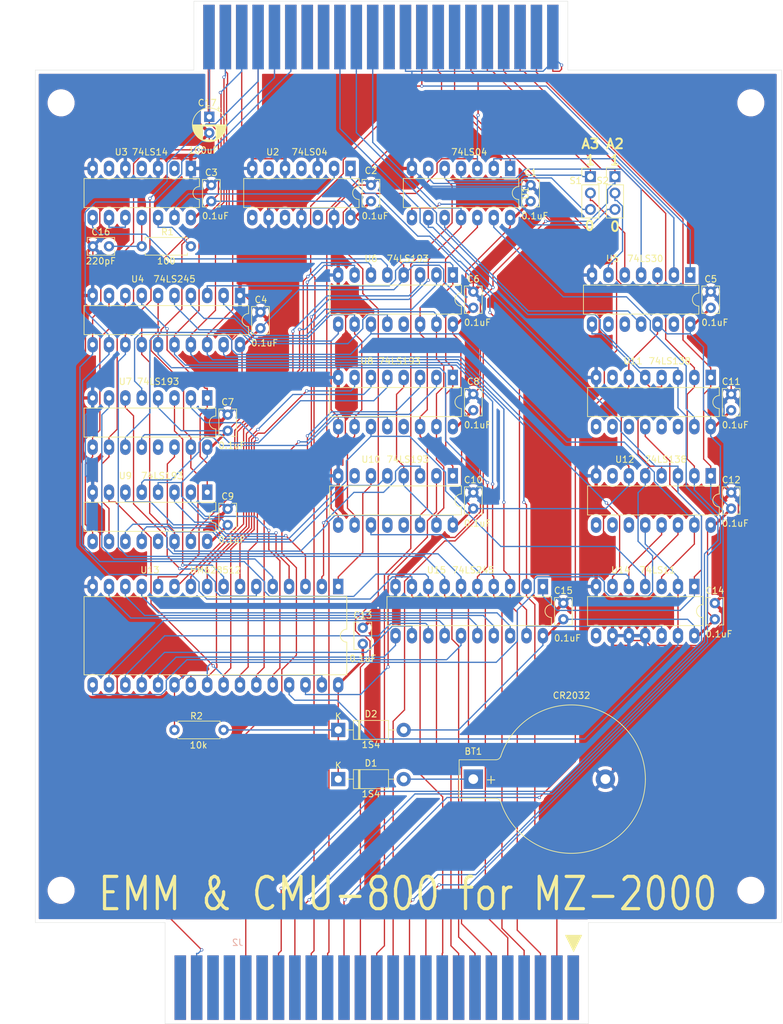
<source format=kicad_pcb>
(kicad_pcb (version 20171130) (host pcbnew "(5.1.9)-1")
  (layers (0 F.Cu signal) (31 B.Cu signal) (34 B.Paste user) (35 F.Paste user) (36 B.SilkS user) (37 F.SilkS user) (38 B.Mask user) (39 F.Mask user) (44 Edge.Cuts user))
  (net 0 "")
  (net 1 +5V)
  (net 2 GND)
  (net 3 /D2)
  (net 4 /D1)
  (net 5 /D0)
  (net 6 /A7)
  (net 7 /A6)
  (net 8 /A5)
  (net 9 /A4)
  (net 10 /A3)
  (net 11 /A2)
  (net 12 /A1)
  (net 13 /A0)
  (net 14 /D3)
  (net 15 /D4)
  (net 16 /D5)
  (net 17 /D6)
  (net 18 /D7)
  (net 19 /~WR)
  (net 20 /~RD)
  (net 21 /~IOREQ)
  (net 22 "Net-(BT1-Pad1)")
  (net 23 "Net-(R1-Pad1)")
  (net 24 "Net-(U3-Pad8)")
  (net 25 "Net-(U4-Pad6)")
  (net 26 "Net-(U4-Pad7)")
  (net 27 "Net-(U6-Pad12)")
  (net 28 "Net-(U7-Pad12)")
  (net 29 "Net-(U10-Pad15)")
  (net 30 "Net-(C13-Pad1)")
  (net 31 "Net-(C16-Pad1)")
  (net 32 "Net-(S1-Pad2)")
  (net 33 "Net-(S1-Pad3)")
  (net 34 "Net-(S2-Pad3)")
  (net 35 "Net-(S2-Pad2)")
  (net 36 "Net-(U2-Pad2)")
  (net 37 /x0_RD)
  (net 38 "Net-(U14-Pad12)")
  (net 39 "Net-(U3-Pad10)")
  (net 40 "Net-(U14-Pad6)")
  (net 41 "Net-(U4-Pad9)")
  (net 42 "Net-(U4-Pad8)")
  (net 43 "Net-(U10-Pad9)")
  (net 44 "Net-(U10-Pad10)")
  (net 45 "Net-(U10-Pad1)")
  (net 46 "Net-(U13-Pad11)")
  (net 47 "Net-(U13-Pad12)")
  (net 48 /x0_WR)
  (net 49 "Net-(U13-Pad10)")
  (net 50 "Net-(U13-Pad9)")
  (net 51 "Net-(U13-Pad5)")
  (net 52 "Net-(U13-Pad6)")
  (net 53 "Net-(U13-Pad8)")
  (net 54 "Net-(U13-Pad7)")
  (net 55 "Net-(U13-Pad26)")
  (net 56 "Net-(U13-Pad27)")
  (net 57 /x1_WR)
  (net 58 "Net-(U8-Pad12)")
  (net 59 "Net-(U13-Pad23)")
  (net 60 "Net-(U13-Pad25)")
  (net 61 "Net-(U13-Pad28)")
  (net 62 "Net-(U13-Pad4)")
  (net 63 "Net-(U10-Pad5)")
  (net 64 "Net-(U13-Pad3)")
  (net 65 "Net-(U13-Pad31)")
  (net 66 "Net-(U10-Pad6)")
  (net 67 /x2_WR)
  (net 68 "Net-(U10-Pad3)")
  (net 69 "Net-(U10-Pad2)")
  (net 70 /x3_RD)
  (net 71 /x3_WR)
  (net 72 "Net-(U13-Pad17)")
  (net 73 "Net-(U13-Pad18)")
  (net 74 "Net-(U13-Pad19)")
  (net 75 "Net-(U13-Pad20)")
  (net 76 "Net-(U13-Pad21)")
  (net 77 "Net-(U13-Pad13)")
  (net 78 "Net-(U13-Pad14)")
  (net 79 "Net-(U13-Pad15)")
  (net 80 "Net-(U1-Pad2)")
  (net 81 "Net-(U1-Pad10)")
  (net 82 "Net-(U1-Pad4)")
  (net 83 "Net-(U1-Pad12)")
  (net 84 "Net-(R2-Pad2)")
  (module mz-2000:BUS_MZ2000 (layer F.Cu) (at 137.376 62)
    (fp_text reference J1 hide)
    (fp_text value Conn_02x22_Row_Letter_First)
    (pad a1 connect rect (at -76.2 -1.27) (size 1.78 10) (layers F.Cu F.Mask) (net 1 +5V))
    (pad a2 connect rect (at -73.66 -1.27) (size 1.78 10) (layers F.Cu F.Mask) (net 3 /D2))
    (pad a3 connect rect (at -71.12 -1.27) (size 1.78 10) (layers F.Cu F.Mask) (net 4 /D1))
    (pad a4 connect rect (at -68.58 -1.27) (size 1.78 10) (layers F.Cu F.Mask) (net 5 /D0))
    (pad a5 connect rect (at -66.04 -1.27) (size 1.78 10) (layers F.Cu F.Mask) (net 2 GND))
    (pad a6 connect rect (at -63.5 -1.27) (size 1.78 10) (layers F.Cu F.Mask))
    (pad a7 connect rect (at -60.96 -1.27) (size 1.78 10) (layers F.Cu F.Mask))
    (pad a8 connect rect (at -58.42 -1.27) (size 1.78 10) (layers F.Cu F.Mask))
    (pad a9 connect rect (at -55.88 -1.27) (size 1.78 10) (layers F.Cu F.Mask))
    (pad a10 connect rect (at -53.34 -1.27) (size 1.78 10) (layers F.Cu F.Mask))
    (pad a11 connect rect (at -50.8 -1.27) (size 1.78 10) (layers F.Cu F.Mask))
    (pad a12 connect rect (at -48.26 -1.27) (size 1.78 10) (layers F.Cu F.Mask))
    (pad a13 connect rect (at -45.72 -1.27) (size 1.78 10) (layers F.Cu F.Mask))
    (pad a14 connect rect (at -43.18 -1.27) (size 1.78 10) (layers F.Cu F.Mask) (net 6 /A7))
    (pad a15 connect rect (at -40.64 -1.27) (size 1.78 10) (layers F.Cu F.Mask) (net 7 /A6))
    (pad a16 connect rect (at -38.1 -1.27) (size 1.78 10) (layers F.Cu F.Mask) (net 8 /A5))
    (pad a17 connect rect (at -35.56 -1.27) (size 1.78 10) (layers F.Cu F.Mask) (net 9 /A4))
    (pad a18 connect rect (at -33.02 -1.27) (size 1.78 10) (layers F.Cu F.Mask) (net 10 /A3))
    (pad a19 connect rect (at -30.48 -1.27) (size 1.78 10) (layers F.Cu F.Mask) (net 11 /A2))
    (pad a20 connect rect (at -27.94 -1.27) (size 1.78 10) (layers F.Cu F.Mask) (net 12 /A1))
    (pad a21 connect rect (at -25.4 -1.27) (size 1.78 10) (layers F.Cu F.Mask) (net 13 /A0))
    (pad a22 connect rect (at -22.86 -1.27) (size 1.78 10) (layers F.Cu F.Mask) (net 2 GND))
    (pad b1 connect rect (at -76.2 -1.27) (size 1.78 10) (layers B.Cu B.Mask) (net 1 +5V))
    (pad b2 connect rect (at -73.66 -1.27) (size 1.78 10) (layers B.Cu B.Mask) (net 14 /D3))
    (pad b3 connect rect (at -71.12 -1.27) (size 1.78 10) (layers B.Cu B.Mask) (net 15 /D4))
    (pad b4 connect rect (at -68.58 -1.27) (size 1.78 10) (layers B.Cu B.Mask) (net 16 /D5))
    (pad b5 connect rect (at -66.04 -1.27) (size 1.78 10) (layers B.Cu B.Mask) (net 17 /D6))
    (pad b6 connect rect (at -63.5 -1.27) (size 1.78 10) (layers B.Cu B.Mask) (net 18 /D7))
    (pad b7 connect rect (at -60.96 -1.27) (size 1.78 10) (layers B.Cu B.Mask))
    (pad b8 connect rect (at -58.42 -1.27) (size 1.78 10) (layers B.Cu B.Mask))
    (pad b9 connect rect (at -55.88 -1.27) (size 1.78 10) (layers B.Cu B.Mask) (net 19 /~WR))
    (pad b10 connect rect (at -53.34 -1.27) (size 1.78 10) (layers B.Cu B.Mask) (net 20 /~RD))
    (pad b11 connect rect (at -50.8 -1.27) (size 1.78 10) (layers B.Cu B.Mask) (net 21 /~IOREQ))
    (pad b12 connect rect (at -48.26 -1.27) (size 1.78 10) (layers B.Cu B.Mask))
    (pad b13 connect rect (at -45.72 -1.27) (size 1.78 10) (layers B.Cu B.Mask) (net 2 GND))
    (pad b14 connect rect (at -43.18 -1.27) (size 1.78 10) (layers B.Cu B.Mask))
    (pad b15 connect rect (at -40.64 -1.27) (size 1.78 10) (layers B.Cu B.Mask))
    (pad b16 connect rect (at -38.1 -1.27) (size 1.78 10) (layers B.Cu B.Mask))
    (pad b17 connect rect (at -35.56 -1.27) (size 1.78 10) (layers B.Cu B.Mask))
    (pad b18 connect rect (at -33.02 -1.27) (size 1.78 10) (layers B.Cu B.Mask))
    (pad b19 connect rect (at -30.48 -1.27) (size 1.78 10) (layers B.Cu B.Mask))
    (pad b20 connect rect (at -27.94 -1.27) (size 1.78 10) (layers B.Cu B.Mask))
    (pad b21 connect rect (at -25.4 -1.27) (size 1.78 10) (layers B.Cu B.Mask))
    (pad b22 connect rect (at -22.86 -1.27) (size 1.78 10) (layers B.Cu B.Mask) (net 2 GND))
  )
  (module MountingHole:MountingHole_3.2mm_M3 (layer F.Cu) (at 38.236 70.926)
    (fp_text reference MH4 hide)
    (fp_text value MountingHole_3.2mm_M3)
    (pad 1 np_thru_hole circle (at 0 0) (size 3.2 3.2) (drill 3.2) (layers *.Cu *.Mask))
  )
  (module MountingHole:MountingHole_3.2mm_M3 (layer F.Cu) (at 145.236 70.926)
    (fp_text reference MH3 hide)
    (fp_text value MountingHole_3.2mm_M3)
    (pad 1 np_thru_hole circle (at 0 0) (size 3.2 3.2) (drill 3.2) (layers *.Cu *.Mask))
  )
  (module MountingHole:MountingHole_3.2mm_M3 (layer F.Cu) (at 145.236 192.926)
    (fp_text reference MH2 hide)
    (fp_text value MountingHole_3.2mm_M3)
    (pad 1 np_thru_hole circle (at 0 0) (size 3.2 3.2) (drill 3.2) (layers *.Cu *.Mask))
  )
  (module MountingHole:MountingHole_3.2mm_M3 (layer F.Cu) (at 38.236 192.926)
    (fp_text reference MH1 hide)
    (fp_text value MountingHole_3.2mm_M3)
    (pad 1 np_thru_hole circle (at 0 0) (size 3.2 3.2) (drill 3.2) (layers *.Cu *.Mask))
  )
  (module MZ-2000_SD_3_2:BUS_50Pin (layer B.Cu) (at 41.4835 209.276 180)
    (fp_text reference J2 (at -24.13 8.255) (layer B.SilkS) (effects (justify mirror)))
    (fp_text value Conn_02x25_Odd_Even)
    (pad 2 connect rect (at -76.2 1.27 180) (size 1.78 10) (layers B.Cu B.Mask))
    (pad 4 connect rect (at -73.66 1.27 180) (size 1.78 10) (layers B.Cu B.Mask))
    (pad 6 connect rect (at -71.12 1.27 180) (size 1.78 10) (layers B.Cu B.Mask))
    (pad 8 connect rect (at -68.58 1.27 180) (size 1.78 10) (layers B.Cu B.Mask))
    (pad 10 connect rect (at -66.04 1.27 180) (size 1.78 10) (layers B.Cu B.Mask))
    (pad 12 connect rect (at -63.5 1.27 180) (size 1.78 10) (layers B.Cu B.Mask))
    (pad 14 connect rect (at -60.96 1.27 180) (size 1.78 10) (layers B.Cu B.Mask))
    (pad 16 connect rect (at -58.42 1.27 180) (size 1.78 10) (layers B.Cu B.Mask))
    (pad 18 connect rect (at -55.88 1.27 180) (size 1.78 10) (layers B.Cu B.Mask))
    (pad 20 connect rect (at -53.34 1.27 180) (size 1.78 10) (layers B.Cu B.Mask))
    (pad 22 connect rect (at -50.8 1.27 180) (size 1.78 10) (layers B.Cu B.Mask))
    (pad 24 connect rect (at -48.26 1.27 180) (size 1.78 10) (layers B.Cu B.Mask))
    (pad 26 connect rect (at -45.72 1.27 180) (size 1.78 10) (layers B.Cu B.Mask))
    (pad 28 connect rect (at -43.18 1.27 180) (size 1.78 10) (layers B.Cu B.Mask))
    (pad 30 connect rect (at -40.64 1.27 180) (size 1.78 10) (layers B.Cu B.Mask))
    (pad 32 connect rect (at -38.1 1.27 180) (size 1.78 10) (layers B.Cu B.Mask))
    (pad 34 connect rect (at -35.56 1.27 180) (size 1.78 10) (layers B.Cu B.Mask))
    (pad 36 connect rect (at -33.02 1.27 180) (size 1.78 10) (layers B.Cu B.Mask))
    (pad 38 connect rect (at -30.48 1.27 180) (size 1.78 10) (layers B.Cu B.Mask))
    (pad 40 connect rect (at -27.94 1.27 180) (size 1.78 10) (layers B.Cu B.Mask))
    (pad 42 connect rect (at -25.4 1.27 180) (size 1.78 10) (layers B.Cu B.Mask))
    (pad 44 connect rect (at -22.86 1.27 180) (size 1.78 10) (layers B.Cu B.Mask))
    (pad 1 connect rect (at -76.2 1.27 180) (size 1.78 10) (layers F.Cu F.Mask))
    (pad 3 connect rect (at -73.66 1.27 180) (size 1.78 10) (layers F.Cu F.Mask) (net 5 /D0))
    (pad 5 connect rect (at -71.12 1.27 180) (size 1.78 10) (layers F.Cu F.Mask) (net 4 /D1))
    (pad 7 connect rect (at -68.58 1.27 180) (size 1.78 10) (layers F.Cu F.Mask) (net 3 /D2))
    (pad 9 connect rect (at -66.04 1.27 180) (size 1.78 10) (layers F.Cu F.Mask) (net 14 /D3))
    (pad 11 connect rect (at -63.5 1.27 180) (size 1.78 10) (layers F.Cu F.Mask) (net 15 /D4))
    (pad 13 connect rect (at -60.96 1.27 180) (size 1.78 10) (layers F.Cu F.Mask) (net 16 /D5))
    (pad 15 connect rect (at -58.42 1.27 180) (size 1.78 10) (layers F.Cu F.Mask) (net 17 /D6))
    (pad 17 connect rect (at -55.88 1.27 180) (size 1.78 10) (layers F.Cu F.Mask) (net 18 /D7))
    (pad 19 connect rect (at -53.34 1.27 180) (size 1.78 10) (layers F.Cu F.Mask) (net 13 /A0))
    (pad 21 connect rect (at -50.8 1.27 180) (size 1.78 10) (layers F.Cu F.Mask) (net 12 /A1))
    (pad 23 connect rect (at -48.26 1.27 180) (size 1.78 10) (layers F.Cu F.Mask) (net 11 /A2))
    (pad 25 connect rect (at -45.72 1.27 180) (size 1.78 10) (layers F.Cu F.Mask) (net 10 /A3))
    (pad 27 connect rect (at -43.18 1.27 180) (size 1.78 10) (layers F.Cu F.Mask) (net 9 /A4))
    (pad 29 connect rect (at -40.64 1.27 180) (size 1.78 10) (layers F.Cu F.Mask) (net 8 /A5))
    (pad 31 connect rect (at -38.1 1.27 180) (size 1.78 10) (layers F.Cu F.Mask) (net 7 /A6))
    (pad 33 connect rect (at -35.56 1.27 180) (size 1.78 10) (layers F.Cu F.Mask) (net 6 /A7))
    (pad 35 connect rect (at -33.02 1.27 180) (size 1.78 10) (layers F.Cu F.Mask) (net 20 /~RD))
    (pad 37 connect rect (at -30.48 1.27 180) (size 1.78 10) (layers F.Cu F.Mask) (net 19 /~WR))
    (pad 39 connect rect (at -27.94 1.27 180) (size 1.78 10) (layers F.Cu F.Mask))
    (pad 41 connect rect (at -25.4 1.27 180) (size 1.78 10) (layers F.Cu F.Mask) (net 21 /~IOREQ))
    (pad 43 connect rect (at -22.86 1.27 180) (size 1.78 10) (layers F.Cu F.Mask))
    (pad 46 connect rect (at -20.32 1.27 180) (size 1.78 10) (layers B.Cu B.Mask))
    (pad 48 connect rect (at -17.78 1.27 180) (size 1.78 10) (layers B.Cu B.Mask) (net 2 GND))
    (pad 50 connect rect (at -15.24 1.27 180) (size 1.78 10) (layers B.Cu B.Mask))
    (pad 45 connect rect (at -20.32 1.27 180) (size 1.78 10) (layers F.Cu F.Mask))
    (pad 47 connect rect (at -17.78 1.27 180) (size 1.78 10) (layers F.Cu F.Mask))
    (pad 49 connect rect (at -15.24 1.27 180) (size 1.78 10) (layers F.Cu F.Mask))
  )
  (module Capacitor_THT:C_Rect_L4.0mm_W2.5mm_P2.50mm (layer F.Cu) (at 111.071 86.166 90)
    (fp_text reference C1 (at 4.445 0) (layer F.SilkS))
    (fp_text value 0.1uF)
    (pad 1 thru_hole circle (at 0 0 90) (size 1.6 1.6) (drill 0.8) (layers *.Cu *.Mask) (net 1 +5V))
    (pad 2 thru_hole circle (at 2.5 0 90) (size 1.6 1.6) (drill 0.8) (layers *.Cu *.Mask) (net 2 GND))
  )
  (module Capacitor_THT:C_Rect_L4.0mm_W2.5mm_P2.50mm (layer F.Cu) (at 69.161 105.851 90)
    (fp_text reference C4 (at 4.425 0.075) (layer F.SilkS))
    (fp_text value 0.1uF)
    (pad 2 thru_hole circle (at 2.5 0 90) (size 1.6 1.6) (drill 0.8) (layers *.Cu *.Mask) (net 2 GND))
    (pad 1 thru_hole circle (at 0 0 90) (size 1.6 1.6) (drill 0.8) (layers *.Cu *.Mask) (net 1 +5V))
  )
  (module Capacitor_THT:C_Rect_L4.0mm_W2.5mm_P2.50mm (layer F.Cu) (at 102.181 102.676 90)
    (fp_text reference C6 (at 4.445 0) (layer F.SilkS))
    (fp_text value 0.1uF)
    (pad 1 thru_hole circle (at 0 0 90) (size 1.6 1.6) (drill 0.8) (layers *.Cu *.Mask) (net 1 +5V))
    (pad 2 thru_hole circle (at 2.5 0 90) (size 1.6 1.6) (drill 0.8) (layers *.Cu *.Mask) (net 2 GND))
  )
  (module Capacitor_THT:C_Rect_L4.0mm_W2.5mm_P2.50mm (layer F.Cu) (at 64.081 121.726 90)
    (fp_text reference C7 (at 4.445 0) (layer F.SilkS))
    (fp_text value 0.1uF)
    (pad 1 thru_hole circle (at 0 0 90) (size 1.6 1.6) (drill 0.8) (layers *.Cu *.Mask) (net 1 +5V))
    (pad 2 thru_hole circle (at 2.5 0 90) (size 1.6 1.6) (drill 0.8) (layers *.Cu *.Mask) (net 2 GND))
  )
  (module Capacitor_THT:C_Rect_L4.0mm_W2.5mm_P2.50mm (layer F.Cu) (at 102.181 118.551 90)
    (fp_text reference C8 (at 4.445 0) (layer F.SilkS))
    (fp_text value 0.1uF)
    (pad 2 thru_hole circle (at 2.5 0 90) (size 1.6 1.6) (drill 0.8) (layers *.Cu *.Mask) (net 2 GND))
    (pad 1 thru_hole circle (at 0 0 90) (size 1.6 1.6) (drill 0.8) (layers *.Cu *.Mask) (net 1 +5V))
  )
  (module Capacitor_THT:C_Rect_L4.0mm_W2.5mm_P2.50mm (layer F.Cu) (at 64.081 136.331 90)
    (fp_text reference C9 (at 4.445 0) (layer F.SilkS))
    (fp_text value 0.1uF)
    (pad 1 thru_hole circle (at 0 0 90) (size 1.6 1.6) (drill 0.8) (layers *.Cu *.Mask) (net 1 +5V))
    (pad 2 thru_hole circle (at 2.5 0 90) (size 1.6 1.6) (drill 0.8) (layers *.Cu *.Mask) (net 2 GND))
  )
  (module Capacitor_THT:C_Rect_L4.0mm_W2.5mm_P2.50mm (layer F.Cu) (at 102.181 133.791 90)
    (fp_text reference C10 (at 4.445 0) (layer F.SilkS))
    (fp_text value 0.1uF)
    (pad 2 thru_hole circle (at 2.5 0 90) (size 1.6 1.6) (drill 0.8) (layers *.Cu *.Mask) (net 2 GND))
    (pad 1 thru_hole circle (at 0 0 90) (size 1.6 1.6) (drill 0.8) (layers *.Cu *.Mask) (net 1 +5V))
  )
  (module Capacitor_THT:C_Rect_L4.0mm_W2.5mm_P2.50mm (layer F.Cu) (at 85.036 154.746 90)
    (fp_text reference C13 (at 4.445 0) (layer F.SilkS))
    (fp_text value 0.1uF)
    (pad 1 thru_hole circle (at 0 0 90) (size 1.6 1.6) (drill 0.8) (layers *.Cu *.Mask) (net 30 "Net-(C13-Pad1)"))
    (pad 2 thru_hole circle (at 2.5 0 90) (size 1.6 1.6) (drill 0.8) (layers *.Cu *.Mask) (net 2 GND))
  )
  (module Capacitor_THT:C_Rect_L4.0mm_W2.5mm_P2.50mm (layer F.Cu) (at 116.151 150.936 90)
    (fp_text reference C15 (at 4.445 0) (layer F.SilkS))
    (fp_text value 0.1uF)
    (pad 2 thru_hole circle (at 2.5 0 90) (size 1.6 1.6) (drill 0.8) (layers *.Cu *.Mask) (net 2 GND))
    (pad 1 thru_hole circle (at 0 0 90) (size 1.6 1.6) (drill 0.8) (layers *.Cu *.Mask) (net 1 +5V))
  )
  (module Capacitor_THT:C_Rect_L4.0mm_W2.5mm_P2.50mm (layer F.Cu) (at 45.666 93.151 180)
    (fp_text reference C16 (at 1.27 2.225) (layer F.SilkS))
    (fp_text value 220pF)
    (pad 2 thru_hole circle (at 2.5 0 180) (size 1.6 1.6) (drill 0.8) (layers *.Cu *.Mask) (net 2 GND))
    (pad 1 thru_hole circle (at 0 0 180) (size 1.6 1.6) (drill 0.8) (layers *.Cu *.Mask) (net 31 "Net-(C16-Pad1)"))
  )
  (module Capacitor_THT:CP_Radial_D5.0mm_P2.50mm (layer F.Cu) (at 61.2235 73.085 270)
    (fp_text reference C17 (at -2.159 0.3175) (layer F.SilkS))
    (fp_text value 100uF)
    (pad 1 thru_hole rect (at 0 0 270) (size 1.6 1.6) (drill 0.8) (layers *.Cu *.Mask) (net 1 +5V))
    (pad 2 thru_hole circle (at 2.5 0 270) (size 1.6 1.6) (drill 0.8) (layers *.Cu *.Mask) (net 2 GND))
  )
  (module Diode_THT:D_DO-41_SOD81_P10.16mm_Horizontal (layer F.Cu) (at 81.226 175.701)
    (fp_text reference D1 (at 5.08 -2.47) (layer F.SilkS))
    (fp_text value 1S4)
    (fp_text user K (at 0 -2.1) (layer F.SilkS))
    (pad 2 thru_hole oval (at 10.16 0) (size 2.2 2.2) (drill 1.1) (layers *.Cu *.Mask) (net 22 "Net-(BT1-Pad1)"))
    (pad 1 thru_hole rect (at 0 0) (size 2.2 2.2) (drill 1.1) (layers *.Cu *.Mask) (net 30 "Net-(C13-Pad1)"))
  )
  (module Diode_THT:D_DO-41_SOD81_P10.16mm_Horizontal (layer F.Cu) (at 81.226 168.081)
    (fp_text reference D2 (at 5.08 -2.47) (layer F.SilkS))
    (fp_text value 1S4)
    (fp_text user K (at 0 -2.1) (layer F.SilkS))
    (pad 1 thru_hole rect (at 0 0) (size 2.2 2.2) (drill 1.1) (layers *.Cu *.Mask) (net 30 "Net-(C13-Pad1)"))
    (pad 2 thru_hole oval (at 10.16 0) (size 2.2 2.2) (drill 1.1) (layers *.Cu *.Mask) (net 1 +5V))
  )
  (module Resistor_THT:R_Axial_DIN0207_L6.3mm_D2.5mm_P7.62mm_Horizontal (layer F.Cu) (at 58.366 93.151 180)
    (fp_text reference R1 (at 3.63 2.225) (layer F.SilkS))
    (fp_text value 100)
    (pad 1 thru_hole circle (at 0 0 180) (size 1.6 1.6) (drill 0.8) (layers *.Cu *.Mask) (net 23 "Net-(R1-Pad1)"))
    (pad 2 thru_hole oval (at 7.62 0 180) (size 1.6 1.6) (drill 0.8) (layers *.Cu *.Mask) (net 31 "Net-(C16-Pad1)"))
  )
  (module Package_DIP:DIP-14_W7.62mm_LongPads (layer F.Cu) (at 58.366 81.086 270)
    (fp_text reference U3 (at -2.54 10.795) (layer F.SilkS))
    (fp_text value 74LS14)
    (pad 1 thru_hole rect (at 0 0 270) (size 2.4 1.6) (drill 0.8) (layers *.Cu *.Mask) (net 2 GND))
    (pad 8 thru_hole oval (at 7.62 15.24 270) (size 2.4 1.6) (drill 0.8) (layers *.Cu *.Mask) (net 24 "Net-(U3-Pad8)"))
    (pad 2 thru_hole oval (at 0 2.54 270) (size 2.4 1.6) (drill 0.8) (layers *.Cu *.Mask))
    (pad 9 thru_hole oval (at 7.62 12.7 270) (size 2.4 1.6) (drill 0.8) (layers *.Cu *.Mask) (net 39 "Net-(U3-Pad10)"))
    (pad 3 thru_hole oval (at 0 5.08 270) (size 2.4 1.6) (drill 0.8) (layers *.Cu *.Mask) (net 2 GND))
    (pad 10 thru_hole oval (at 7.62 10.16 270) (size 2.4 1.6) (drill 0.8) (layers *.Cu *.Mask) (net 39 "Net-(U3-Pad10)"))
    (pad 4 thru_hole oval (at 0 7.62 270) (size 2.4 1.6) (drill 0.8) (layers *.Cu *.Mask))
    (pad 11 thru_hole oval (at 7.62 7.62 270) (size 2.4 1.6) (drill 0.8) (layers *.Cu *.Mask) (net 31 "Net-(C16-Pad1)"))
    (pad 5 thru_hole oval (at 0 10.16 270) (size 2.4 1.6) (drill 0.8) (layers *.Cu *.Mask) (net 2 GND))
    (pad 12 thru_hole oval (at 7.62 5.08 270) (size 2.4 1.6) (drill 0.8) (layers *.Cu *.Mask) (net 23 "Net-(R1-Pad1)"))
    (pad 6 thru_hole oval (at 0 12.7 270) (size 2.4 1.6) (drill 0.8) (layers *.Cu *.Mask))
    (pad 13 thru_hole oval (at 7.62 2.54 270) (size 2.4 1.6) (drill 0.8) (layers *.Cu *.Mask) (net 36 "Net-(U2-Pad2)"))
    (pad 7 thru_hole oval (at 0 15.24 270) (size 2.4 1.6) (drill 0.8) (layers *.Cu *.Mask) (net 2 GND))
    (pad 14 thru_hole oval (at 7.62 0 270) (size 2.4 1.6) (drill 0.8) (layers *.Cu *.Mask) (net 1 +5V))
  )
  (module Package_DIP:DIP-20_W7.62mm_LongPads (layer F.Cu) (at 65.986 100.771 270)
    (fp_text reference U4 (at -2.54 15.875) (layer F.SilkS))
    (fp_text value 74LS245)
    (pad 20 thru_hole oval (at 7.62 0 270) (size 2.4 1.6) (drill 0.8) (layers *.Cu *.Mask) (net 1 +5V))
    (pad 10 thru_hole oval (at 0 22.86 270) (size 2.4 1.6) (drill 0.8) (layers *.Cu *.Mask) (net 2 GND))
    (pad 19 thru_hole oval (at 7.62 2.54 270) (size 2.4 1.6) (drill 0.8) (layers *.Cu *.Mask) (net 40 "Net-(U14-Pad6)"))
    (pad 9 thru_hole oval (at 0 20.32 270) (size 2.4 1.6) (drill 0.8) (layers *.Cu *.Mask) (net 41 "Net-(U4-Pad9)"))
    (pad 18 thru_hole oval (at 7.62 5.08 270) (size 2.4 1.6) (drill 0.8) (layers *.Cu *.Mask) (net 5 /D0))
    (pad 8 thru_hole oval (at 0 17.78 270) (size 2.4 1.6) (drill 0.8) (layers *.Cu *.Mask) (net 42 "Net-(U4-Pad8)"))
    (pad 17 thru_hole oval (at 7.62 7.62 270) (size 2.4 1.6) (drill 0.8) (layers *.Cu *.Mask) (net 4 /D1))
    (pad 7 thru_hole oval (at 0 15.24 270) (size 2.4 1.6) (drill 0.8) (layers *.Cu *.Mask) (net 26 "Net-(U4-Pad7)"))
    (pad 16 thru_hole oval (at 7.62 10.16 270) (size 2.4 1.6) (drill 0.8) (layers *.Cu *.Mask) (net 3 /D2))
    (pad 6 thru_hole oval (at 0 12.7 270) (size 2.4 1.6) (drill 0.8) (layers *.Cu *.Mask) (net 25 "Net-(U4-Pad6)"))
    (pad 15 thru_hole oval (at 7.62 12.7 270) (size 2.4 1.6) (drill 0.8) (layers *.Cu *.Mask) (net 14 /D3))
    (pad 5 thru_hole oval (at 0 10.16 270) (size 2.4 1.6) (drill 0.8) (layers *.Cu *.Mask) (net 43 "Net-(U10-Pad9)"))
    (pad 14 thru_hole oval (at 7.62 15.24 270) (size 2.4 1.6) (drill 0.8) (layers *.Cu *.Mask) (net 15 /D4))
    (pad 4 thru_hole oval (at 0 7.62 270) (size 2.4 1.6) (drill 0.8) (layers *.Cu *.Mask) (net 44 "Net-(U10-Pad10)"))
    (pad 13 thru_hole oval (at 7.62 17.78 270) (size 2.4 1.6) (drill 0.8) (layers *.Cu *.Mask) (net 16 /D5))
    (pad 3 thru_hole oval (at 0 5.08 270) (size 2.4 1.6) (drill 0.8) (layers *.Cu *.Mask) (net 45 "Net-(U10-Pad1)"))
    (pad 12 thru_hole oval (at 7.62 20.32 270) (size 2.4 1.6) (drill 0.8) (layers *.Cu *.Mask) (net 17 /D6))
    (pad 2 thru_hole oval (at 0 2.54 270) (size 2.4 1.6) (drill 0.8) (layers *.Cu *.Mask) (net 29 "Net-(U10-Pad15)"))
    (pad 11 thru_hole oval (at 7.62 22.86 270) (size 2.4 1.6) (drill 0.8) (layers *.Cu *.Mask) (net 18 /D7))
    (pad 1 thru_hole rect (at 0 0 270) (size 2.4 1.6) (drill 0.8) (layers *.Cu *.Mask) (net 2 GND))
  )
  (module Package_DIP:DIP-16_W7.62mm_LongPads (layer F.Cu) (at 99.006 97.596 270)
    (fp_text reference U6 (at -2.54 12.7) (layer F.SilkS))
    (fp_text value 74LS193)
    (pad 1 thru_hole rect (at 0 0 270) (size 2.4 1.6) (drill 0.8) (layers *.Cu *.Mask) (net 45 "Net-(U10-Pad1)"))
    (pad 9 thru_hole oval (at 7.62 17.78 270) (size 2.4 1.6) (drill 0.8) (layers *.Cu *.Mask) (net 43 "Net-(U10-Pad9)"))
    (pad 2 thru_hole oval (at 0 2.54 270) (size 2.4 1.6) (drill 0.8) (layers *.Cu *.Mask) (net 46 "Net-(U13-Pad11)"))
    (pad 10 thru_hole oval (at 7.62 15.24 270) (size 2.4 1.6) (drill 0.8) (layers *.Cu *.Mask) (net 44 "Net-(U10-Pad10)"))
    (pad 3 thru_hole oval (at 0 5.08 270) (size 2.4 1.6) (drill 0.8) (layers *.Cu *.Mask) (net 47 "Net-(U13-Pad12)"))
    (pad 11 thru_hole oval (at 7.62 12.7 270) (size 2.4 1.6) (drill 0.8) (layers *.Cu *.Mask) (net 48 /x0_WR))
    (pad 4 thru_hole oval (at 0 7.62 270) (size 2.4 1.6) (drill 0.8) (layers *.Cu *.Mask) (net 1 +5V))
    (pad 12 thru_hole oval (at 7.62 10.16 270) (size 2.4 1.6) (drill 0.8) (layers *.Cu *.Mask) (net 27 "Net-(U6-Pad12)"))
    (pad 5 thru_hole oval (at 0 10.16 270) (size 2.4 1.6) (drill 0.8) (layers *.Cu *.Mask) (net 24 "Net-(U3-Pad8)"))
    (pad 13 thru_hole oval (at 7.62 7.62 270) (size 2.4 1.6) (drill 0.8) (layers *.Cu *.Mask))
    (pad 6 thru_hole oval (at 0 12.7 270) (size 2.4 1.6) (drill 0.8) (layers *.Cu *.Mask) (net 49 "Net-(U13-Pad10)"))
    (pad 14 thru_hole oval (at 7.62 5.08 270) (size 2.4 1.6) (drill 0.8) (layers *.Cu *.Mask) (net 83 "Net-(U1-Pad12)"))
    (pad 7 thru_hole oval (at 0 15.24 270) (size 2.4 1.6) (drill 0.8) (layers *.Cu *.Mask) (net 50 "Net-(U13-Pad9)"))
    (pad 15 thru_hole oval (at 7.62 2.54 270) (size 2.4 1.6) (drill 0.8) (layers *.Cu *.Mask) (net 29 "Net-(U10-Pad15)"))
    (pad 8 thru_hole oval (at 0 17.78 270) (size 2.4 1.6) (drill 0.8) (layers *.Cu *.Mask) (net 2 GND))
    (pad 16 thru_hole oval (at 7.62 0 270) (size 2.4 1.6) (drill 0.8) (layers *.Cu *.Mask) (net 1 +5V))
  )
  (module Package_DIP:DIP-16_W7.62mm_LongPads (layer F.Cu) (at 60.906 116.646 270)
    (fp_text reference U7 (at -2.54 12.7) (layer F.SilkS))
    (fp_text value 74LS193)
    (pad 16 thru_hole oval (at 7.62 0 270) (size 2.4 1.6) (drill 0.8) (layers *.Cu *.Mask) (net 1 +5V))
    (pad 8 thru_hole oval (at 0 17.78 270) (size 2.4 1.6) (drill 0.8) (layers *.Cu *.Mask) (net 2 GND))
    (pad 15 thru_hole oval (at 7.62 2.54 270) (size 2.4 1.6) (drill 0.8) (layers *.Cu *.Mask) (net 25 "Net-(U4-Pad6)"))
    (pad 7 thru_hole oval (at 0 15.24 270) (size 2.4 1.6) (drill 0.8) (layers *.Cu *.Mask) (net 51 "Net-(U13-Pad5)"))
    (pad 14 thru_hole oval (at 7.62 5.08 270) (size 2.4 1.6) (drill 0.8) (layers *.Cu *.Mask) (net 83 "Net-(U1-Pad12)"))
    (pad 6 thru_hole oval (at 0 12.7 270) (size 2.4 1.6) (drill 0.8) (layers *.Cu *.Mask) (net 52 "Net-(U13-Pad6)"))
    (pad 13 thru_hole oval (at 7.62 7.62 270) (size 2.4 1.6) (drill 0.8) (layers *.Cu *.Mask))
    (pad 5 thru_hole oval (at 0 10.16 270) (size 2.4 1.6) (drill 0.8) (layers *.Cu *.Mask) (net 27 "Net-(U6-Pad12)"))
    (pad 12 thru_hole oval (at 7.62 10.16 270) (size 2.4 1.6) (drill 0.8) (layers *.Cu *.Mask) (net 28 "Net-(U7-Pad12)"))
    (pad 4 thru_hole oval (at 0 7.62 270) (size 2.4 1.6) (drill 0.8) (layers *.Cu *.Mask) (net 1 +5V))
    (pad 11 thru_hole oval (at 7.62 12.7 270) (size 2.4 1.6) (drill 0.8) (layers *.Cu *.Mask) (net 48 /x0_WR))
    (pad 3 thru_hole oval (at 0 5.08 270) (size 2.4 1.6) (drill 0.8) (layers *.Cu *.Mask) (net 53 "Net-(U13-Pad8)"))
    (pad 10 thru_hole oval (at 7.62 15.24 270) (size 2.4 1.6) (drill 0.8) (layers *.Cu *.Mask) (net 42 "Net-(U4-Pad8)"))
    (pad 2 thru_hole oval (at 0 2.54 270) (size 2.4 1.6) (drill 0.8) (layers *.Cu *.Mask) (net 54 "Net-(U13-Pad7)"))
    (pad 9 thru_hole oval (at 7.62 17.78 270) (size 2.4 1.6) (drill 0.8) (layers *.Cu *.Mask) (net 41 "Net-(U4-Pad9)"))
    (pad 1 thru_hole rect (at 0 0 270) (size 2.4 1.6) (drill 0.8) (layers *.Cu *.Mask) (net 26 "Net-(U4-Pad7)"))
  )
  (module Package_DIP:DIP-16_W7.62mm_LongPads (layer F.Cu) (at 99.006 113.471 270)
    (fp_text reference U8 (at -2.54 13.335) (layer F.SilkS))
    (fp_text value 74LS193)
    (pad 1 thru_hole rect (at 0 0 270) (size 2.4 1.6) (drill 0.8) (layers *.Cu *.Mask) (net 45 "Net-(U10-Pad1)"))
    (pad 9 thru_hole oval (at 7.62 17.78 270) (size 2.4 1.6) (drill 0.8) (layers *.Cu *.Mask) (net 43 "Net-(U10-Pad9)"))
    (pad 2 thru_hole oval (at 0 2.54 270) (size 2.4 1.6) (drill 0.8) (layers *.Cu *.Mask) (net 55 "Net-(U13-Pad26)"))
    (pad 10 thru_hole oval (at 7.62 15.24 270) (size 2.4 1.6) (drill 0.8) (layers *.Cu *.Mask) (net 44 "Net-(U10-Pad10)"))
    (pad 3 thru_hole oval (at 0 5.08 270) (size 2.4 1.6) (drill 0.8) (layers *.Cu *.Mask) (net 56 "Net-(U13-Pad27)"))
    (pad 11 thru_hole oval (at 7.62 12.7 270) (size 2.4 1.6) (drill 0.8) (layers *.Cu *.Mask) (net 57 /x1_WR))
    (pad 4 thru_hole oval (at 0 7.62 270) (size 2.4 1.6) (drill 0.8) (layers *.Cu *.Mask) (net 1 +5V))
    (pad 12 thru_hole oval (at 7.62 10.16 270) (size 2.4 1.6) (drill 0.8) (layers *.Cu *.Mask) (net 58 "Net-(U8-Pad12)"))
    (pad 5 thru_hole oval (at 0 10.16 270) (size 2.4 1.6) (drill 0.8) (layers *.Cu *.Mask) (net 28 "Net-(U7-Pad12)"))
    (pad 13 thru_hole oval (at 7.62 7.62 270) (size 2.4 1.6) (drill 0.8) (layers *.Cu *.Mask))
    (pad 6 thru_hole oval (at 0 12.7 270) (size 2.4 1.6) (drill 0.8) (layers *.Cu *.Mask) (net 59 "Net-(U13-Pad23)"))
    (pad 14 thru_hole oval (at 7.62 5.08 270) (size 2.4 1.6) (drill 0.8) (layers *.Cu *.Mask) (net 83 "Net-(U1-Pad12)"))
    (pad 7 thru_hole oval (at 0 15.24 270) (size 2.4 1.6) (drill 0.8) (layers *.Cu *.Mask) (net 60 "Net-(U13-Pad25)"))
    (pad 15 thru_hole oval (at 7.62 2.54 270) (size 2.4 1.6) (drill 0.8) (layers *.Cu *.Mask) (net 29 "Net-(U10-Pad15)"))
    (pad 8 thru_hole oval (at 0 17.78 270) (size 2.4 1.6) (drill 0.8) (layers *.Cu *.Mask) (net 2 GND))
    (pad 16 thru_hole oval (at 7.62 0 270) (size 2.4 1.6) (drill 0.8) (layers *.Cu *.Mask) (net 1 +5V))
  )
  (module Package_DIP:DIP-16_W7.62mm_LongPads (layer F.Cu) (at 60.906 131.251 270)
    (fp_text reference U9 (at -2.54 12.7) (layer F.SilkS))
    (fp_text value 74LS193)
    (pad 1 thru_hole rect (at 0 0 270) (size 2.4 1.6) (drill 0.8) (layers *.Cu *.Mask) (net 26 "Net-(U4-Pad7)"))
    (pad 9 thru_hole oval (at 7.62 17.78 270) (size 2.4 1.6) (drill 0.8) (layers *.Cu *.Mask) (net 41 "Net-(U4-Pad9)"))
    (pad 2 thru_hole oval (at 0 2.54 270) (size 2.4 1.6) (drill 0.8) (layers *.Cu *.Mask) (net 61 "Net-(U13-Pad28)"))
    (pad 10 thru_hole oval (at 7.62 15.24 270) (size 2.4 1.6) (drill 0.8) (layers *.Cu *.Mask) (net 42 "Net-(U4-Pad8)"))
    (pad 3 thru_hole oval (at 0 5.08 270) (size 2.4 1.6) (drill 0.8) (layers *.Cu *.Mask) (net 62 "Net-(U13-Pad4)"))
    (pad 11 thru_hole oval (at 7.62 12.7 270) (size 2.4 1.6) (drill 0.8) (layers *.Cu *.Mask) (net 57 /x1_WR))
    (pad 4 thru_hole oval (at 0 7.62 270) (size 2.4 1.6) (drill 0.8) (layers *.Cu *.Mask) (net 1 +5V))
    (pad 12 thru_hole oval (at 7.62 10.16 270) (size 2.4 1.6) (drill 0.8) (layers *.Cu *.Mask) (net 63 "Net-(U10-Pad5)"))
    (pad 5 thru_hole oval (at 0 10.16 270) (size 2.4 1.6) (drill 0.8) (layers *.Cu *.Mask) (net 58 "Net-(U8-Pad12)"))
    (pad 13 thru_hole oval (at 7.62 7.62 270) (size 2.4 1.6) (drill 0.8) (layers *.Cu *.Mask))
    (pad 6 thru_hole oval (at 0 12.7 270) (size 2.4 1.6) (drill 0.8) (layers *.Cu *.Mask) (net 64 "Net-(U13-Pad3)"))
    (pad 14 thru_hole oval (at 7.62 5.08 270) (size 2.4 1.6) (drill 0.8) (layers *.Cu *.Mask) (net 83 "Net-(U1-Pad12)"))
    (pad 7 thru_hole oval (at 0 15.24 270) (size 2.4 1.6) (drill 0.8) (layers *.Cu *.Mask) (net 65 "Net-(U13-Pad31)"))
    (pad 15 thru_hole oval (at 7.62 2.54 270) (size 2.4 1.6) (drill 0.8) (layers *.Cu *.Mask) (net 25 "Net-(U4-Pad6)"))
    (pad 8 thru_hole oval (at 0 17.78 270) (size 2.4 1.6) (drill 0.8) (layers *.Cu *.Mask) (net 2 GND))
    (pad 16 thru_hole oval (at 7.62 0 270) (size 2.4 1.6) (drill 0.8) (layers *.Cu *.Mask) (net 1 +5V))
  )
  (module Package_DIP:DIP-16_W7.62mm_LongPads (layer F.Cu) (at 99.006 128.711 270)
    (fp_text reference U10 (at -2.54 12.7) (layer F.SilkS))
    (fp_text value 74LS193)
    (pad 16 thru_hole oval (at 7.62 0 270) (size 2.4 1.6) (drill 0.8) (layers *.Cu *.Mask) (net 1 +5V))
    (pad 8 thru_hole oval (at 0 17.78 270) (size 2.4 1.6) (drill 0.8) (layers *.Cu *.Mask) (net 2 GND))
    (pad 15 thru_hole oval (at 7.62 2.54 270) (size 2.4 1.6) (drill 0.8) (layers *.Cu *.Mask) (net 29 "Net-(U10-Pad15)"))
    (pad 7 thru_hole oval (at 0 15.24 270) (size 2.4 1.6) (drill 0.8) (layers *.Cu *.Mask))
    (pad 14 thru_hole oval (at 7.62 5.08 270) (size 2.4 1.6) (drill 0.8) (layers *.Cu *.Mask) (net 83 "Net-(U1-Pad12)"))
    (pad 6 thru_hole oval (at 0 12.7 270) (size 2.4 1.6) (drill 0.8) (layers *.Cu *.Mask) (net 66 "Net-(U10-Pad6)"))
    (pad 13 thru_hole oval (at 7.62 7.62 270) (size 2.4 1.6) (drill 0.8) (layers *.Cu *.Mask))
    (pad 5 thru_hole oval (at 0 10.16 270) (size 2.4 1.6) (drill 0.8) (layers *.Cu *.Mask) (net 63 "Net-(U10-Pad5)"))
    (pad 12 thru_hole oval (at 7.62 10.16 270) (size 2.4 1.6) (drill 0.8) (layers *.Cu *.Mask))
    (pad 4 thru_hole oval (at 0 7.62 270) (size 2.4 1.6) (drill 0.8) (layers *.Cu *.Mask) (net 1 +5V))
    (pad 11 thru_hole oval (at 7.62 12.7 270) (size 2.4 1.6) (drill 0.8) (layers *.Cu *.Mask) (net 67 /x2_WR))
    (pad 3 thru_hole oval (at 0 5.08 270) (size 2.4 1.6) (drill 0.8) (layers *.Cu *.Mask) (net 68 "Net-(U10-Pad3)"))
    (pad 10 thru_hole oval (at 7.62 15.24 270) (size 2.4 1.6) (drill 0.8) (layers *.Cu *.Mask) (net 44 "Net-(U10-Pad10)"))
    (pad 2 thru_hole oval (at 0 2.54 270) (size 2.4 1.6) (drill 0.8) (layers *.Cu *.Mask) (net 69 "Net-(U10-Pad2)"))
    (pad 9 thru_hole oval (at 7.62 17.78 270) (size 2.4 1.6) (drill 0.8) (layers *.Cu *.Mask) (net 43 "Net-(U10-Pad9)"))
    (pad 1 thru_hole rect (at 0 0 270) (size 2.4 1.6) (drill 0.8) (layers *.Cu *.Mask) (net 45 "Net-(U10-Pad1)"))
  )
  (module Package_DIP:DIP-32_W15.24mm_LongPads (layer F.Cu) (at 81.226 145.856 270)
    (fp_text reference U13 (at -2.54 29.21) (layer F.SilkS))
    (fp_text value HM628512LFP-5)
    (pad 1 thru_hole rect (at 0 0 270) (size 2.4 1.6) (drill 0.8) (layers *.Cu *.Mask) (net 66 "Net-(U10-Pad6)"))
    (pad 17 thru_hole oval (at 15.24 38.1 270) (size 2.4 1.6) (drill 0.8) (layers *.Cu *.Mask) (net 72 "Net-(U13-Pad17)"))
    (pad 2 thru_hole oval (at 0 2.54 270) (size 2.4 1.6) (drill 0.8) (layers *.Cu *.Mask) (net 68 "Net-(U10-Pad3)"))
    (pad 18 thru_hole oval (at 15.24 35.56 270) (size 2.4 1.6) (drill 0.8) (layers *.Cu *.Mask) (net 73 "Net-(U13-Pad18)"))
    (pad 3 thru_hole oval (at 0 5.08 270) (size 2.4 1.6) (drill 0.8) (layers *.Cu *.Mask) (net 64 "Net-(U13-Pad3)"))
    (pad 19 thru_hole oval (at 15.24 33.02 270) (size 2.4 1.6) (drill 0.8) (layers *.Cu *.Mask) (net 74 "Net-(U13-Pad19)"))
    (pad 4 thru_hole oval (at 0 7.62 270) (size 2.4 1.6) (drill 0.8) (layers *.Cu *.Mask) (net 62 "Net-(U13-Pad4)"))
    (pad 20 thru_hole oval (at 15.24 30.48 270) (size 2.4 1.6) (drill 0.8) (layers *.Cu *.Mask) (net 75 "Net-(U13-Pad20)"))
    (pad 5 thru_hole oval (at 0 10.16 270) (size 2.4 1.6) (drill 0.8) (layers *.Cu *.Mask) (net 51 "Net-(U13-Pad5)"))
    (pad 21 thru_hole oval (at 15.24 27.94 270) (size 2.4 1.6) (drill 0.8) (layers *.Cu *.Mask) (net 76 "Net-(U13-Pad21)"))
    (pad 6 thru_hole oval (at 0 12.7 270) (size 2.4 1.6) (drill 0.8) (layers *.Cu *.Mask) (net 52 "Net-(U13-Pad6)"))
    (pad 22 thru_hole oval (at 15.24 25.4 270) (size 2.4 1.6) (drill 0.8) (layers *.Cu *.Mask) (net 84 "Net-(R2-Pad2)"))
    (pad 7 thru_hole oval (at 0 15.24 270) (size 2.4 1.6) (drill 0.8) (layers *.Cu *.Mask) (net 54 "Net-(U13-Pad7)"))
    (pad 23 thru_hole oval (at 15.24 22.86 270) (size 2.4 1.6) (drill 0.8) (layers *.Cu *.Mask) (net 59 "Net-(U13-Pad23)"))
    (pad 8 thru_hole oval (at 0 17.78 270) (size 2.4 1.6) (drill 0.8) (layers *.Cu *.Mask) (net 53 "Net-(U13-Pad8)"))
    (pad 24 thru_hole oval (at 15.24 20.32 270) (size 2.4 1.6) (drill 0.8) (layers *.Cu *.Mask) (net 84 "Net-(R2-Pad2)"))
    (pad 9 thru_hole oval (at 0 20.32 270) (size 2.4 1.6) (drill 0.8) (layers *.Cu *.Mask) (net 50 "Net-(U13-Pad9)"))
    (pad 25 thru_hole oval (at 15.24 17.78 270) (size 2.4 1.6) (drill 0.8) (layers *.Cu *.Mask) (net 60 "Net-(U13-Pad25)"))
    (pad 10 thru_hole oval (at 0 22.86 270) (size 2.4 1.6) (drill 0.8) (layers *.Cu *.Mask) (net 49 "Net-(U13-Pad10)"))
    (pad 26 thru_hole oval (at 15.24 15.24 270) (size 2.4 1.6) (drill 0.8) (layers *.Cu *.Mask) (net 55 "Net-(U13-Pad26)"))
    (pad 11 thru_hole oval (at 0 25.4 270) (size 2.4 1.6) (drill 0.8) (layers *.Cu *.Mask) (net 46 "Net-(U13-Pad11)"))
    (pad 27 thru_hole oval (at 15.24 12.7 270) (size 2.4 1.6) (drill 0.8) (layers *.Cu *.Mask) (net 56 "Net-(U13-Pad27)"))
    (pad 12 thru_hole oval (at 0 27.94 270) (size 2.4 1.6) (drill 0.8) (layers *.Cu *.Mask) (net 47 "Net-(U13-Pad12)"))
    (pad 28 thru_hole oval (at 15.24 10.16 270) (size 2.4 1.6) (drill 0.8) (layers *.Cu *.Mask) (net 61 "Net-(U13-Pad28)"))
    (pad 13 thru_hole oval (at 0 30.48 270) (size 2.4 1.6) (drill 0.8) (layers *.Cu *.Mask) (net 77 "Net-(U13-Pad13)"))
    (pad 29 thru_hole oval (at 15.24 7.62 270) (size 2.4 1.6) (drill 0.8) (layers *.Cu *.Mask) (net 71 /x3_WR))
    (pad 14 thru_hole oval (at 0 33.02 270) (size 2.4 1.6) (drill 0.8) (layers *.Cu *.Mask) (net 78 "Net-(U13-Pad14)"))
    (pad 30 thru_hole oval (at 15.24 5.08 270) (size 2.4 1.6) (drill 0.8) (layers *.Cu *.Mask) (net 69 "Net-(U10-Pad2)"))
    (pad 15 thru_hole oval (at 0 35.56 270) (size 2.4 1.6) (drill 0.8) (layers *.Cu *.Mask) (net 79 "Net-(U13-Pad15)"))
    (pad 31 thru_hole oval (at 15.24 2.54 270) (size 2.4 1.6) (drill 0.8) (layers *.Cu *.Mask) (net 65 "Net-(U13-Pad31)"))
    (pad 16 thru_hole oval (at 0 38.1 270) (size 2.4 1.6) (drill 0.8) (layers *.Cu *.Mask) (net 2 GND))
    (pad 32 thru_hole oval (at 15.24 0 270) (size 2.4 1.6) (drill 0.8) (layers *.Cu *.Mask) (net 30 "Net-(C13-Pad1)"))
  )
  (module Package_DIP:DIP-20_W7.62mm_LongPads (layer F.Cu) (at 112.976 145.856 270)
    (fp_text reference U15 (at -2.54 16.51) (layer F.SilkS))
    (fp_text value 74LS245)
    (pad 1 thru_hole rect (at 0 0 270) (size 2.4 1.6) (drill 0.8) (layers *.Cu *.Mask) (net 70 /x3_RD))
    (pad 11 thru_hole oval (at 7.62 22.86 270) (size 2.4 1.6) (drill 0.8) (layers *.Cu *.Mask) (net 76 "Net-(U13-Pad21)"))
    (pad 2 thru_hole oval (at 0 2.54 270) (size 2.4 1.6) (drill 0.8) (layers *.Cu *.Mask) (net 5 /D0))
    (pad 12 thru_hole oval (at 7.62 20.32 270) (size 2.4 1.6) (drill 0.8) (layers *.Cu *.Mask) (net 75 "Net-(U13-Pad20)"))
    (pad 3 thru_hole oval (at 0 5.08 270) (size 2.4 1.6) (drill 0.8) (layers *.Cu *.Mask) (net 4 /D1))
    (pad 13 thru_hole oval (at 7.62 17.78 270) (size 2.4 1.6) (drill 0.8) (layers *.Cu *.Mask) (net 74 "Net-(U13-Pad19)"))
    (pad 4 thru_hole oval (at 0 7.62 270) (size 2.4 1.6) (drill 0.8) (layers *.Cu *.Mask) (net 3 /D2))
    (pad 14 thru_hole oval (at 7.62 15.24 270) (size 2.4 1.6) (drill 0.8) (layers *.Cu *.Mask) (net 73 "Net-(U13-Pad18)"))
    (pad 5 thru_hole oval (at 0 10.16 270) (size 2.4 1.6) (drill 0.8) (layers *.Cu *.Mask) (net 14 /D3))
    (pad 15 thru_hole oval (at 7.62 12.7 270) (size 2.4 1.6) (drill 0.8) (layers *.Cu *.Mask) (net 72 "Net-(U13-Pad17)"))
    (pad 6 thru_hole oval (at 0 12.7 270) (size 2.4 1.6) (drill 0.8) (layers *.Cu *.Mask) (net 15 /D4))
    (pad 16 thru_hole oval (at 7.62 10.16 270) (size 2.4 1.6) (drill 0.8) (layers *.Cu *.Mask) (net 79 "Net-(U13-Pad15)"))
    (pad 7 thru_hole oval (at 0 15.24 270) (size 2.4 1.6) (drill 0.8) (layers *.Cu *.Mask) (net 16 /D5))
    (pad 17 thru_hole oval (at 7.62 7.62 270) (size 2.4 1.6) (drill 0.8) (layers *.Cu *.Mask) (net 78 "Net-(U13-Pad14)"))
    (pad 8 thru_hole oval (at 0 17.78 270) (size 2.4 1.6) (drill 0.8) (layers *.Cu *.Mask) (net 17 /D6))
    (pad 18 thru_hole oval (at 7.62 5.08 270) (size 2.4 1.6) (drill 0.8) (layers *.Cu *.Mask) (net 77 "Net-(U13-Pad13)"))
    (pad 9 thru_hole oval (at 0 20.32 270) (size 2.4 1.6) (drill 0.8) (layers *.Cu *.Mask) (net 18 /D7))
    (pad 19 thru_hole oval (at 7.62 2.54 270) (size 2.4 1.6) (drill 0.8) (layers *.Cu *.Mask) (net 38 "Net-(U14-Pad12)"))
    (pad 10 thru_hole oval (at 0 22.86 270) (size 2.4 1.6) (drill 0.8) (layers *.Cu *.Mask) (net 2 GND))
    (pad 20 thru_hole oval (at 7.62 0 270) (size 2.4 1.6) (drill 0.8) (layers *.Cu *.Mask) (net 1 +5V))
  )
  (module Battery:BatteryHolder_Keystone_103_1x20mm (layer F.Cu) (at 102.181 175.701)
    (fp_text reference BT1 (at 0 -4.3) (layer F.SilkS))
    (fp_text value Battery_Cell)
    (fp_text user + (at 2.75 0) (layer F.SilkS) (effects (font (size 1.5 1.5))))
    (pad 2 thru_hole circle (at 20.49 0) (size 3 3) (drill 1.5) (layers *.Cu *.Mask) (net 2 GND))
    (pad 1 thru_hole rect (at 0 0) (size 3 3) (drill 1.5) (layers *.Cu *.Mask) (net 22 "Net-(BT1-Pad1)"))
  )
  (module Capacitor_THT:C_Rect_L4.0mm_W2.5mm_P2.50mm (layer F.Cu) (at 86.306 86.166 90)
    (fp_text reference C2 (at 4.74 0) (layer F.SilkS))
    (fp_text value 0.1uF)
    (pad 2 thru_hole circle (at 2.5 0 90) (size 1.6 1.6) (drill 0.8) (layers *.Cu *.Mask) (net 2 GND))
    (pad 1 thru_hole circle (at 0 0 90) (size 1.6 1.6) (drill 0.8) (layers *.Cu *.Mask) (net 1 +5V))
  )
  (module Capacitor_THT:C_Rect_L4.0mm_W2.5mm_P2.50mm (layer F.Cu) (at 61.541 86.166 90)
    (fp_text reference C3 (at 4.445 0) (layer F.SilkS))
    (fp_text value 0.1uF)
    (pad 1 thru_hole circle (at 0 0 90) (size 1.6 1.6) (drill 0.8) (layers *.Cu *.Mask) (net 1 +5V))
    (pad 2 thru_hole circle (at 2.5 0 90) (size 1.6 1.6) (drill 0.8) (layers *.Cu *.Mask) (net 2 GND))
  )
  (module Capacitor_THT:C_Rect_L4.0mm_W2.5mm_P2.50mm (layer F.Cu) (at 139.011 102.676 90)
    (fp_text reference C5 (at 4.445 0) (layer F.SilkS))
    (fp_text value 0.1uF)
    (pad 2 thru_hole circle (at 2.5 0 90) (size 1.6 1.6) (drill 0.8) (layers *.Cu *.Mask) (net 2 GND))
    (pad 1 thru_hole circle (at 0 0 90) (size 1.6 1.6) (drill 0.8) (layers *.Cu *.Mask) (net 1 +5V))
  )
  (module Capacitor_THT:C_Rect_L4.0mm_W2.5mm_P2.50mm (layer F.Cu) (at 142.186 118.551 90)
    (fp_text reference C11 (at 4.445 0) (layer F.SilkS))
    (fp_text value 0.1uF)
    (pad 2 thru_hole circle (at 2.5 0 90) (size 1.6 1.6) (drill 0.8) (layers *.Cu *.Mask) (net 2 GND))
    (pad 1 thru_hole circle (at 0 0 90) (size 1.6 1.6) (drill 0.8) (layers *.Cu *.Mask) (net 1 +5V))
  )
  (module Capacitor_THT:C_Rect_L4.0mm_W2.5mm_P2.50mm (layer F.Cu) (at 142.186 133.791 90)
    (fp_text reference C12 (at 4.445 0) (layer F.SilkS))
    (fp_text value 0.1uF)
    (pad 1 thru_hole circle (at 0 0 90) (size 1.6 1.6) (drill 0.8) (layers *.Cu *.Mask) (net 1 +5V))
    (pad 2 thru_hole circle (at 2.5 0 90) (size 1.6 1.6) (drill 0.8) (layers *.Cu *.Mask) (net 2 GND))
  )
  (module Capacitor_THT:C_Rect_L4.0mm_W2.5mm_P2.50mm (layer F.Cu) (at 139.646 150.936 90)
    (fp_text reference C14 (at 4.445 0) (layer F.SilkS))
    (fp_text value 0.1uF)
    (pad 1 thru_hole circle (at 0 0 90) (size 1.6 1.6) (drill 0.8) (layers *.Cu *.Mask) (net 1 +5V))
    (pad 2 thru_hole circle (at 2.5 0 90) (size 1.6 1.6) (drill 0.8) (layers *.Cu *.Mask) (net 2 GND))
  )
  (module Connector_PinHeader_2.54mm:PinHeader_1x03_P2.54mm_Vertical (layer F.Cu) (at 120.342 82.356)
    (fp_text reference S1 (at -2.286 0.635) (layer F.SilkS))
    (fp_text value A3_select)
    (pad 1 thru_hole rect (at 0 0) (size 1.7 1.7) (drill 1) (layers *.Cu *.Mask) (net 10 /A3))
    (pad 2 thru_hole oval (at 0 2.54) (size 1.7 1.7) (drill 1) (layers *.Cu *.Mask) (net 32 "Net-(S1-Pad2)"))
    (pad 3 thru_hole oval (at 0 5.08) (size 1.7 1.7) (drill 1) (layers *.Cu *.Mask) (net 33 "Net-(S1-Pad3)"))
  )
  (module Connector_PinHeader_2.54mm:PinHeader_1x03_P2.54mm_Vertical (layer F.Cu) (at 124.152 82.356)
    (fp_text reference S2 (at -1.905 0.635) (layer F.SilkS))
    (fp_text value A2_select)
    (pad 3 thru_hole oval (at 0 5.08) (size 1.7 1.7) (drill 1) (layers *.Cu *.Mask) (net 34 "Net-(S2-Pad3)"))
    (pad 2 thru_hole oval (at 0 2.54) (size 1.7 1.7) (drill 1) (layers *.Cu *.Mask) (net 35 "Net-(S2-Pad2)"))
    (pad 1 thru_hole rect (at 0 0) (size 1.7 1.7) (drill 1) (layers *.Cu *.Mask) (net 11 /A2))
  )
  (module Package_DIP:DIP-14_W7.62mm_LongPads (layer F.Cu) (at 83.131 81.086 270)
    (fp_text reference U2 (at -2.54 12.065) (layer F.SilkS))
    (fp_text value 74LS04)
    (pad 1 thru_hole rect (at 0 0 270) (size 2.4 1.6) (drill 0.8) (layers *.Cu *.Mask) (net 38 "Net-(U14-Pad12)"))
    (pad 8 thru_hole oval (at 7.62 15.24 270) (size 2.4 1.6) (drill 0.8) (layers *.Cu *.Mask))
    (pad 2 thru_hole oval (at 0 2.54 270) (size 2.4 1.6) (drill 0.8) (layers *.Cu *.Mask) (net 36 "Net-(U2-Pad2)"))
    (pad 9 thru_hole oval (at 7.62 12.7 270) (size 2.4 1.6) (drill 0.8) (layers *.Cu *.Mask) (net 2 GND))
    (pad 3 thru_hole oval (at 0 5.08 270) (size 2.4 1.6) (drill 0.8) (layers *.Cu *.Mask) (net 2 GND))
    (pad 10 thru_hole oval (at 7.62 10.16 270) (size 2.4 1.6) (drill 0.8) (layers *.Cu *.Mask))
    (pad 4 thru_hole oval (at 0 7.62 270) (size 2.4 1.6) (drill 0.8) (layers *.Cu *.Mask))
    (pad 11 thru_hole oval (at 7.62 7.62 270) (size 2.4 1.6) (drill 0.8) (layers *.Cu *.Mask) (net 2 GND))
    (pad 5 thru_hole oval (at 0 10.16 270) (size 2.4 1.6) (drill 0.8) (layers *.Cu *.Mask) (net 2 GND))
    (pad 12 thru_hole oval (at 7.62 5.08 270) (size 2.4 1.6) (drill 0.8) (layers *.Cu *.Mask))
    (pad 6 thru_hole oval (at 0 12.7 270) (size 2.4 1.6) (drill 0.8) (layers *.Cu *.Mask))
    (pad 13 thru_hole oval (at 7.62 2.54 270) (size 2.4 1.6) (drill 0.8) (layers *.Cu *.Mask) (net 2 GND))
    (pad 7 thru_hole oval (at 0 15.24 270) (size 2.4 1.6) (drill 0.8) (layers *.Cu *.Mask) (net 2 GND))
    (pad 14 thru_hole oval (at 7.62 0 270) (size 2.4 1.6) (drill 0.8) (layers *.Cu *.Mask) (net 1 +5V))
  )
  (module Package_DIP:DIP-14_W7.62mm_LongPads (layer F.Cu) (at 135.836 97.596 270)
    (fp_text reference U5 (at -2.54 12.065) (layer F.SilkS))
    (fp_text value 74LS30)
    (pad 1 thru_hole rect (at 0 0 270) (size 2.4 1.6) (drill 0.8) (layers *.Cu *.Mask) (net 6 /A7))
    (pad 8 thru_hole oval (at 7.62 15.24 270) (size 2.4 1.6) (drill 0.8) (layers *.Cu *.Mask) (net 84 "Net-(R2-Pad2)"))
    (pad 2 thru_hole oval (at 0 2.54 270) (size 2.4 1.6) (drill 0.8) (layers *.Cu *.Mask) (net 80 "Net-(U1-Pad2)"))
    (pad 9 thru_hole oval (at 7.62 12.7 270) (size 2.4 1.6) (drill 0.8) (layers *.Cu *.Mask))
    (pad 3 thru_hole oval (at 0 5.08 270) (size 2.4 1.6) (drill 0.8) (layers *.Cu *.Mask) (net 8 /A5))
    (pad 10 thru_hole oval (at 7.62 10.16 270) (size 2.4 1.6) (drill 0.8) (layers *.Cu *.Mask))
    (pad 4 thru_hole oval (at 0 7.62 270) (size 2.4 1.6) (drill 0.8) (layers *.Cu *.Mask) (net 82 "Net-(U1-Pad4)"))
    (pad 11 thru_hole oval (at 7.62 7.62 270) (size 2.4 1.6) (drill 0.8) (layers *.Cu *.Mask) (net 81 "Net-(U1-Pad10)"))
    (pad 5 thru_hole oval (at 0 10.16 270) (size 2.4 1.6) (drill 0.8) (layers *.Cu *.Mask) (net 32 "Net-(S1-Pad2)"))
    (pad 12 thru_hole oval (at 7.62 5.08 270) (size 2.4 1.6) (drill 0.8) (layers *.Cu *.Mask) (net 1 +5V))
    (pad 6 thru_hole oval (at 0 12.7 270) (size 2.4 1.6) (drill 0.8) (layers *.Cu *.Mask) (net 35 "Net-(S2-Pad2)"))
    (pad 13 thru_hole oval (at 7.62 2.54 270) (size 2.4 1.6) (drill 0.8) (layers *.Cu *.Mask))
    (pad 7 thru_hole oval (at 0 15.24 270) (size 2.4 1.6) (drill 0.8) (layers *.Cu *.Mask) (net 2 GND))
    (pad 14 thru_hole oval (at 7.62 0 270) (size 2.4 1.6) (drill 0.8) (layers *.Cu *.Mask) (net 1 +5V))
  )
  (module Package_DIP:DIP-16_W7.62mm_LongPads (layer F.Cu) (at 139.011 113.471 270)
    (fp_text reference U11 (at -2.54 12.065) (layer F.SilkS))
    (fp_text value 74LS138)
    (pad 16 thru_hole oval (at 7.62 0 270) (size 2.4 1.6) (drill 0.8) (layers *.Cu *.Mask) (net 1 +5V))
    (pad 8 thru_hole oval (at 0 17.78 270) (size 2.4 1.6) (drill 0.8) (layers *.Cu *.Mask) (net 2 GND))
    (pad 15 thru_hole oval (at 7.62 2.54 270) (size 2.4 1.6) (drill 0.8) (layers *.Cu *.Mask) (net 37 /x0_RD))
    (pad 7 thru_hole oval (at 0 15.24 270) (size 2.4 1.6) (drill 0.8) (layers *.Cu *.Mask))
    (pad 14 thru_hole oval (at 7.62 5.08 270) (size 2.4 1.6) (drill 0.8) (layers *.Cu *.Mask))
    (pad 6 thru_hole oval (at 0 12.7 270) (size 2.4 1.6) (drill 0.8) (layers *.Cu *.Mask) (net 1 +5V))
    (pad 13 thru_hole oval (at 7.62 7.62 270) (size 2.4 1.6) (drill 0.8) (layers *.Cu *.Mask))
    (pad 5 thru_hole oval (at 0 10.16 270) (size 2.4 1.6) (drill 0.8) (layers *.Cu *.Mask) (net 84 "Net-(R2-Pad2)"))
    (pad 12 thru_hole oval (at 7.62 10.16 270) (size 2.4 1.6) (drill 0.8) (layers *.Cu *.Mask) (net 70 /x3_RD))
    (pad 4 thru_hole oval (at 0 7.62 270) (size 2.4 1.6) (drill 0.8) (layers *.Cu *.Mask) (net 84 "Net-(R2-Pad2)"))
    (pad 11 thru_hole oval (at 7.62 12.7 270) (size 2.4 1.6) (drill 0.8) (layers *.Cu *.Mask))
    (pad 3 thru_hole oval (at 0 5.08 270) (size 2.4 1.6) (drill 0.8) (layers *.Cu *.Mask) (net 20 /~RD))
    (pad 10 thru_hole oval (at 7.62 15.24 270) (size 2.4 1.6) (drill 0.8) (layers *.Cu *.Mask))
    (pad 2 thru_hole oval (at 0 2.54 270) (size 2.4 1.6) (drill 0.8) (layers *.Cu *.Mask) (net 12 /A1))
    (pad 9 thru_hole oval (at 7.62 17.78 270) (size 2.4 1.6) (drill 0.8) (layers *.Cu *.Mask))
    (pad 1 thru_hole rect (at 0 0 270) (size 2.4 1.6) (drill 0.8) (layers *.Cu *.Mask) (net 13 /A0))
  )
  (module Package_DIP:DIP-16_W7.62mm_LongPads (layer F.Cu) (at 139.011 128.711 270)
    (fp_text reference U12 (at -2.54 13.335) (layer F.SilkS))
    (fp_text value 74LS138)
    (pad 1 thru_hole rect (at 0 0 270) (size 2.4 1.6) (drill 0.8) (layers *.Cu *.Mask) (net 13 /A0))
    (pad 9 thru_hole oval (at 7.62 17.78 270) (size 2.4 1.6) (drill 0.8) (layers *.Cu *.Mask))
    (pad 2 thru_hole oval (at 0 2.54 270) (size 2.4 1.6) (drill 0.8) (layers *.Cu *.Mask) (net 12 /A1))
    (pad 10 thru_hole oval (at 7.62 15.24 270) (size 2.4 1.6) (drill 0.8) (layers *.Cu *.Mask))
    (pad 3 thru_hole oval (at 0 5.08 270) (size 2.4 1.6) (drill 0.8) (layers *.Cu *.Mask) (net 19 /~WR))
    (pad 11 thru_hole oval (at 7.62 12.7 270) (size 2.4 1.6) (drill 0.8) (layers *.Cu *.Mask))
    (pad 4 thru_hole oval (at 0 7.62 270) (size 2.4 1.6) (drill 0.8) (layers *.Cu *.Mask) (net 84 "Net-(R2-Pad2)"))
    (pad 12 thru_hole oval (at 7.62 10.16 270) (size 2.4 1.6) (drill 0.8) (layers *.Cu *.Mask) (net 71 /x3_WR))
    (pad 5 thru_hole oval (at 0 10.16 270) (size 2.4 1.6) (drill 0.8) (layers *.Cu *.Mask) (net 84 "Net-(R2-Pad2)"))
    (pad 13 thru_hole oval (at 7.62 7.62 270) (size 2.4 1.6) (drill 0.8) (layers *.Cu *.Mask) (net 67 /x2_WR))
    (pad 6 thru_hole oval (at 0 12.7 270) (size 2.4 1.6) (drill 0.8) (layers *.Cu *.Mask) (net 1 +5V))
    (pad 14 thru_hole oval (at 7.62 5.08 270) (size 2.4 1.6) (drill 0.8) (layers *.Cu *.Mask) (net 57 /x1_WR))
    (pad 7 thru_hole oval (at 0 15.24 270) (size 2.4 1.6) (drill 0.8) (layers *.Cu *.Mask))
    (pad 15 thru_hole oval (at 7.62 2.54 270) (size 2.4 1.6) (drill 0.8) (layers *.Cu *.Mask) (net 48 /x0_WR))
    (pad 8 thru_hole oval (at 0 17.78 270) (size 2.4 1.6) (drill 0.8) (layers *.Cu *.Mask) (net 2 GND))
    (pad 16 thru_hole oval (at 7.62 0 270) (size 2.4 1.6) (drill 0.8) (layers *.Cu *.Mask) (net 1 +5V))
  )
  (module Package_DIP:DIP-14_W7.62mm_LongPads (layer F.Cu) (at 136.471 145.856 270)
    (fp_text reference U14 (at -2.54 11.43) (layer F.SilkS))
    (fp_text value 74LS11)
    (pad 14 thru_hole oval (at 7.62 0 270) (size 2.4 1.6) (drill 0.8) (layers *.Cu *.Mask) (net 1 +5V))
    (pad 7 thru_hole oval (at 0 15.24 270) (size 2.4 1.6) (drill 0.8) (layers *.Cu *.Mask) (net 2 GND))
    (pad 13 thru_hole oval (at 7.62 2.54 270) (size 2.4 1.6) (drill 0.8) (layers *.Cu *.Mask) (net 71 /x3_WR))
    (pad 6 thru_hole oval (at 0 12.7 270) (size 2.4 1.6) (drill 0.8) (layers *.Cu *.Mask) (net 40 "Net-(U14-Pad6)"))
    (pad 12 thru_hole oval (at 7.62 5.08 270) (size 2.4 1.6) (drill 0.8) (layers *.Cu *.Mask) (net 38 "Net-(U14-Pad12)"))
    (pad 5 thru_hole oval (at 0 10.16 270) (size 2.4 1.6) (drill 0.8) (layers *.Cu *.Mask) (net 67 /x2_WR))
    (pad 11 thru_hole oval (at 7.62 7.62 270) (size 2.4 1.6) (drill 0.8) (layers *.Cu *.Mask) (net 2 GND))
    (pad 4 thru_hole oval (at 0 7.62 270) (size 2.4 1.6) (drill 0.8) (layers *.Cu *.Mask) (net 57 /x1_WR))
    (pad 10 thru_hole oval (at 7.62 10.16 270) (size 2.4 1.6) (drill 0.8) (layers *.Cu *.Mask) (net 2 GND))
    (pad 3 thru_hole oval (at 0 5.08 270) (size 2.4 1.6) (drill 0.8) (layers *.Cu *.Mask) (net 48 /x0_WR))
    (pad 9 thru_hole oval (at 7.62 12.7 270) (size 2.4 1.6) (drill 0.8) (layers *.Cu *.Mask) (net 2 GND))
    (pad 2 thru_hole oval (at 0 2.54 270) (size 2.4 1.6) (drill 0.8) (layers *.Cu *.Mask) (net 71 /x3_WR))
    (pad 8 thru_hole oval (at 7.62 15.24 270) (size 2.4 1.6) (drill 0.8) (layers *.Cu *.Mask))
    (pad 1 thru_hole rect (at 0 0 270) (size 2.4 1.6) (drill 0.8) (layers *.Cu *.Mask) (net 70 /x3_RD))
  )
  (module Package_DIP:DIP-14_W7.62mm_LongPads (layer F.Cu) (at 107.896 81.086 270)
    (fp_text reference U1 (at 3.81 -2.33 90) (layer F.SilkS))
    (fp_text value 74LS04)
    (pad 1 thru_hole rect (at 0 0 270) (size 2.4 1.6) (drill 0.8) (layers *.Cu *.Mask) (net 7 /A6))
    (pad 8 thru_hole oval (at 7.62 15.24 270) (size 2.4 1.6) (drill 0.8) (layers *.Cu *.Mask) (net 34 "Net-(S2-Pad3)"))
    (pad 2 thru_hole oval (at 0 2.54 270) (size 2.4 1.6) (drill 0.8) (layers *.Cu *.Mask) (net 80 "Net-(U1-Pad2)"))
    (pad 9 thru_hole oval (at 7.62 12.7 270) (size 2.4 1.6) (drill 0.8) (layers *.Cu *.Mask) (net 11 /A2))
    (pad 3 thru_hole oval (at 0 5.08 270) (size 2.4 1.6) (drill 0.8) (layers *.Cu *.Mask) (net 9 /A4))
    (pad 10 thru_hole oval (at 7.62 10.16 270) (size 2.4 1.6) (drill 0.8) (layers *.Cu *.Mask) (net 81 "Net-(U1-Pad10)"))
    (pad 4 thru_hole oval (at 0 7.62 270) (size 2.4 1.6) (drill 0.8) (layers *.Cu *.Mask) (net 82 "Net-(U1-Pad4)"))
    (pad 11 thru_hole oval (at 7.62 7.62 270) (size 2.4 1.6) (drill 0.8) (layers *.Cu *.Mask) (net 21 /~IOREQ))
    (pad 5 thru_hole oval (at 0 10.16 270) (size 2.4 1.6) (drill 0.8) (layers *.Cu *.Mask) (net 10 /A3))
    (pad 12 thru_hole oval (at 7.62 5.08 270) (size 2.4 1.6) (drill 0.8) (layers *.Cu *.Mask) (net 83 "Net-(U1-Pad12)"))
    (pad 6 thru_hole oval (at 0 12.7 270) (size 2.4 1.6) (drill 0.8) (layers *.Cu *.Mask) (net 33 "Net-(S1-Pad3)"))
    (pad 13 thru_hole oval (at 7.62 2.54 270) (size 2.4 1.6) (drill 0.8) (layers *.Cu *.Mask) (net 37 /x0_RD))
    (pad 7 thru_hole oval (at 0 15.24 270) (size 2.4 1.6) (drill 0.8) (layers *.Cu *.Mask) (net 2 GND))
    (pad 14 thru_hole oval (at 7.62 0 270) (size 2.4 1.6) (drill 0.8) (layers *.Cu *.Mask) (net 1 +5V))
  )
  (module Resistor_THT:R_Axial_DIN0207_L6.3mm_D2.5mm_P7.62mm_Horizontal (layer F.Cu) (at 63.446 168.081 180)
    (fp_text reference R2 (at 4.21 2.155) (layer F.SilkS))
    (fp_text value 10k)
    (pad 1 thru_hole circle (at 0 0 180) (size 1.6 1.6) (drill 0.8) (layers *.Cu *.Mask) (net 30 "Net-(C13-Pad1)"))
    (pad 2 thru_hole oval (at 7.62 0 180) (size 1.6 1.6) (drill 0.8) (layers *.Cu *.Mask) (net 84 "Net-(R2-Pad2)"))
  )
  (gr_text 10k (at 59.556 170.437) (layer F.SilkS) (effects (font (size 1 1))))
  (gr_text 74LS11 (at 130.756 143.316) (layer F.SilkS) (effects (font (size 1 1))))
  (gr_text 74LS245 (at 102.181 143.316) (layer F.SilkS) (effects (font (size 1 1))))
  (gr_text HM628512 (at 62.176 143.316) (layer F.SilkS) (effects (font (size 1 1))))
  (gr_text 74LS138 (at 132.026 126.171) (layer F.SilkS) (effects (font (size 1 1))))
  (gr_text 74LS193 (at 92.021 126.171) (layer F.SilkS) (effects (font (size 1 1))))
  (gr_text 74LS193 (at 53.921 128.711) (layer F.SilkS) (effects (font (size 1 1))))
  (gr_text 74LS193 (at 53.286 114.106) (layer F.SilkS) (effects (font (size 1 1))))
  (gr_text 74LS193 (at 90.751 110.931) (layer F.SilkS) (effects (font (size 1 1))))
  (gr_text 74LS138 (at 132.661 110.931) (layer F.SilkS) (effects (font (size 1 1))))
  (gr_text 74LS30 (at 128.851 95.056) (layer F.SilkS) (effects (font (size 1 1))))
  (gr_text 74LS193 (at 92.021 95.056) (layer F.SilkS) (effects (font (size 1 1))))
  (gr_text 74LS245 (at 55.826 98.231) (layer F.SilkS) (effects (font (size 1 1))))
  (gr_text 74LS04 (at 101.546 78.546) (layer F.SilkS) (effects (font (size 1 1))))
  (gr_text 74LS04 (at 76.781 78.546) (layer F.SilkS) (effects (font (size 1 1))))
  (gr_text 74LS14 (at 52.016 78.546) (layer F.SilkS) (effects (font (size 1 1))))
  (gr_text A2 (at 124.152 77.276) (layer F.SilkS) (effects (font (size 1.5 1.5) (thickness 0.3))))
  (gr_text A3 (at 120.342 77.276) (layer F.SilkS) (effects (font (size 1.5 1.5) (thickness 0.3))))
  (gr_text 1 (at 124.152 79.816) (layer F.SilkS) (effects (font (size 1.5 1.5) (thickness 0.3))))
  (gr_text 1 (at 120.342 79.816) (layer F.SilkS) (effects (font (size 1.5 1.5) (thickness 0.3))))
  (gr_text 0 (at 124.152 90.103) (layer F.SilkS) (effects (font (size 1.5 1.5) (thickness 0.3))))
  (gr_text 0 (at 120.215 89.976) (layer F.SilkS) (effects (font (size 1.5 1.5) (thickness 0.3))))
  (gr_text 220pF (at 44.396 95.437) (layer F.SilkS) (effects (font (size 1 1))))
  (gr_text 100 (at 54.556 95.437) (layer F.SilkS) (effects (font (size 1 1))))
  (gr_text 1S4 (at 86.306 170.367) (layer F.SilkS) (effects (font (size 1 1))))
  (gr_text 1S4 (at 86.306 177.987) (layer F.SilkS) (effects (font (size 1 1))))
  (gr_text CR2032 (at 117.421 162.747) (layer F.SilkS) (effects (font (size 1 1))))
  (gr_text 0.1uF (at 85.036 157.032) (layer F.SilkS) (effects (font (size 1 1))))
  (gr_text 0.1uF (at 116.786 153.857) (layer F.SilkS) (effects (font (size 1 1))))
  (gr_text 0.1uF (at 140.281 153.222) (layer F.SilkS) (effects (font (size 1 1))))
  (gr_text 0.1uF (at 142.821 136.077) (layer F.SilkS) (effects (font (size 1 1))))
  (gr_text 0.1uF (at 102.816 136.077) (layer F.SilkS) (effects (font (size 1 1))))
  (gr_text 0.1uF (at 64.716 138.617) (layer F.SilkS) (effects (font (size 1 1))))
  (gr_text 0.1uF (at 64.716 124.012) (layer F.SilkS) (effects (font (size 1 1))))
  (gr_text 0.1uF (at 102.816 120.837) (layer F.SilkS) (effects (font (size 1 1))))
  (gr_text 0.1uF (at 142.821 120.837) (layer F.SilkS) (effects (font (size 1 1))))
  (gr_text 0.1uF (at 139.646 104.962) (layer F.SilkS) (effects (font (size 1 1))))
  (gr_text 0.1uF (at 102.816 104.962) (layer F.SilkS) (effects (font (size 1 1))))
  (gr_text 0.1uF (at 69.796 108.137) (layer F.SilkS) (effects (font (size 1 1))))
  (gr_text 0.1uF (at 111.706 88.452) (layer F.SilkS) (effects (font (size 1 1))))
  (gr_text 0.1uF (at 86.941 88.452) (layer F.SilkS) (effects (font (size 1 1))))
  (gr_text 100uF (at 60.271 78.292) (layer F.SilkS) (effects (font (size 1 1))))
  (gr_text 0.1uF (at 62.176 88.452) (layer F.SilkS) (effects (font (size 1 1))))
  (gr_poly (pts (xy 117.736 202.426) (xy 116.466 199.886) (xy 119.006 199.886)) (layer F.SilkS) (width 0.1))
  (gr_text "EMM & CMU-800 for MZ-2000" (at 92.021 193.481) (layer F.SilkS) (effects (font (size 5 4) (thickness 0.5))))
  (gr_line (start 120.033 197.926) (end 150 197.926) (layer Edge.Cuts) (width 0.05))
  (gr_line (start 120.033 213.594) (end 120.033 197.926) (layer Edge.Cuts) (width 0.05))
  (gr_line (start 54.374 213.594) (end 120.033 213.594) (layer Edge.Cuts) (width 0.05))
  (gr_line (start 54.374 197.926) (end 54.374 213.594) (layer Edge.Cuts) (width 0.05))
  (gr_line (start 58.836 65.846) (end 58.836 55.178) (layer Edge.Cuts) (width 0.05))
  (gr_line (start 34.236 65.846) (end 58.836 65.846) (layer Edge.Cuts) (width 0.05))
  (gr_line (start 116.836 65.846) (end 116.836 55.178) (layer Edge.Cuts) (width 0.05))
  (gr_line (start 150 65.846) (end 116.836 65.846) (layer Edge.Cuts) (width 0.05))
  (gr_line (start 34.236 65.846) (end 34.236 197.926) (layer Edge.Cuts) (width 0.05))
  (gr_line (start 116.836 55.178) (end 58.836 55.178) (layer Edge.Cuts) (width 0.05))
  (gr_line (start 150 197.926) (end 150 65.846) (layer Edge.Cuts) (width 0.05))
  (gr_line (start 34.236 197.926) (end 54.374 197.926) (layer Edge.Cuts) (width 0.05))
  (segment (start 61.2235 74.1853) (end 61.415 74.1853) (width 0.2) (layer F.Cu) (net 1))
  (segment (start 61.415 74.1853) (end 62.6457 75.416) (width 0.2) (layer F.Cu) (net 1))
  (segment (start 62.6457 75.416) (end 62.6457 85.0613) (width 0.2) (layer F.Cu) (net 1))
  (segment (start 62.6457 85.0613) (end 61.541 86.166) (width 0.2) (layer F.Cu) (net 1))
  (segment (start 61.176 60.73) (end 61.176 66.0303) (width 0.2) (layer B.Cu) (net 1))
  (segment (start 61.2235 73.085) (end 61.2235 66.0778) (width 0.2) (layer B.Cu) (net 1))
  (segment (start 61.2235 66.0778) (end 61.176 66.0303) (width 0.2) (layer B.Cu) (net 1))
  (segment (start 66.3035 108.391) (end 66.3035 119.5035) (width 0.2) (layer F.Cu) (net 1))
  (segment (start 66.3035 119.5035) (end 64.081 121.726) (width 0.2) (layer F.Cu) (net 1))
  (segment (start 66.3035 108.391) (end 65.986 108.391) (width 0.4) (layer F.Cu) (net 1))
  (segment (start 69.161 105.851) (end 66.621 108.391) (width 0.4) (layer F.Cu) (net 1))
  (segment (start 66.621 108.391) (end 66.3035 108.391) (width 0.4) (layer F.Cu) (net 1))
  (segment (start 112.976 153.476) (end 112.976 154.9763) (width 0.2) (layer B.Cu) (net 1))
  (segment (start 112.976 154.9763) (end 99.8713 168.081) (width 0.2) (layer B.Cu) (net 1))
  (segment (start 99.8713 168.081) (end 91.386 168.081) (width 0.2) (layer B.Cu) (net 1))
  (segment (start 53.286 116.646) (end 53.286 118.1463) (width 0.2) (layer B.Cu) (net 1))
  (segment (start 64.081 121.726) (end 56.8657 121.726) (width 0.2) (layer B.Cu) (net 1))
  (segment (start 56.8657 121.726) (end 53.286 118.1463) (width 0.2) (layer B.Cu) (net 1))
  (segment (start 61.2235 73.085) (end 61.2235 74.1853) (width 0.2) (layer F.Cu) (net 1))
  (segment (start 61.541 86.166) (end 59.001 88.706) (width 0.4) (layer F.Cu) (net 1))
  (segment (start 59.001 88.706) (end 58.366 88.706) (width 0.4) (layer F.Cu) (net 1))
  (segment (start 139.011 121.091) (end 139.011 122.5913) (width 0.2) (layer B.Cu) (net 1))
  (segment (start 139.011 122.5913) (end 140.5113 124.0916) (width 0.2) (layer B.Cu) (net 1))
  (segment (start 140.5113 124.0916) (end 140.5113 132.1163) (width 0.2) (layer B.Cu) (net 1))
  (segment (start 140.5113 132.1163) (end 142.186 133.791) (width 0.2) (layer B.Cu) (net 1))
  (segment (start 139.011 120.3408) (end 139.011 121.091) (width 0.2) (layer B.Cu) (net 1))
  (segment (start 139.011 120.3408) (end 139.011 119.5907) (width 0.2) (layer B.Cu) (net 1))
  (segment (start 126.311 130.2113) (end 122.7313 133.791) (width 0.2) (layer B.Cu) (net 1))
  (segment (start 122.7313 133.791) (end 102.181 133.791) (width 0.2) (layer B.Cu) (net 1))
  (segment (start 91.386 113.471) (end 91.386 114.9713) (width 0.2) (layer F.Cu) (net 1))
  (segment (start 91.386 128.711) (end 91.386 127.2107) (width 0.2) (layer F.Cu) (net 1))
  (segment (start 91.386 127.2107) (end 90.2748 126.0995) (width 0.2) (layer F.Cu) (net 1))
  (segment (start 90.2748 126.0995) (end 90.2748 116.0825) (width 0.2) (layer F.Cu) (net 1))
  (segment (start 90.2748 116.0825) (end 91.386 114.9713) (width 0.2) (layer F.Cu) (net 1))
  (segment (start 83.131 88.706) (end 83.131 87.2057) (width 0.2) (layer B.Cu) (net 1))
  (segment (start 61.541 86.166) (end 82.0913 86.166) (width 0.2) (layer B.Cu) (net 1))
  (segment (start 82.0913 86.166) (end 83.131 87.2057) (width 0.2) (layer B.Cu) (net 1))
  (segment (start 126.311 128.711) (end 126.311 130.2113) (width 0.2) (layer B.Cu) (net 1))
  (segment (start 61.176 60.73) (end 61.176 73.0375) (width 0.4) (layer F.Cu) (net 1))
  (segment (start 61.176 73.0375) (end 61.2235 73.085) (width 0.4) (layer F.Cu) (net 1))
  (segment (start 91.386 96.0957) (end 83.9963 88.706) (width 0.2) (layer F.Cu) (net 1))
  (segment (start 83.9963 88.706) (end 83.766 88.706) (width 0.2) (layer F.Cu) (net 1))
  (segment (start 102.181 102.676) (end 101.6339 102.676) (width 0.2) (layer B.Cu) (net 1))
  (segment (start 101.6339 102.676) (end 97.5742 98.6163) (width 0.2) (layer B.Cu) (net 1))
  (segment (start 97.5742 98.6163) (end 97.5742 96.7207) (width 0.2) (layer B.Cu) (net 1))
  (segment (start 97.5742 96.7207) (end 96.9334 96.0799) (width 0.2) (layer B.Cu) (net 1))
  (segment (start 96.9334 96.0799) (end 92.9021 96.0799) (width 0.2) (layer B.Cu) (net 1))
  (segment (start 92.9021 96.0799) (end 91.386 97.596) (width 0.2) (layer B.Cu) (net 1))
  (segment (start 91.386 128.711) (end 91.386 130.2113) (width 0.2) (layer B.Cu) (net 1))
  (segment (start 107.896 88.706) (end 107.896 90.2063) (width 0.2) (layer F.Cu) (net 1))
  (segment (start 101.7993 103.0577) (end 101.0197 102.2781) (width 0.2) (layer F.Cu) (net 1))
  (segment (start 101.0197 102.2781) (end 101.0197 97.0826) (width 0.2) (layer F.Cu) (net 1))
  (segment (start 101.0197 97.0826) (end 107.896 90.2063) (width 0.2) (layer F.Cu) (net 1))
  (segment (start 101.7993 103.0577) (end 99.641 105.216) (width 0.4) (layer F.Cu) (net 1))
  (segment (start 99.641 105.216) (end 99.006 105.216) (width 0.4) (layer F.Cu) (net 1))
  (segment (start 102.181 102.676) (end 101.7993 103.0577) (width 0.4) (layer F.Cu) (net 1))
  (segment (start 99.006 136.331) (end 99.006 134.8307) (width 0.2) (layer B.Cu) (net 1))
  (segment (start 99.006 134.8307) (end 96.0054 134.8307) (width 0.2) (layer B.Cu) (net 1))
  (segment (start 96.0054 134.8307) (end 91.386 130.2113) (width 0.2) (layer B.Cu) (net 1))
  (segment (start 91.386 98.3461) (end 89.8592 99.8729) (width 0.2) (layer B.Cu) (net 1))
  (segment (start 89.8592 99.8729) (end 75.139 99.8729) (width 0.2) (layer B.Cu) (net 1))
  (segment (start 75.139 99.8729) (end 75.139 99.873) (width 0.2) (layer B.Cu) (net 1))
  (segment (start 75.139 99.873) (end 69.161 105.851) (width 0.2) (layer B.Cu) (net 1))
  (segment (start 99.006 105.216) (end 99.006 106.7163) (width 0.2) (layer F.Cu) (net 1))
  (segment (start 101.5282 119.2038) (end 100.2491 117.9247) (width 0.2) (layer F.Cu) (net 1))
  (segment (start 100.2491 117.9247) (end 100.2491 107.9594) (width 0.2) (layer F.Cu) (net 1))
  (segment (start 100.2491 107.9594) (end 99.006 106.7163) (width 0.2) (layer F.Cu) (net 1))
  (segment (start 101.5282 119.2038) (end 100.3662 120.3658) (width 0.4) (layer F.Cu) (net 1))
  (segment (start 102.181 118.551) (end 101.5282 119.2038) (width 0.4) (layer F.Cu) (net 1))
  (segment (start 130.756 105.216) (end 130.756 106.7163) (width 0.2) (layer F.Cu) (net 1))
  (segment (start 130.756 106.7163) (end 126.311 111.1613) (width 0.2) (layer F.Cu) (net 1))
  (segment (start 126.311 111.1613) (end 126.311 113.471) (width 0.2) (layer F.Cu) (net 1))
  (segment (start 142.186 133.791) (end 139.646 136.331) (width 0.4) (layer F.Cu) (net 1))
  (segment (start 139.646 136.331) (end 139.3285 136.331) (width 0.4) (layer F.Cu) (net 1))
  (segment (start 142.186 118.551) (end 139.646 121.091) (width 0.4) (layer F.Cu) (net 1))
  (segment (start 139.646 121.091) (end 139.011 121.091) (width 0.4) (layer F.Cu) (net 1))
  (segment (start 136.471 153.476) (end 136.471 151.9757) (width 0.2) (layer B.Cu) (net 1))
  (segment (start 136.471 151.9757) (end 135.4313 150.936) (width 0.2) (layer B.Cu) (net 1))
  (segment (start 135.4313 150.936) (end 116.151 150.936) (width 0.2) (layer B.Cu) (net 1))
  (segment (start 139.011 119.5907) (end 137.8827 118.4624) (width 0.2) (layer B.Cu) (net 1))
  (segment (start 137.8827 118.4624) (end 137.8827 108.763) (width 0.2) (layer B.Cu) (net 1))
  (segment (start 137.8827 108.763) (end 135.836 106.7163) (width 0.2) (layer B.Cu) (net 1))
  (segment (start 135.836 105.216) (end 135.836 106.7163) (width 0.2) (layer B.Cu) (net 1))
  (segment (start 130.756 105.216) (end 132.2563 106.7163) (width 0.2) (layer B.Cu) (net 1))
  (segment (start 132.2563 106.7163) (end 135.836 106.7163) (width 0.2) (layer B.Cu) (net 1))
  (segment (start 91.386 97.596) (end 91.386 96.0957) (width 0.2) (layer F.Cu) (net 1))
  (segment (start 83.766 88.706) (end 83.131 88.706) (width 0.4) (layer F.Cu) (net 1))
  (segment (start 86.306 86.166) (end 83.766 88.706) (width 0.4) (layer F.Cu) (net 1))
  (segment (start 139.3285 136.331) (end 138.5169 137.1426) (width 0.2) (layer F.Cu) (net 1))
  (segment (start 138.5169 137.1426) (end 138.5169 149.8069) (width 0.2) (layer F.Cu) (net 1))
  (segment (start 138.5169 149.8069) (end 139.646 150.936) (width 0.2) (layer F.Cu) (net 1))
  (segment (start 139.3285 136.331) (end 139.011 136.331) (width 0.4) (layer F.Cu) (net 1))
  (segment (start 100.3662 120.3658) (end 100.3662 131.9762) (width 0.2) (layer F.Cu) (net 1))
  (segment (start 100.3662 131.9762) (end 102.181 133.791) (width 0.2) (layer F.Cu) (net 1))
  (segment (start 100.3662 120.3658) (end 99.641 121.091) (width 0.4) (layer F.Cu) (net 1))
  (segment (start 99.641 121.091) (end 99.006 121.091) (width 0.4) (layer F.Cu) (net 1))
  (segment (start 91.386 97.596) (end 91.386 98.3461) (width 0.2) (layer B.Cu) (net 1))
  (segment (start 56.9216 129.7507) (end 56.9264 129.7555) (width 0.2) (layer B.Cu) (net 1))
  (segment (start 56.9264 129.7555) (end 56.9264 131.878) (width 0.2) (layer B.Cu) (net 1))
  (segment (start 56.9264 131.878) (end 60.4345 135.3861) (width 0.2) (layer B.Cu) (net 1))
  (segment (start 60.4345 135.3861) (end 63.1361 135.3861) (width 0.2) (layer B.Cu) (net 1))
  (segment (start 63.1361 135.3861) (end 64.081 136.331) (width 0.2) (layer B.Cu) (net 1))
  (segment (start 56.9216 129.7507) (end 60.906 125.7663) (width 0.2) (layer B.Cu) (net 1))
  (segment (start 53.286 129.7507) (end 56.9216 129.7507) (width 0.2) (layer B.Cu) (net 1))
  (segment (start 139.011 102.676) (end 136.471 105.216) (width 0.4) (layer F.Cu) (net 1))
  (segment (start 136.471 105.216) (end 135.836 105.216) (width 0.4) (layer F.Cu) (net 1))
  (segment (start 102.181 133.791) (end 99.641 136.331) (width 0.4) (layer F.Cu) (net 1))
  (segment (start 99.641 136.331) (end 99.006 136.331) (width 0.4) (layer F.Cu) (net 1))
  (segment (start 126.311 113.471) (end 126.311 114.9713) (width 0.2) (layer F.Cu) (net 1))
  (segment (start 126.311 128.711) (end 126.311 127.2107) (width 0.2) (layer F.Cu) (net 1))
  (segment (start 126.311 127.2107) (end 125.1414 126.0411) (width 0.2) (layer F.Cu) (net 1))
  (segment (start 125.1414 126.0411) (end 125.1414 116.1409) (width 0.2) (layer F.Cu) (net 1))
  (segment (start 125.1414 116.1409) (end 126.311 114.9713) (width 0.2) (layer F.Cu) (net 1))
  (segment (start 53.286 131.251) (end 53.286 129.7507) (width 0.2) (layer B.Cu) (net 1))
  (segment (start 60.906 124.266) (end 60.906 125.7663) (width 0.2) (layer B.Cu) (net 1))
  (segment (start 111.071 86.166) (end 108.531 88.706) (width 0.4) (layer F.Cu) (net 1))
  (segment (start 108.531 88.706) (end 107.896 88.706) (width 0.4) (layer F.Cu) (net 1))
  (segment (start 139.646 150.936) (end 137.106 153.476) (width 0.4) (layer F.Cu) (net 1))
  (segment (start 137.106 153.476) (end 136.471 153.476) (width 0.4) (layer F.Cu) (net 1))
  (segment (start 116.151 150.936) (end 113.611 153.476) (width 0.4) (layer F.Cu) (net 1))
  (segment (start 113.611 153.476) (end 112.976 153.476) (width 0.4) (layer F.Cu) (net 1))
  (segment (start 64.081 136.331) (end 61.541 138.871) (width 0.4) (layer F.Cu) (net 1))
  (segment (start 61.541 138.871) (end 60.906 138.871) (width 0.4) (layer F.Cu) (net 1))
  (segment (start 64.081 121.726) (end 61.541 124.266) (width 0.4) (layer F.Cu) (net 1))
  (segment (start 61.541 124.266) (end 60.906 124.266) (width 0.4) (layer F.Cu) (net 1))
  (segment (start 69.0634 103.351) (end 64.716 107.6984) (width 0.2) (layer F.Cu) (net 2))
  (segment (start 64.716 107.6984) (end 64.716 118.591) (width 0.2) (layer F.Cu) (net 2))
  (segment (start 64.716 118.591) (end 64.081 119.226) (width 0.2) (layer F.Cu) (net 2))
  (segment (start 69.161 103.351) (end 69.0634 103.351) (width 0.2) (layer F.Cu) (net 2))
  (segment (start 65.986 100.0208) (end 69.0634 103.0982) (width 0.2) (layer F.Cu) (net 2))
  (segment (start 69.0634 103.0982) (end 69.0634 103.351) (width 0.2) (layer F.Cu) (net 2))
  (segment (start 65.986 100.0208) (end 65.986 99.2707) (width 0.2) (layer F.Cu) (net 2))
  (segment (start 65.986 100.771) (end 65.986 100.0208) (width 0.2) (layer F.Cu) (net 2))
  (segment (start 70.431 88.706) (end 70.431 94.8257) (width 0.2) (layer F.Cu) (net 2))
  (segment (start 70.431 94.8257) (end 65.986 99.2707) (width 0.2) (layer F.Cu) (net 2))
  (segment (start 44.2422 83.7025) (end 44.2422 92.0748) (width 0.2) (layer F.Cu) (net 2))
  (segment (start 44.2422 92.0748) (end 43.166 93.151) (width 0.2) (layer F.Cu) (net 2))
  (segment (start 43.126 82.5863) (end 44.2422 83.7025) (width 0.2) (layer F.Cu) (net 2))
  (segment (start 44.2422 83.7025) (end 47.0898 83.7025) (width 0.2) (layer F.Cu) (net 2))
  (segment (start 47.0898 83.7025) (end 48.206 82.5863) (width 0.2) (layer F.Cu) (net 2))
  (segment (start 48.206 81.086) (end 48.206 82.5863) (width 0.2) (layer F.Cu) (net 2))
  (segment (start 48.206 81.086) (end 48.206 82.5863) (width 0.2) (layer B.Cu) (net 2))
  (segment (start 53.286 81.086) (end 53.286 82.5863) (width 0.2) (layer B.Cu) (net 2))
  (segment (start 53.286 82.5863) (end 48.206 82.5863) (width 0.2) (layer B.Cu) (net 2))
  (segment (start 86.306 83.666) (end 84.1307 83.666) (width 0.2) (layer F.Cu) (net 2))
  (segment (start 84.1307 83.666) (end 80.591 87.2057) (width 0.2) (layer F.Cu) (net 2))
  (segment (start 92.656 82.5863) (end 87.3857 82.5863) (width 0.2) (layer F.Cu) (net 2))
  (segment (start 87.3857 82.5863) (end 86.306 83.666) (width 0.2) (layer F.Cu) (net 2))
  (segment (start 80.591 88.706) (end 80.591 87.2057) (width 0.2) (layer F.Cu) (net 2))
  (segment (start 53.286 81.086) (end 53.286 79.5857) (width 0.2) (layer F.Cu) (net 2))
  (segment (start 53.286 79.5857) (end 58.366 79.5857) (width 0.2) (layer F.Cu) (net 2))
  (segment (start 58.366 81.086) (end 58.366 79.5857) (width 0.2) (layer F.Cu) (net 2))
  (segment (start 58.366 79.5857) (end 59.0537 79.5857) (width 0.2) (layer F.Cu) (net 2))
  (segment (start 59.0537 79.5857) (end 61.2235 77.4159) (width 0.2) (layer F.Cu) (net 2))
  (segment (start 61.2235 77.4159) (end 61.2235 75.585) (width 0.2) (layer F.Cu) (net 2))
  (segment (start 121.231 130.2113) (end 121.231 132.8656) (width 0.2) (layer F.Cu) (net 2))
  (segment (start 121.231 132.8656) (end 122.3756 134.0102) (width 0.2) (layer F.Cu) (net 2))
  (segment (start 122.3756 134.0102) (end 122.3756 143.2111) (width 0.2) (layer F.Cu) (net 2))
  (segment (start 122.3756 143.2111) (end 121.231 144.3557) (width 0.2) (layer F.Cu) (net 2))
  (segment (start 92.656 66.0303) (end 91.656 66.0303) (width 0.2) (layer B.Cu) (net 2))
  (segment (start 114.516 64.5245) (end 113.0102 66.0303) (width 0.2) (layer B.Cu) (net 2))
  (segment (start 113.0102 66.0303) (end 92.656 66.0303) (width 0.2) (layer B.Cu) (net 2))
  (segment (start 92.656 66.0303) (end 92.656 79.5857) (width 0.2) (layer B.Cu) (net 2))
  (segment (start 92.656 81.086) (end 92.656 79.5857) (width 0.2) (layer B.Cu) (net 2))
  (segment (start 114.516 63.3801) (end 114.516 64.5245) (width 0.2) (layer B.Cu) (net 2))
  (segment (start 114.516 64.5245) (end 115.3197 64.5245) (width 0.2) (layer B.Cu) (net 2))
  (segment (start 115.3197 64.5245) (end 115.8709 65.0757) (width 0.2) (layer B.Cu) (net 2))
  (segment (start 91.656 60.73) (end 91.656 66.0303) (width 0.2) (layer B.Cu) (net 2))
  (segment (start 92.656 81.086) (end 95.4109 83.8409) (width 0.2) (layer B.Cu) (net 2))
  (segment (start 95.4109 83.8409) (end 110.8961 83.8409) (width 0.2) (layer B.Cu) (net 2))
  (segment (start 110.8961 83.8409) (end 111.071 83.666) (width 0.2) (layer B.Cu) (net 2))
  (segment (start 120.596 96.0957) (end 120.596 95.6855) (width 0.2) (layer F.Cu) (net 2))
  (segment (start 120.596 95.6855) (end 113.1652 88.2547) (width 0.2) (layer F.Cu) (net 2))
  (segment (start 113.1652 88.2547) (end 112.74 88.2547) (width 0.2) (layer F.Cu) (net 2))
  (segment (start 102.181 116.051) (end 103.2814 117.1514) (width 0.2) (layer F.Cu) (net 2))
  (segment (start 103.2814 117.1514) (end 103.2814 130.1906) (width 0.2) (layer F.Cu) (net 2))
  (segment (start 103.2814 130.1906) (end 102.181 131.291) (width 0.2) (layer F.Cu) (net 2))
  (segment (start 102.181 100.176) (end 103.2818 101.2768) (width 0.2) (layer F.Cu) (net 2))
  (segment (start 103.2818 101.2768) (end 103.2818 114.9502) (width 0.2) (layer F.Cu) (net 2))
  (segment (start 103.2818 114.9502) (end 102.181 116.051) (width 0.2) (layer F.Cu) (net 2))
  (segment (start 120.596 97.596) (end 120.596 96.0957) (width 0.2) (layer F.Cu) (net 2))
  (segment (start 112.74 88.2547) (end 102.181 98.8137) (width 0.2) (layer F.Cu) (net 2))
  (segment (start 102.181 98.8137) (end 102.181 100.176) (width 0.2) (layer F.Cu) (net 2))
  (segment (start 112.74 88.2547) (end 112.74 85.335) (width 0.2) (layer F.Cu) (net 2))
  (segment (start 112.74 85.335) (end 111.071 83.666) (width 0.2) (layer F.Cu) (net 2))
  (segment (start 75.511 85.1263) (end 78.051 82.5863) (width 0.2) (layer F.Cu) (net 2))
  (segment (start 75.511 88.706) (end 75.511 85.1263) (width 0.2) (layer F.Cu) (net 2))
  (segment (start 75.511 85.1263) (end 72.971 82.5863) (width 0.2) (layer F.Cu) (net 2))
  (segment (start 72.971 81.086) (end 72.971 82.5863) (width 0.2) (layer F.Cu) (net 2))
  (segment (start 71.336 79.5857) (end 67.891 79.5857) (width 0.2) (layer F.Cu) (net 2))
  (segment (start 72.971 79.5857) (end 71.336 79.5857) (width 0.2) (layer F.Cu) (net 2))
  (segment (start 71.336 79.5857) (end 71.336 66.0303) (width 0.2) (layer F.Cu) (net 2))
  (segment (start 72.971 81.086) (end 72.971 79.5857) (width 0.2) (layer F.Cu) (net 2))
  (segment (start 78.051 81.086) (end 78.051 82.5863) (width 0.2) (layer F.Cu) (net 2))
  (segment (start 71.336 60.73) (end 71.336 66.0303) (width 0.2) (layer F.Cu) (net 2))
  (segment (start 142.186 116.051) (end 141.0759 117.1611) (width 0.2) (layer B.Cu) (net 2))
  (segment (start 141.0759 117.1611) (end 141.0759 130.1809) (width 0.2) (layer B.Cu) (net 2))
  (segment (start 141.0759 130.1809) (end 142.186 131.291) (width 0.2) (layer B.Cu) (net 2))
  (segment (start 139.646 148.436) (end 140.7499 149.5399) (width 0.2) (layer F.Cu) (net 2))
  (segment (start 140.7499 149.5399) (end 140.7499 151.4131) (width 0.2) (layer F.Cu) (net 2))
  (segment (start 140.7499 151.4131) (end 137.1762 154.9868) (width 0.2) (layer F.Cu) (net 2))
  (segment (start 137.1762 154.9868) (end 129.6117 154.9868) (width 0.2) (layer F.Cu) (net 2))
  (segment (start 129.6117 154.9868) (end 128.851 154.2261) (width 0.2) (layer F.Cu) (net 2))
  (segment (start 142.186 131.291) (end 143.2864 132.3914) (width 0.2) (layer F.Cu) (net 2))
  (segment (start 143.2864 132.3914) (end 143.2864 144.7956) (width 0.2) (layer F.Cu) (net 2))
  (segment (start 143.2864 144.7956) (end 139.646 148.436) (width 0.2) (layer F.Cu) (net 2))
  (segment (start 128.851 153.476) (end 128.851 154.2261) (width 0.2) (layer F.Cu) (net 2))
  (segment (start 126.311 154.2261) (end 126.311 154.9763) (width 0.2) (layer F.Cu) (net 2))
  (segment (start 126.311 153.476) (end 126.311 154.2261) (width 0.2) (layer F.Cu) (net 2))
  (segment (start 128.851 154.2261) (end 126.311 154.2261) (width 0.2) (layer F.Cu) (net 2))
  (segment (start 123.771 154.9763) (end 123.771 174.601) (width 0.2) (layer F.Cu) (net 2))
  (segment (start 123.771 174.601) (end 122.671 175.701) (width 0.2) (layer F.Cu) (net 2))
  (segment (start 123.771 153.476) (end 123.771 154.9763) (width 0.2) (layer F.Cu) (net 2))
  (segment (start 126.311 154.9763) (end 123.771 154.9763) (width 0.2) (layer F.Cu) (net 2))
  (segment (start 121.231 145.856) (end 121.231 147.3563) (width 0.2) (layer F.Cu) (net 2))
  (segment (start 123.771 153.476) (end 123.771 149.8963) (width 0.2) (layer F.Cu) (net 2))
  (segment (start 123.771 149.8963) (end 121.231 147.3563) (width 0.2) (layer F.Cu) (net 2))
  (segment (start 67.891 81.086) (end 67.891 79.5857) (width 0.2) (layer F.Cu) (net 2))
  (segment (start 43.126 145.856) (end 43.126 147.3563) (width 0.2) (layer F.Cu) (net 2))
  (segment (start 59.2635 208.006) (end 59.2635 202.7057) (width 0.2) (layer B.Cu) (net 2))
  (segment (start 43.126 147.3563) (end 46.936 151.1663) (width 0.2) (layer F.Cu) (net 2))
  (segment (start 46.936 151.1663) (end 46.936 189.0463) (width 0.2) (layer F.Cu) (net 2))
  (segment (start 46.936 189.0463) (end 60.0437 202.154) (width 0.2) (layer F.Cu) (net 2))
  (segment (start 43.126 145.1058) (end 43.126 145.856) (width 0.2) (layer F.Cu) (net 2))
  (segment (start 60.0437 202.154) (end 59.492 202.7057) (width 0.2) (layer B.Cu) (net 2))
  (segment (start 59.492 202.7057) (end 59.2635 202.7057) (width 0.2) (layer B.Cu) (net 2))
  (segment (start 43.126 131.251) (end 43.126 129.7507) (width 0.2) (layer B.Cu) (net 2))
  (segment (start 43.126 116.646) (end 43.126 118.1463) (width 0.2) (layer B.Cu) (net 2))
  (segment (start 43.126 118.1463) (end 42.0061 119.2662) (width 0.2) (layer B.Cu) (net 2))
  (segment (start 42.0061 119.2662) (end 42.0061 128.6308) (width 0.2) (layer B.Cu) (net 2))
  (segment (start 42.0061 128.6308) (end 43.126 129.7507) (width 0.2) (layer B.Cu) (net 2))
  (segment (start 120.596 97.596) (end 120.596 99.0963) (width 0.2) (layer B.Cu) (net 2))
  (segment (start 120.596 99.0963) (end 137.9313 99.0963) (width 0.2) (layer B.Cu) (net 2))
  (segment (start 137.9313 99.0963) (end 139.011 100.176) (width 0.2) (layer B.Cu) (net 2))
  (segment (start 114.516 66.0303) (end 115.5575 66.0303) (width 0.2) (layer F.Cu) (net 2))
  (segment (start 115.5575 66.0303) (end 115.8709 65.7169) (width 0.2) (layer F.Cu) (net 2))
  (segment (start 115.8709 65.7169) (end 115.8709 65.0757) (width 0.2) (layer F.Cu) (net 2))
  (segment (start 114.516 60.73) (end 114.516 66.0303) (width 0.2) (layer F.Cu) (net 2))
  (segment (start 120.596 97.596) (end 120.596 99.0963) (width 0.2) (layer F.Cu) (net 2))
  (segment (start 121.231 113.471) (end 121.231 111.9707) (width 0.2) (layer F.Cu) (net 2))
  (segment (start 121.231 111.9707) (end 121.7071 111.4946) (width 0.2) (layer F.Cu) (net 2))
  (segment (start 121.7071 111.4946) (end 121.7071 100.2074) (width 0.2) (layer F.Cu) (net 2))
  (segment (start 121.7071 100.2074) (end 120.596 99.0963) (width 0.2) (layer F.Cu) (net 2))
  (segment (start 102.181 131.291) (end 103.2828 132.3928) (width 0.2) (layer F.Cu) (net 2))
  (segment (start 103.2828 132.3928) (end 103.2828 134.2951) (width 0.2) (layer F.Cu) (net 2))
  (segment (start 103.2828 134.2951) (end 99.3247 138.2532) (width 0.2) (layer F.Cu) (net 2))
  (segment (start 99.3247 138.2532) (end 96.2185 138.2532) (width 0.2) (layer F.Cu) (net 2))
  (segment (start 96.2185 138.2532) (end 90.116 144.3557) (width 0.2) (layer F.Cu) (net 2))
  (segment (start 90.116 145.856) (end 90.116 144.3557) (width 0.2) (layer F.Cu) (net 2))
  (segment (start 90.116 147.3563) (end 89.2028 147.3563) (width 0.2) (layer B.Cu) (net 2))
  (segment (start 89.2028 147.3563) (end 87.4119 149.1472) (width 0.2) (layer B.Cu) (net 2))
  (segment (start 85.036 152.246) (end 87.4119 149.8701) (width 0.2) (layer F.Cu) (net 2))
  (segment (start 87.4119 149.8701) (end 87.4119 149.1472) (width 0.2) (layer F.Cu) (net 2))
  (segment (start 90.116 145.856) (end 90.116 147.3563) (width 0.2) (layer B.Cu) (net 2))
  (segment (start 92.656 81.086) (end 92.656 82.5863) (width 0.2) (layer F.Cu) (net 2))
  (segment (start 114.516 60.73) (end 114.516 63.3801) (width 0.2) (layer B.Cu) (net 2))
  (segment (start 58.366 81.086) (end 58.366 82.5863) (width 0.2) (layer B.Cu) (net 2))
  (segment (start 58.366 82.5863) (end 60.4613 82.5863) (width 0.2) (layer B.Cu) (net 2))
  (segment (start 60.4613 82.5863) (end 61.541 83.666) (width 0.2) (layer B.Cu) (net 2))
  (segment (start 67.891 81.086) (end 67.891 82.5863) (width 0.2) (layer B.Cu) (net 2))
  (segment (start 67.891 82.5863) (end 62.6207 82.5863) (width 0.2) (layer B.Cu) (net 2))
  (segment (start 62.6207 82.5863) (end 61.541 83.666) (width 0.2) (layer B.Cu) (net 2))
  (segment (start 43.126 116.646) (end 43.126 115.1457) (width 0.2) (layer F.Cu) (net 2))
  (segment (start 43.126 100.771) (end 43.126 102.2713) (width 0.2) (layer F.Cu) (net 2))
  (segment (start 43.126 102.2713) (end 42.0197 103.3776) (width 0.2) (layer F.Cu) (net 2))
  (segment (start 42.0197 103.3776) (end 42.0197 114.0394) (width 0.2) (layer F.Cu) (net 2))
  (segment (start 42.0197 114.0394) (end 43.126 115.1457) (width 0.2) (layer F.Cu) (net 2))
  (segment (start 43.126 100.0208) (end 43.126 100.771) (width 0.2) (layer F.Cu) (net 2))
  (segment (start 43.126 100.0208) (end 43.126 99.2707) (width 0.2) (layer F.Cu) (net 2))
  (segment (start 142.186 116.051) (end 142.186 103.351) (width 0.2) (layer F.Cu) (net 2))
  (segment (start 142.186 103.351) (end 139.011 100.176) (width 0.2) (layer F.Cu) (net 2))
  (segment (start 43.126 145.1058) (end 43.126 144.3557) (width 0.2) (layer F.Cu) (net 2))
  (segment (start 121.231 145.856) (end 121.231 147.3563) (width 0.2) (layer B.Cu) (net 2))
  (segment (start 121.231 147.3563) (end 117.2307 147.3563) (width 0.2) (layer B.Cu) (net 2))
  (segment (start 117.2307 147.3563) (end 116.151 148.436) (width 0.2) (layer B.Cu) (net 2))
  (segment (start 81.226 128.711) (end 81.226 130.2113) (width 0.2) (layer B.Cu) (net 2))
  (segment (start 81.226 130.2113) (end 67.7007 130.2113) (width 0.2) (layer B.Cu) (net 2))
  (segment (start 67.7007 130.2113) (end 64.081 133.831) (width 0.2) (layer B.Cu) (net 2))
  (segment (start 70.431 88.706) (end 70.431 87.2057) (width 0.2) (layer B.Cu) (net 2))
  (segment (start 70.431 87.2057) (end 75.511 87.2057) (width 0.2) (layer B.Cu) (net 2))
  (segment (start 75.511 88.706) (end 75.511 87.2057) (width 0.2) (layer B.Cu) (net 2))
  (segment (start 80.591 88.706) (end 80.591 87.2057) (width 0.2) (layer B.Cu) (net 2))
  (segment (start 80.591 87.2057) (end 75.511 87.2057) (width 0.2) (layer B.Cu) (net 2))
  (segment (start 81.226 114.9713) (end 82.3316 116.0769) (width 0.2) (layer F.Cu) (net 2))
  (segment (start 82.3316 116.0769) (end 82.3316 123.4594) (width 0.2) (layer F.Cu) (net 2))
  (segment (start 82.3316 123.4594) (end 81.226 124.565) (width 0.2) (layer F.Cu) (net 2))
  (segment (start 81.226 124.565) (end 81.226 128.711) (width 0.2) (layer F.Cu) (net 2))
  (segment (start 81.226 97.596) (end 81.226 99.0963) (width 0.2) (layer F.Cu) (net 2))
  (segment (start 81.226 99.0963) (end 82.371 100.2413) (width 0.2) (layer F.Cu) (net 2))
  (segment (start 82.371 100.2413) (end 82.371 110.8257) (width 0.2) (layer F.Cu) (net 2))
  (segment (start 82.371 110.8257) (end 81.226 111.9707) (width 0.2) (layer F.Cu) (net 2))
  (segment (start 81.226 97.596) (end 81.226 90.8413) (width 0.2) (layer F.Cu) (net 2))
  (segment (start 81.226 90.8413) (end 80.591 90.2063) (width 0.2) (layer F.Cu) (net 2))
  (segment (start 81.226 113.471) (end 81.226 111.9707) (width 0.2) (layer F.Cu) (net 2))
  (segment (start 81.226 113.471) (end 81.226 114.9713) (width 0.2) (layer F.Cu) (net 2))
  (segment (start 43.126 81.086) (end 43.126 82.5863) (width 0.2) (layer F.Cu) (net 2))
  (segment (start 121.231 145.856) (end 121.231 144.3557) (width 0.2) (layer F.Cu) (net 2))
  (segment (start 121.231 128.711) (end 121.231 130.2113) (width 0.2) (layer F.Cu) (net 2))
  (segment (start 43.126 99.2707) (end 43.166 99.2307) (width 0.2) (layer F.Cu) (net 2))
  (segment (start 43.166 99.2307) (end 43.166 93.151) (width 0.2) (layer F.Cu) (net 2))
  (segment (start 80.591 88.706) (end 80.591 90.2063) (width 0.2) (layer F.Cu) (net 2))
  (segment (start 43.126 131.251) (end 43.126 132.7513) (width 0.2) (layer F.Cu) (net 2))
  (segment (start 43.126 144.3557) (end 44.2371 143.2446) (width 0.2) (layer F.Cu) (net 2))
  (segment (start 44.2371 143.2446) (end 44.2371 133.8624) (width 0.2) (layer F.Cu) (net 2))
  (segment (start 44.2371 133.8624) (end 43.126 132.7513) (width 0.2) (layer F.Cu) (net 2))
  (via (at 60.0437 202.154) (size 0.5) (layers F.Cu B.Cu) (net 2))
  (via (at 115.8709 65.0757) (size 0.5) (layers F.Cu B.Cu) (net 2))
  (via (at 87.4119 149.1472) (size 0.5) (layers F.Cu B.Cu) (net 2))
  (segment (start 55.826 106.8907) (end 59.636 103.0807) (width 0.2) (layer F.Cu) (net 3))
  (segment (start 59.636 103.0807) (end 59.636 92.5023) (width 0.2) (layer F.Cu) (net 3))
  (segment (start 59.636 92.5023) (end 63.9046 88.2337) (width 0.2) (layer F.Cu) (net 3))
  (segment (start 63.9046 88.2337) (end 63.9046 68.1247) (width 0.2) (layer F.Cu) (net 3))
  (segment (start 63.9046 68.1247) (end 64.0595 67.9698) (width 0.2) (layer F.Cu) (net 3))
  (segment (start 64.0595 67.9698) (end 64.0595 66.3738) (width 0.2) (layer F.Cu) (net 3))
  (segment (start 64.0595 66.3738) (end 63.716 66.0303) (width 0.2) (layer F.Cu) (net 3))
  (segment (start 63.716 60.73) (end 63.716 66.0303) (width 0.2) (layer F.Cu) (net 3))
  (segment (start 55.826 108.391) (end 55.826 106.8907) (width 0.2) (layer F.Cu) (net 3))
  (segment (start 55.826 109.8913) (end 57.491 111.5563) (width 0.2) (layer B.Cu) (net 3))
  (segment (start 57.491 111.5563) (end 99.5365 111.5563) (width 0.2) (layer B.Cu) (net 3))
  (segment (start 99.5365 111.5563) (end 105.1733 117.1931) (width 0.2) (layer B.Cu) (net 3))
  (segment (start 105.1733 117.1931) (end 105.1733 129.9779) (width 0.2) (layer B.Cu) (net 3))
  (segment (start 105.356 145.856) (end 105.356 144.3557) (width 0.2) (layer F.Cu) (net 3))
  (segment (start 55.826 108.391) (end 55.826 109.8913) (width 0.2) (layer B.Cu) (net 3))
  (segment (start 105.356 144.3557) (end 105.1733 144.173) (width 0.2) (layer F.Cu) (net 3))
  (segment (start 105.1733 144.173) (end 105.1733 129.9779) (width 0.2) (layer F.Cu) (net 3))
  (segment (start 105.356 146.6061) (end 105.356 145.856) (width 0.2) (layer F.Cu) (net 3))
  (segment (start 105.356 146.6061) (end 105.356 147.3563) (width 0.2) (layer F.Cu) (net 3))
  (segment (start 105.356 147.3563) (end 106.626 148.6263) (width 0.2) (layer F.Cu) (net 3))
  (segment (start 106.626 148.6263) (end 106.626 198.8144) (width 0.2) (layer F.Cu) (net 3))
  (segment (start 106.626 198.8144) (end 110.0635 202.2519) (width 0.2) (layer F.Cu) (net 3))
  (segment (start 110.0635 202.2519) (end 110.0635 208.006) (width 0.2) (layer F.Cu) (net 3))
  (via (at 105.1733 129.9779) (size 0.5) (layers F.Cu B.Cu) (net 3))
  (segment (start 58.366 106.8907) (end 62.1841 103.0726) (width 0.2) (layer F.Cu) (net 4))
  (segment (start 62.1841 103.0726) (end 62.1841 91.2039) (width 0.2) (layer F.Cu) (net 4))
  (segment (start 62.1841 91.2039) (end 64.3061 89.0819) (width 0.2) (layer F.Cu) (net 4))
  (segment (start 64.3061 89.0819) (end 64.3061 80.1161) (width 0.2) (layer F.Cu) (net 4))
  (segment (start 64.3061 80.1161) (end 66.256 78.1662) (width 0.2) (layer F.Cu) (net 4))
  (segment (start 66.256 78.1662) (end 66.256 60.73) (width 0.2) (layer F.Cu) (net 4))
  (segment (start 58.366 108.391) (end 58.366 106.8907) (width 0.2) (layer F.Cu) (net 4))
  (segment (start 107.896 145.856) (end 107.896 144.3557) (width 0.2) (layer F.Cu) (net 4))
  (segment (start 58.366 108.391) (end 58.366 109.8913) (width 0.2) (layer B.Cu) (net 4))
  (segment (start 107.896 144.3557) (end 106.9243 143.384) (width 0.2) (layer F.Cu) (net 4))
  (segment (start 106.9243 143.384) (end 106.9243 132.7989) (width 0.2) (layer F.Cu) (net 4))
  (segment (start 112.6035 202.7057) (end 108.9964 199.0986) (width 0.2) (layer F.Cu) (net 4))
  (segment (start 108.9964 199.0986) (end 108.9964 149.8454) (width 0.2) (layer F.Cu) (net 4))
  (segment (start 108.9964 149.8454) (end 107.896 148.745) (width 0.2) (layer F.Cu) (net 4))
  (segment (start 107.896 148.745) (end 107.896 145.856) (width 0.2) (layer F.Cu) (net 4))
  (segment (start 106.9243 132.7989) (end 106.9243 118.3777) (width 0.2) (layer B.Cu) (net 4))
  (segment (start 106.9243 118.3777) (end 99.7025 111.1559) (width 0.2) (layer B.Cu) (net 4))
  (segment (start 99.7025 111.1559) (end 59.6306 111.1559) (width 0.2) (layer B.Cu) (net 4))
  (segment (start 59.6306 111.1559) (end 58.366 109.8913) (width 0.2) (layer B.Cu) (net 4))
  (segment (start 112.6035 208.006) (end 112.6035 202.7057) (width 0.2) (layer F.Cu) (net 4))
  (via (at 106.9243 132.7989) (size 0.5) (layers F.Cu B.Cu) (net 4))
  (segment (start 110.436 145.856) (end 110.436 147.3563) (width 0.2) (layer F.Cu) (net 5))
  (segment (start 110.436 147.3563) (end 111.728 148.6483) (width 0.2) (layer F.Cu) (net 5))
  (segment (start 111.728 148.6483) (end 111.728 191.0858) (width 0.2) (layer F.Cu) (net 5))
  (segment (start 111.728 191.0858) (end 115.1435 194.5013) (width 0.2) (layer F.Cu) (net 5))
  (segment (start 115.1435 194.5013) (end 115.1435 208.006) (width 0.2) (layer F.Cu) (net 5))
  (segment (start 110.0305 132.7989) (end 110.436 133.2044) (width 0.2) (layer F.Cu) (net 5))
  (segment (start 110.436 133.2044) (end 110.436 145.856) (width 0.2) (layer F.Cu) (net 5))
  (segment (start 60.906 106.8907) (end 64.8577 102.939) (width 0.2) (layer F.Cu) (net 5))
  (segment (start 64.8577 102.939) (end 64.8577 81.774) (width 0.2) (layer F.Cu) (net 5))
  (segment (start 64.8577 81.774) (end 68.796 77.8357) (width 0.2) (layer F.Cu) (net 5))
  (segment (start 68.796 77.8357) (end 68.796 60.73) (width 0.2) (layer F.Cu) (net 5))
  (segment (start 60.906 108.391) (end 60.906 106.8907) (width 0.2) (layer F.Cu) (net 5))
  (segment (start 110.0305 132.7989) (end 110.0305 120.8819) (width 0.2) (layer B.Cu) (net 5))
  (segment (start 110.0305 120.8819) (end 99.865 110.7164) (width 0.2) (layer B.Cu) (net 5))
  (segment (start 99.865 110.7164) (end 61.7311 110.7164) (width 0.2) (layer B.Cu) (net 5))
  (segment (start 61.7311 110.7164) (end 60.906 109.8913) (width 0.2) (layer B.Cu) (net 5))
  (segment (start 60.906 108.391) (end 60.906 109.8913) (width 0.2) (layer B.Cu) (net 5))
  (via (at 110.0305 132.7989) (size 0.5) (layers F.Cu B.Cu) (net 5))
  (segment (start 77.0435 202.7057) (end 77.4708 202.2784) (width 0.2) (layer F.Cu) (net 6))
  (segment (start 77.4708 202.2784) (end 77.4708 104.4704) (width 0.2) (layer F.Cu) (net 6))
  (segment (start 77.4708 104.4704) (end 77.6146 104.3266) (width 0.2) (layer F.Cu) (net 6))
  (segment (start 77.6146 104.3266) (end 77.6146 98.0074) (width 0.2) (layer F.Cu) (net 6))
  (segment (start 77.6146 98.0074) (end 76.9501 97.3429) (width 0.2) (layer F.Cu) (net 6))
  (segment (start 76.9501 97.3429) (end 76.9501 86.9271) (width 0.2) (layer F.Cu) (net 6))
  (segment (start 76.9501 86.9271) (end 82.0027 81.8745) (width 0.2) (layer F.Cu) (net 6))
  (segment (start 82.0027 81.8745) (end 82.0027 79.7609) (width 0.2) (layer F.Cu) (net 6))
  (segment (start 82.0027 79.7609) (end 93.4418 68.3218) (width 0.2) (layer F.Cu) (net 6))
  (segment (start 93.4418 68.3218) (end 94.196 68.3218) (width 0.2) (layer F.Cu) (net 6))
  (segment (start 77.0435 208.006) (end 77.0435 202.7057) (width 0.2) (layer F.Cu) (net 6))
  (segment (start 94.196 68.3218) (end 94.196 60.73) (width 0.2) (layer F.Cu) (net 6))
  (segment (start 135.836 97.596) (end 135.836 90.621) (width 0.2) (layer B.Cu) (net 6))
  (segment (start 135.836 90.621) (end 113.5368 68.3218) (width 0.2) (layer B.Cu) (net 6))
  (segment (start 113.5368 68.3218) (end 94.196 68.3218) (width 0.2) (layer B.Cu) (net 6))
  (via (at 94.196 68.3218) (size 0.5) (layers F.Cu B.Cu) (net 6))
  (segment (start 79.5835 202.7057) (end 79.7863 202.5029) (width 0.2) (layer F.Cu) (net 7))
  (segment (start 79.7863 202.5029) (end 79.7863 136.0415) (width 0.2) (layer F.Cu) (net 7))
  (segment (start 79.7863 136.0415) (end 79.4544 135.7096) (width 0.2) (layer F.Cu) (net 7))
  (segment (start 79.4544 135.7096) (end 79.4544 87.7541) (width 0.2) (layer F.Cu) (net 7))
  (segment (start 79.4544 87.7541) (end 97.2517 69.9568) (width 0.2) (layer F.Cu) (net 7))
  (segment (start 96.736 60.73) (end 96.736 66.0303) (width 0.2) (layer F.Cu) (net 7))
  (segment (start 97.2517 69.9568) (end 97.2517 66.546) (width 0.2) (layer F.Cu) (net 7))
  (segment (start 97.2517 66.546) (end 96.736 66.0303) (width 0.2) (layer F.Cu) (net 7))
  (segment (start 107.896 79.5857) (end 98.2671 69.9568) (width 0.2) (layer F.Cu) (net 7))
  (segment (start 98.2671 69.9568) (end 97.2517 69.9568) (width 0.2) (layer F.Cu) (net 7))
  (segment (start 79.5835 208.006) (end 79.5835 202.7057) (width 0.2) (layer F.Cu) (net 7))
  (segment (start 107.896 81.086) (end 107.896 79.5857) (width 0.2) (layer F.Cu) (net 7))
  (segment (start 125.2174 99.0963) (end 124.406 98.2849) (width 0.2) (layer F.Cu) (net 8))
  (segment (start 124.406 98.2849) (end 124.406 95.1302) (width 0.2) (layer F.Cu) (net 8))
  (segment (start 124.406 95.1302) (end 99.2761 70.0003) (width 0.2) (layer F.Cu) (net 8))
  (segment (start 99.2761 70.0003) (end 99.2761 66.0303) (width 0.2) (layer F.Cu) (net 8))
  (segment (start 99.2761 66.0303) (end 99.276 66.0303) (width 0.2) (layer F.Cu) (net 8))
  (segment (start 130.756 99.0963) (end 125.2174 99.0963) (width 0.2) (layer F.Cu) (net 8))
  (segment (start 125.2174 99.0963) (end 124.406 99.9077) (width 0.2) (layer F.Cu) (net 8))
  (segment (start 124.406 99.9077) (end 124.406 109.317) (width 0.2) (layer F.Cu) (net 8))
  (segment (start 124.406 109.317) (end 122.501 111.222) (width 0.2) (layer F.Cu) (net 8))
  (segment (start 122.501 111.222) (end 122.501 116.329) (width 0.2) (layer F.Cu) (net 8))
  (segment (start 122.501 116.329) (end 118.0041 120.8259) (width 0.2) (layer F.Cu) (net 8))
  (segment (start 118.0041 120.8259) (end 118.0041 172.9716) (width 0.2) (layer F.Cu) (net 8))
  (segment (start 118.0041 172.9716) (end 112.4296 178.5461) (width 0.2) (layer F.Cu) (net 8))
  (segment (start 82.2503 194.3964) (end 82.1235 194.5232) (width 0.2) (layer F.Cu) (net 8))
  (segment (start 82.1235 194.5232) (end 82.1235 208.006) (width 0.2) (layer F.Cu) (net 8))
  (segment (start 112.4296 178.5461) (end 98.1006 178.5461) (width 0.2) (layer B.Cu) (net 8))
  (segment (start 98.1006 178.5461) (end 82.2503 194.3964) (width 0.2) (layer B.Cu) (net 8))
  (segment (start 99.276 60.73) (end 99.276 66.0303) (width 0.2) (layer F.Cu) (net 8))
  (segment (start 130.756 97.596) (end 130.756 99.0963) (width 0.2) (layer F.Cu) (net 8))
  (via (at 82.2503 194.3964) (size 0.5) (layers F.Cu B.Cu) (net 8))
  (via (at 112.4296 178.5461) (size 0.5) (layers F.Cu B.Cu) (net 8))
  (segment (start 84.6635 208.006) (end 84.6635 158.3662) (width 0.2) (layer F.Cu) (net 9))
  (segment (start 84.6635 158.3662) (end 86.1568 156.8729) (width 0.2) (layer F.Cu) (net 9))
  (segment (start 86.1568 156.8729) (end 86.1568 154.2953) (width 0.2) (layer F.Cu) (net 9))
  (segment (start 86.1568 154.2953) (end 85.3575 153.496) (width 0.2) (layer F.Cu) (net 9))
  (segment (start 85.3575 153.496) (end 84.6861 153.496) (width 0.2) (layer F.Cu) (net 9))
  (segment (start 84.6861 153.496) (end 83.9025 152.7124) (width 0.2) (layer F.Cu) (net 9))
  (segment (start 83.9025 152.7124) (end 83.9025 150.965) (width 0.2) (layer F.Cu) (net 9))
  (segment (start 83.9025 150.965) (end 87.4362 147.4313) (width 0.2) (layer F.Cu) (net 9))
  (segment (start 87.4362 147.4313) (end 87.4362 102.8542) (width 0.2) (layer F.Cu) (net 9))
  (segment (start 87.4362 102.8542) (end 85.036 100.454) (width 0.2) (layer F.Cu) (net 9))
  (segment (start 85.036 100.454) (end 85.036 96.6658) (width 0.2) (layer F.Cu) (net 9))
  (segment (start 85.036 96.6658) (end 82.012 93.6418) (width 0.2) (layer F.Cu) (net 9))
  (segment (start 82.012 93.6418) (end 82.012 87.8544) (width 0.2) (layer F.Cu) (net 9))
  (segment (start 82.012 87.8544) (end 84.9052 84.9612) (width 0.2) (layer F.Cu) (net 9))
  (segment (start 84.9052 84.9612) (end 93.2872 84.9612) (width 0.2) (layer F.Cu) (net 9))
  (segment (start 93.2872 84.9612) (end 96.5524 81.696) (width 0.2) (layer F.Cu) (net 9))
  (segment (start 96.5524 81.696) (end 96.5524 80.2952) (width 0.2) (layer F.Cu) (net 9))
  (segment (start 96.5524 80.2952) (end 97.2619 79.5857) (width 0.2) (layer F.Cu) (net 9))
  (segment (start 97.2619 79.5857) (end 102.816 79.5857) (width 0.2) (layer F.Cu) (net 9))
  (segment (start 102.816 81.086) (end 102.816 79.5857) (width 0.2) (layer F.Cu) (net 9))
  (segment (start 101.816 66.0303) (end 102.9234 67.1377) (width 0.2) (layer F.Cu) (net 9))
  (segment (start 102.9234 67.1377) (end 102.9234 72.842) (width 0.2) (layer F.Cu) (net 9))
  (segment (start 102.816 81.086) (end 102.816 72.9494) (width 0.2) (layer B.Cu) (net 9))
  (segment (start 102.816 72.9494) (end 102.9234 72.842) (width 0.2) (layer B.Cu) (net 9))
  (segment (start 101.816 60.73) (end 101.816 66.0303) (width 0.2) (layer F.Cu) (net 9))
  (via (at 102.9234 72.842) (size 0.5) (layers F.Cu B.Cu) (net 9))
  (segment (start 87.2035 208.006) (end 87.2035 202.7057) (width 0.2) (layer F.Cu) (net 10))
  (segment (start 97.736 81.086) (end 97.736 82.5863) (width 0.2) (layer F.Cu) (net 10))
  (segment (start 97.736 82.5863) (end 98.888 83.7383) (width 0.2) (layer F.Cu) (net 10))
  (segment (start 98.888 83.7383) (end 98.888 89.5225) (width 0.2) (layer F.Cu) (net 10))
  (segment (start 98.888 89.5225) (end 92.4863 95.9242) (width 0.2) (layer F.Cu) (net 10))
  (segment (start 92.4863 95.9242) (end 92.4863 139.9665) (width 0.2) (layer F.Cu) (net 10))
  (segment (start 92.4863 139.9665) (end 88.3938 144.059) (width 0.2) (layer F.Cu) (net 10))
  (segment (start 88.3938 144.059) (end 88.3938 201.5154) (width 0.2) (layer F.Cu) (net 10))
  (segment (start 88.3938 201.5154) (end 87.2035 202.7057) (width 0.2) (layer F.Cu) (net 10))
  (segment (start 119.1917 82.356) (end 118.9673 82.1316) (width 0.2) (layer B.Cu) (net 10))
  (segment (start 118.9673 82.1316) (end 109.8541 82.1316) (width 0.2) (layer B.Cu) (net 10))
  (segment (start 109.8541 82.1316) (end 108.9991 82.9866) (width 0.2) (layer B.Cu) (net 10))
  (segment (start 108.9991 82.9866) (end 98.1363 82.9866) (width 0.2) (layer B.Cu) (net 10))
  (segment (start 98.1363 82.9866) (end 97.736 82.5863) (width 0.2) (layer B.Cu) (net 10))
  (segment (start 120.342 82.356) (end 119.1917 82.356) (width 0.2) (layer B.Cu) (net 10))
  (segment (start 97.736 81.086) (end 97.736 82.5863) (width 0.2) (layer B.Cu) (net 10))
  (segment (start 104.356 60.73) (end 104.356 66.0303) (width 0.2) (layer F.Cu) (net 10))
  (segment (start 120.342 82.356) (end 120.342 81.2057) (width 0.2) (layer F.Cu) (net 10))
  (segment (start 120.342 81.2057) (end 105.1666 66.0303) (width 0.2) (layer F.Cu) (net 10))
  (segment (start 105.1666 66.0303) (end 104.356 66.0303) (width 0.2) (layer F.Cu) (net 10))
  (segment (start 95.196 90.2063) (end 95.9063 90.2063) (width 0.2) (layer B.Cu) (net 11))
  (segment (start 95.9063 90.2063) (end 105.2353 99.5353) (width 0.2) (layer B.Cu) (net 11))
  (segment (start 105.2353 99.5353) (end 105.2353 97.4529) (width 0.2) (layer F.Cu) (net 11))
  (segment (start 105.2353 97.4529) (end 113.4102 89.278) (width 0.2) (layer F.Cu) (net 11))
  (segment (start 89.7435 208.006) (end 89.7435 166.7394) (width 0.2) (layer F.Cu) (net 11))
  (segment (start 89.7435 166.7394) (end 91.5154 164.9675) (width 0.2) (layer F.Cu) (net 11))
  (segment (start 91.5154 164.9675) (end 91.5154 145.0403) (width 0.2) (layer F.Cu) (net 11))
  (segment (start 91.5154 145.0403) (end 97.7605 138.7952) (width 0.2) (layer F.Cu) (net 11))
  (segment (start 97.7605 138.7952) (end 99.3488 138.7952) (width 0.2) (layer F.Cu) (net 11))
  (segment (start 99.3488 138.7952) (end 103.7235 134.4205) (width 0.2) (layer F.Cu) (net 11))
  (segment (start 103.7235 134.4205) (end 103.7235 101.0471) (width 0.2) (layer F.Cu) (net 11))
  (segment (start 103.7235 101.0471) (end 105.2353 99.5353) (width 0.2) (layer F.Cu) (net 11))
  (segment (start 124.152 82.356) (end 124.152 83.5063) (width 0.2) (layer B.Cu) (net 11))
  (segment (start 113.4102 89.278) (end 120.1442 89.278) (width 0.2) (layer B.Cu) (net 11))
  (segment (start 120.1442 89.278) (end 123.0017 86.4205) (width 0.2) (layer B.Cu) (net 11))
  (segment (start 123.0017 86.4205) (end 123.0017 84.3689) (width 0.2) (layer B.Cu) (net 11))
  (segment (start 123.0017 84.3689) (end 123.8643 83.5063) (width 0.2) (layer B.Cu) (net 11))
  (segment (start 123.8643 83.5063) (end 124.152 83.5063) (width 0.2) (layer B.Cu) (net 11))
  (segment (start 106.896 60.73) (end 106.896 66.0303) (width 0.2) (layer F.Cu) (net 11))
  (segment (start 124.152 82.356) (end 124.152 81.2057) (width 0.2) (layer F.Cu) (net 11))
  (segment (start 124.152 81.2057) (end 122.0714 81.2057) (width 0.2) (layer F.Cu) (net 11))
  (segment (start 122.0714 81.2057) (end 106.896 66.0303) (width 0.2) (layer F.Cu) (net 11))
  (segment (start 95.196 88.706) (end 95.196 90.2063) (width 0.2) (layer B.Cu) (net 11))
  (via (at 113.4102 89.278) (size 0.5) (layers F.Cu B.Cu) (net 11))
  (via (at 105.2353 99.5353) (size 0.5) (layers F.Cu B.Cu) (net 11))
  (segment (start 136.471 128.711) (end 136.471 130.2113) (width 0.2) (layer B.Cu) (net 12))
  (segment (start 92.7952 194.3964) (end 96.6869 190.5047) (width 0.2) (layer B.Cu) (net 12))
  (segment (start 96.6869 190.5047) (end 102.5568 190.5047) (width 0.2) (layer B.Cu) (net 12))
  (segment (start 102.5568 190.5047) (end 138.502 154.5595) (width 0.2) (layer B.Cu) (net 12))
  (segment (start 138.502 154.5595) (end 138.502 141.108) (width 0.2) (layer B.Cu) (net 12))
  (segment (start 138.502 141.108) (end 140.5257 139.0843) (width 0.2) (layer B.Cu) (net 12))
  (segment (start 140.5257 139.0843) (end 140.5257 134.9566) (width 0.2) (layer B.Cu) (net 12))
  (segment (start 140.5257 134.9566) (end 136.4711 130.902) (width 0.2) (layer B.Cu) (net 12))
  (segment (start 136.4711 130.902) (end 136.4711 130.2113) (width 0.2) (layer B.Cu) (net 12))
  (segment (start 136.4711 130.2113) (end 136.471 130.2113) (width 0.2) (layer B.Cu) (net 12))
  (segment (start 92.2835 208.006) (end 92.2835 194.9081) (width 0.2) (layer F.Cu) (net 12))
  (segment (start 92.2835 194.9081) (end 92.7952 194.3964) (width 0.2) (layer F.Cu) (net 12))
  (segment (start 109.436 60.73) (end 109.436 66.0303) (width 0.2) (layer F.Cu) (net 12))
  (segment (start 136.471 113.471) (end 136.471 111.9707) (width 0.2) (layer F.Cu) (net 12))
  (segment (start 136.471 111.9707) (end 132.026 107.5257) (width 0.2) (layer F.Cu) (net 12))
  (segment (start 132.026 107.5257) (end 132.026 88.0518) (width 0.2) (layer F.Cu) (net 12))
  (segment (start 132.026 88.0518) (end 110.0045 66.0303) (width 0.2) (layer F.Cu) (net 12))
  (segment (start 110.0045 66.0303) (end 109.436 66.0303) (width 0.2) (layer F.Cu) (net 12))
  (segment (start 136.471 113.9045) (end 136.471 113.471) (width 0.2) (layer F.Cu) (net 12))
  (segment (start 136.471 113.9045) (end 136.471 114.9713) (width 0.2) (layer F.Cu) (net 12))
  (segment (start 136.471 128.711) (end 136.471 127.2107) (width 0.2) (layer F.Cu) (net 12))
  (segment (start 136.471 114.9713) (end 135.3598 116.0825) (width 0.2) (layer F.Cu) (net 12))
  (segment (start 135.3598 116.0825) (end 135.3598 126.0995) (width 0.2) (layer F.Cu) (net 12))
  (segment (start 135.3598 126.0995) (end 136.471 127.2107) (width 0.2) (layer F.Cu) (net 12))
  (via (at 92.7952 194.3964) (size 0.5) (layers F.Cu B.Cu) (net 12))
  (segment (start 139.011 113.471) (end 139.011 111.9707) (width 0.2) (layer F.Cu) (net 13))
  (segment (start 139.011 111.9707) (end 134.7077 107.6674) (width 0.2) (layer F.Cu) (net 13))
  (segment (start 134.7077 107.6674) (end 134.7077 88.9315) (width 0.2) (layer F.Cu) (net 13))
  (segment (start 134.7077 88.9315) (end 111.976 66.1998) (width 0.2) (layer F.Cu) (net 13))
  (segment (start 111.976 66.1998) (end 111.976 60.73) (width 0.2) (layer F.Cu) (net 13))
  (segment (start 139.011 113.8493) (end 139.011 113.471) (width 0.2) (layer F.Cu) (net 13))
  (segment (start 96.8828 192.0716) (end 101.556 192.0716) (width 0.2) (layer B.Cu) (net 13))
  (segment (start 101.556 192.0716) (end 140.926 152.7016) (width 0.2) (layer B.Cu) (net 13))
  (segment (start 140.926 152.7016) (end 140.926 134.1415) (width 0.2) (layer B.Cu) (net 13))
  (segment (start 140.926 134.1415) (end 139.0111 132.2266) (width 0.2) (layer B.Cu) (net 13))
  (segment (start 139.0111 132.2266) (end 139.0111 130.2113) (width 0.2) (layer B.Cu) (net 13))
  (segment (start 139.0111 130.2113) (end 139.011 130.2113) (width 0.2) (layer B.Cu) (net 13))
  (segment (start 139.011 128.711) (end 139.011 130.2113) (width 0.2) (layer B.Cu) (net 13))
  (segment (start 96.8828 192.0716) (end 94.8235 194.1309) (width 0.2) (layer F.Cu) (net 13))
  (segment (start 94.8235 194.1309) (end 94.8235 208.006) (width 0.2) (layer F.Cu) (net 13))
  (segment (start 139.011 113.8493) (end 139.011 114.9713) (width 0.2) (layer F.Cu) (net 13))
  (segment (start 139.011 128.711) (end 139.011 127.2107) (width 0.2) (layer F.Cu) (net 13))
  (segment (start 139.011 114.9713) (end 137.9107 116.0716) (width 0.2) (layer F.Cu) (net 13))
  (segment (start 137.9107 116.0716) (end 137.9107 126.1104) (width 0.2) (layer F.Cu) (net 13))
  (segment (start 137.9107 126.1104) (end 139.011 127.2107) (width 0.2) (layer F.Cu) (net 13))
  (via (at 96.8828 192.0716) (size 0.5) (layers F.Cu B.Cu) (net 13))
  (segment (start 53.286 108.391) (end 53.286 106.8907) (width 0.2) (layer F.Cu) (net 14))
  (segment (start 53.286 106.8907) (end 53.7421 106.4346) (width 0.2) (layer F.Cu) (net 14))
  (segment (start 53.7421 106.4346) (end 53.7421 106.0828) (width 0.2) (layer F.Cu) (net 14))
  (segment (start 53.7421 106.0828) (end 56.9744 102.8505) (width 0.2) (layer F.Cu) (net 14))
  (segment (start 56.9744 102.8505) (end 56.9744 92.8552) (width 0.2) (layer F.Cu) (net 14))
  (segment (start 56.9744 92.8552) (end 63.5036 86.326) (width 0.2) (layer F.Cu) (net 14))
  (segment (start 63.5036 86.326) (end 63.5036 66.9468) (width 0.2) (layer F.Cu) (net 14))
  (segment (start 63.716 60.73) (end 63.716 66.7344) (width 0.2) (layer B.Cu) (net 14))
  (segment (start 63.716 66.7344) (end 63.5036 66.9468) (width 0.2) (layer B.Cu) (net 14))
  (segment (start 102.816 145.856) (end 102.816 144.3557) (width 0.2) (layer F.Cu) (net 14))
  (segment (start 53.286 108.391) (end 53.286 109.8913) (width 0.2) (layer B.Cu) (net 14))
  (segment (start 102.816 144.3557) (end 104.3734 142.7983) (width 0.2) (layer F.Cu) (net 14))
  (segment (start 104.3734 142.7983) (end 104.3734 129.7549) (width 0.2) (layer F.Cu) (net 14))
  (segment (start 102.816 146.2895) (end 102.816 145.856) (width 0.2) (layer F.Cu) (net 14))
  (segment (start 104.3734 129.7549) (end 97.8777 123.2592) (width 0.2) (layer B.Cu) (net 14))
  (segment (start 97.8777 123.2592) (end 97.8777 112.8525) (width 0.2) (layer B.Cu) (net 14))
  (segment (start 97.8777 112.8525) (end 96.982 111.9568) (width 0.2) (layer B.Cu) (net 14))
  (segment (start 96.982 111.9568) (end 55.3515 111.9568) (width 0.2) (layer B.Cu) (net 14))
  (segment (start 55.3515 111.9568) (end 53.286 109.8913) (width 0.2) (layer B.Cu) (net 14))
  (segment (start 102.816 146.2895) (end 102.816 147.3563) (width 0.2) (layer F.Cu) (net 14))
  (segment (start 102.816 147.3563) (end 104.047 148.5873) (width 0.2) (layer F.Cu) (net 14))
  (segment (start 104.047 148.5873) (end 104.047 196.8017) (width 0.2) (layer F.Cu) (net 14))
  (segment (start 104.047 196.8017) (end 107.5235 200.2782) (width 0.2) (layer F.Cu) (net 14))
  (segment (start 107.5235 200.2782) (end 107.5235 208.006) (width 0.2) (layer F.Cu) (net 14))
  (via (at 63.5036 66.9468) (size 0.5) (layers F.Cu B.Cu) (net 14))
  (via (at 104.3734 129.7549) (size 0.5) (layers F.Cu B.Cu) (net 14))
  (segment (start 62.9532 69.3331) (end 63.0461 69.426) (width 0.2) (layer F.Cu) (net 15))
  (segment (start 63.0461 69.426) (end 63.0461 86.2172) (width 0.2) (layer F.Cu) (net 15))
  (segment (start 63.0461 86.2172) (end 52.1818 97.0815) (width 0.2) (layer F.Cu) (net 15))
  (segment (start 52.1818 97.0815) (end 52.1818 101.5354) (width 0.2) (layer F.Cu) (net 15))
  (segment (start 52.1818 101.5354) (end 50.746 102.9712) (width 0.2) (layer F.Cu) (net 15))
  (segment (start 50.746 102.9712) (end 50.746 108.391) (width 0.2) (layer F.Cu) (net 15))
  (segment (start 66.256 66.0303) (end 62.9532 69.3331) (width 0.2) (layer B.Cu) (net 15))
  (segment (start 66.256 60.73) (end 66.256 66.0303) (width 0.2) (layer B.Cu) (net 15))
  (segment (start 50.746 108.4862) (end 50.746 108.391) (width 0.2) (layer F.Cu) (net 15))
  (segment (start 50.746 108.4862) (end 50.746 109.8913) (width 0.2) (layer F.Cu) (net 15))
  (segment (start 100.276 145.856) (end 100.276 144.3557) (width 0.2) (layer B.Cu) (net 15))
  (segment (start 54.6267 137.1597) (end 51.978 134.511) (width 0.2) (layer F.Cu) (net 15))
  (segment (start 51.978 134.511) (end 51.978 111.1233) (width 0.2) (layer F.Cu) (net 15))
  (segment (start 51.978 111.1233) (end 50.746 109.8913) (width 0.2) (layer F.Cu) (net 15))
  (segment (start 100.276 144.3557) (end 96.7087 140.7884) (width 0.2) (layer B.Cu) (net 15))
  (segment (start 96.7087 140.7884) (end 55.6258 140.7884) (width 0.2) (layer B.Cu) (net 15))
  (segment (start 55.6258 140.7884) (end 54.6377 139.8003) (width 0.2) (layer B.Cu) (net 15))
  (segment (start 54.6377 139.8003) (end 54.6377 137.1706) (width 0.2) (layer B.Cu) (net 15))
  (segment (start 54.6377 137.1706) (end 54.6376 137.1706) (width 0.2) (layer B.Cu) (net 15))
  (segment (start 54.6376 137.1706) (end 54.6267 137.1597) (width 0.2) (layer B.Cu) (net 15))
  (segment (start 100.276 145.9446) (end 100.276 145.856) (width 0.2) (layer F.Cu) (net 15))
  (segment (start 100.276 145.9446) (end 100.276 147.3563) (width 0.2) (layer F.Cu) (net 15))
  (segment (start 104.9835 208.006) (end 104.9835 202.7057) (width 0.2) (layer F.Cu) (net 15))
  (segment (start 100.276 147.3563) (end 101.4254 148.5057) (width 0.2) (layer F.Cu) (net 15))
  (segment (start 101.4254 148.5057) (end 101.4254 172.368) (width 0.2) (layer F.Cu) (net 15))
  (segment (start 101.4254 172.368) (end 100.3539 173.4395) (width 0.2) (layer F.Cu) (net 15))
  (segment (start 100.3539 173.4395) (end 100.3539 198.0761) (width 0.2) (layer F.Cu) (net 15))
  (segment (start 100.3539 198.0761) (end 104.9835 202.7057) (width 0.2) (layer F.Cu) (net 15))
  (via (at 62.9532 69.3331) (size 0.5) (layers F.Cu B.Cu) (net 15))
  (via (at 54.6267 137.1597) (size 0.5) (layers F.Cu B.Cu) (net 15))
  (segment (start 48.206 106.8907) (end 49.476 105.6207) (width 0.2) (layer F.Cu) (net 16))
  (segment (start 49.476 105.6207) (end 49.476 98.9857) (width 0.2) (layer F.Cu) (net 16))
  (segment (start 49.476 98.9857) (end 52.016 96.4457) (width 0.2) (layer F.Cu) (net 16))
  (segment (start 52.016 96.4457) (end 52.016 85.731) (width 0.2) (layer F.Cu) (net 16))
  (segment (start 68.796 60.73) (end 68.796 67.5818) (width 0.2) (layer B.Cu) (net 16))
  (segment (start 68.796 67.5818) (end 62.1845 74.1933) (width 0.2) (layer B.Cu) (net 16))
  (segment (start 62.1845 74.1933) (end 60.7382 74.1933) (width 0.2) (layer B.Cu) (net 16))
  (segment (start 60.7382 74.1933) (end 54.6842 80.2473) (width 0.2) (layer B.Cu) (net 16))
  (segment (start 54.6842 80.2473) (end 54.6842 83.0628) (width 0.2) (layer B.Cu) (net 16))
  (segment (start 54.6842 83.0628) (end 52.016 85.731) (width 0.2) (layer B.Cu) (net 16))
  (segment (start 48.206 108.391) (end 48.206 106.8907) (width 0.2) (layer F.Cu) (net 16))
  (segment (start 48.206 109.8913) (end 47.1057 110.9916) (width 0.2) (layer B.Cu) (net 16))
  (segment (start 47.1057 110.9916) (end 47.1057 139.7738) (width 0.2) (layer B.Cu) (net 16))
  (segment (start 47.1057 139.7738) (end 48.5206 141.1887) (width 0.2) (layer B.Cu) (net 16))
  (segment (start 48.5206 141.1887) (end 94.569 141.1887) (width 0.2) (layer B.Cu) (net 16))
  (segment (start 94.569 141.1887) (end 97.736 144.3557) (width 0.2) (layer B.Cu) (net 16))
  (segment (start 48.206 108.391) (end 48.206 109.8913) (width 0.2) (layer B.Cu) (net 16))
  (segment (start 97.736 145.856) (end 97.736 144.3557) (width 0.2) (layer B.Cu) (net 16))
  (segment (start 102.4435 208.006) (end 102.4435 202.7057) (width 0.2) (layer F.Cu) (net 16))
  (segment (start 97.736 145.856) (end 97.736 147.3563) (width 0.2) (layer F.Cu) (net 16))
  (segment (start 97.736 147.3563) (end 98.8644 148.4847) (width 0.2) (layer F.Cu) (net 16))
  (segment (start 98.8644 148.4847) (end 98.8644 154.0206) (width 0.2) (layer F.Cu) (net 16))
  (segment (start 98.8644 154.0206) (end 99.9037 155.0599) (width 0.2) (layer F.Cu) (net 16))
  (segment (start 99.9037 155.0599) (end 99.9037 200.1659) (width 0.2) (layer F.Cu) (net 16))
  (segment (start 99.9037 200.1659) (end 102.4435 202.7057) (width 0.2) (layer F.Cu) (net 16))
  (via (at 52.016 85.731) (size 0.5) (layers F.Cu B.Cu) (net 16))
  (segment (start 45.666 109.8913) (end 41.5631 113.9942) (width 0.2) (layer B.Cu) (net 17))
  (segment (start 41.5631 113.9942) (end 41.5631 139.2968) (width 0.2) (layer B.Cu) (net 17))
  (segment (start 41.5631 139.2968) (end 44.2556 141.9893) (width 0.2) (layer B.Cu) (net 17))
  (segment (start 44.2556 141.9893) (end 66.6372 141.9893) (width 0.2) (layer B.Cu) (net 17))
  (segment (start 66.6372 141.9893) (end 69.796 145.1481) (width 0.2) (layer B.Cu) (net 17))
  (segment (start 69.796 145.1481) (end 69.796 146.5852) (width 0.2) (layer B.Cu) (net 17))
  (segment (start 69.796 146.5852) (end 70.6063 147.3955) (width 0.2) (layer B.Cu) (net 17))
  (segment (start 70.6063 147.3955) (end 83.6259 147.3955) (width 0.2) (layer B.Cu) (net 17))
  (segment (start 83.6259 147.3955) (end 87.0793 143.9421) (width 0.2) (layer B.Cu) (net 17))
  (segment (start 87.0793 143.9421) (end 94.7824 143.9421) (width 0.2) (layer B.Cu) (net 17))
  (segment (start 94.7824 143.9421) (end 95.196 144.3557) (width 0.2) (layer B.Cu) (net 17))
  (segment (start 45.666 108.391) (end 45.666 109.8913) (width 0.2) (layer B.Cu) (net 17))
  (segment (start 95.196 145.856) (end 95.196 144.3557) (width 0.2) (layer B.Cu) (net 17))
  (segment (start 99.9035 208.006) (end 99.9035 202.7057) (width 0.2) (layer F.Cu) (net 17))
  (segment (start 95.196 145.856) (end 95.196 147.3563) (width 0.2) (layer F.Cu) (net 17))
  (segment (start 95.196 147.3563) (end 96.466 148.6263) (width 0.2) (layer F.Cu) (net 17))
  (segment (start 96.466 148.6263) (end 96.466 170.6453) (width 0.2) (layer F.Cu) (net 17))
  (segment (start 96.466 170.6453) (end 98.7132 172.8925) (width 0.2) (layer F.Cu) (net 17))
  (segment (start 98.7132 172.8925) (end 98.7132 201.5154) (width 0.2) (layer F.Cu) (net 17))
  (segment (start 98.7132 201.5154) (end 99.9035 202.7057) (width 0.2) (layer F.Cu) (net 17))
  (segment (start 71.336 60.73) (end 71.336 67.0287) (width 0.2) (layer B.Cu) (net 17))
  (segment (start 71.336 67.0287) (end 61.4493 76.9154) (width 0.2) (layer B.Cu) (net 17))
  (segment (start 61.4493 76.9154) (end 60.0797 76.9154) (width 0.2) (layer B.Cu) (net 17))
  (segment (start 60.0797 76.9154) (end 56.9546 80.0405) (width 0.2) (layer B.Cu) (net 17))
  (segment (start 56.9546 80.0405) (end 56.9546 81.9729) (width 0.2) (layer B.Cu) (net 17))
  (segment (start 56.9546 81.9729) (end 52.633 86.2945) (width 0.2) (layer B.Cu) (net 17))
  (segment (start 52.633 86.2945) (end 43.5611 86.2945) (width 0.2) (layer B.Cu) (net 17))
  (segment (start 43.5611 86.2945) (end 41.9762 87.8794) (width 0.2) (layer B.Cu) (net 17))
  (segment (start 41.9762 87.8794) (end 41.9762 103.2009) (width 0.2) (layer B.Cu) (net 17))
  (segment (start 41.9762 103.2009) (end 45.666 106.8907) (width 0.2) (layer B.Cu) (net 17))
  (segment (start 45.666 108.391) (end 45.666 106.8907) (width 0.2) (layer B.Cu) (net 17))
  (segment (start 97.3635 208.006) (end 97.3635 202.7057) (width 0.2) (layer F.Cu) (net 18))
  (segment (start 97.3635 202.7057) (end 97.4331 202.6361) (width 0.2) (layer F.Cu) (net 18))
  (segment (start 97.4331 202.6361) (end 97.4331 178.4525) (width 0.2) (layer F.Cu) (net 18))
  (segment (start 97.4331 178.4525) (end 93.926 174.9454) (width 0.2) (layer F.Cu) (net 18))
  (segment (start 93.926 174.9454) (end 93.926 148.6263) (width 0.2) (layer F.Cu) (net 18))
  (segment (start 93.926 148.6263) (end 92.656 147.3563) (width 0.2) (layer F.Cu) (net 18))
  (segment (start 43.126 109.8913) (end 41.1628 111.8545) (width 0.2) (layer B.Cu) (net 18))
  (segment (start 41.1628 111.8545) (end 41.1628 139.4626) (width 0.2) (layer B.Cu) (net 18))
  (segment (start 41.1628 139.4626) (end 45.7041 144.0039) (width 0.2) (layer B.Cu) (net 18))
  (segment (start 45.7041 144.0039) (end 58.4883 144.0039) (width 0.2) (layer B.Cu) (net 18))
  (segment (start 58.4883 144.0039) (end 59.636 145.1516) (width 0.2) (layer B.Cu) (net 18))
  (segment (start 59.636 145.1516) (end 59.636 146.5951) (width 0.2) (layer B.Cu) (net 18))
  (segment (start 59.636 146.5951) (end 60.8368 147.7959) (width 0.2) (layer B.Cu) (net 18))
  (segment (start 60.8368 147.7959) (end 86.1858 147.7959) (width 0.2) (layer B.Cu) (net 18))
  (segment (start 86.1858 147.7959) (end 89.626 144.3557) (width 0.2) (layer B.Cu) (net 18))
  (segment (start 89.626 144.3557) (end 92.656 144.3557) (width 0.2) (layer B.Cu) (net 18))
  (segment (start 43.126 108.391) (end 43.126 104.1945) (width 0.2) (layer F.Cu) (net 18))
  (segment (start 43.126 104.1945) (end 44.396 102.9245) (width 0.2) (layer F.Cu) (net 18))
  (segment (start 44.396 102.9245) (end 44.396 97.613) (width 0.2) (layer F.Cu) (net 18))
  (segment (start 44.396 97.613) (end 49.476 92.533) (width 0.2) (layer F.Cu) (net 18))
  (segment (start 49.476 92.533) (end 49.476 80.3448) (width 0.2) (layer F.Cu) (net 18))
  (segment (start 49.476 80.3448) (end 51.6184 78.2024) (width 0.2) (layer F.Cu) (net 18))
  (segment (start 51.6184 78.2024) (end 59.5801 78.2024) (width 0.2) (layer F.Cu) (net 18))
  (segment (start 73.876 66.0303) (end 61.7039 78.2024) (width 0.2) (layer B.Cu) (net 18))
  (segment (start 61.7039 78.2024) (end 59.5801 78.2024) (width 0.2) (layer B.Cu) (net 18))
  (segment (start 92.656 145.856) (end 92.656 147.3563) (width 0.2) (layer F.Cu) (net 18))
  (segment (start 73.876 60.73) (end 73.876 66.0303) (width 0.2) (layer B.Cu) (net 18))
  (segment (start 43.126 108.391) (end 43.126 109.8913) (width 0.2) (layer B.Cu) (net 18))
  (segment (start 92.656 145.856) (end 92.656 144.3557) (width 0.2) (layer B.Cu) (net 18))
  (via (at 59.5801 78.2024) (size 0.5) (layers F.Cu B.Cu) (net 18))
  (segment (start 133.931 128.711) (end 133.931 131.3239) (width 0.2) (layer B.Cu) (net 19))
  (segment (start 133.931 131.3239) (end 137.5714 134.9643) (width 0.2) (layer B.Cu) (net 19))
  (segment (start 137.5714 134.9643) (end 137.5714 154.3319) (width 0.2) (layer B.Cu) (net 19))
  (segment (start 137.5714 154.3319) (end 114.3078 177.5955) (width 0.2) (layer B.Cu) (net 19))
  (segment (start 114.3078 177.5955) (end 87.4128 177.5955) (width 0.2) (layer B.Cu) (net 19))
  (segment (start 87.4128 177.5955) (end 72.3807 192.6276) (width 0.2) (layer B.Cu) (net 19))
  (segment (start 133.931 127.2107) (end 130.4337 127.2107) (width 0.2) (layer B.Cu) (net 19))
  (segment (start 130.4337 127.2107) (end 125.041 121.818) (width 0.2) (layer B.Cu) (net 19))
  (segment (start 125.041 121.818) (end 125.041 120.3699) (width 0.2) (layer B.Cu) (net 19))
  (segment (start 125.041 120.3699) (end 100.1414 95.4703) (width 0.2) (layer B.Cu) (net 19))
  (segment (start 100.1414 95.4703) (end 99.8937 95.4703) (width 0.2) (layer B.Cu) (net 19))
  (segment (start 99.8937 95.4703) (end 93.926 89.5026) (width 0.2) (layer B.Cu) (net 19))
  (segment (start 93.926 89.5026) (end 93.926 87.3592) (width 0.2) (layer B.Cu) (net 19))
  (segment (start 93.926 87.3592) (end 81.496 74.9292) (width 0.2) (layer B.Cu) (net 19))
  (segment (start 81.496 74.9292) (end 81.496 60.73) (width 0.2) (layer B.Cu) (net 19))
  (segment (start 71.9635 208.006) (end 71.9635 202.7057) (width 0.2) (layer F.Cu) (net 19))
  (segment (start 71.9635 202.7057) (end 72.3807 202.2885) (width 0.2) (layer F.Cu) (net 19))
  (segment (start 72.3807 202.2885) (end 72.3807 192.6276) (width 0.2) (layer F.Cu) (net 19))
  (segment (start 133.931 128.711) (end 133.931 127.2107) (width 0.2) (layer B.Cu) (net 19))
  (via (at 72.3807 192.6276) (size 0.5) (layers F.Cu B.Cu) (net 19))
  (segment (start 133.931 113.471) (end 133.931 118.1755) (width 0.2) (layer B.Cu) (net 20))
  (segment (start 133.931 118.1755) (end 135.201 119.4455) (width 0.2) (layer B.Cu) (net 20))
  (segment (start 135.201 119.4455) (end 135.201 130.3979) (width 0.2) (layer B.Cu) (net 20))
  (segment (start 135.201 130.3979) (end 140.1254 135.3223) (width 0.2) (layer B.Cu) (net 20))
  (segment (start 140.1254 135.3223) (end 140.1254 138.7182) (width 0.2) (layer B.Cu) (net 20))
  (segment (start 140.1254 138.7182) (end 138.037 140.8066) (width 0.2) (layer B.Cu) (net 20))
  (segment (start 138.037 140.8066) (end 138.037 154.4326) (width 0.2) (layer B.Cu) (net 20))
  (segment (start 138.037 154.4326) (end 114.4738 177.9958) (width 0.2) (layer B.Cu) (net 20))
  (segment (start 114.4738 177.9958) (end 93.1269 177.9958) (width 0.2) (layer B.Cu) (net 20))
  (segment (start 93.1269 177.9958) (end 76.7263 194.3964) (width 0.2) (layer B.Cu) (net 20))
  (segment (start 76.7263 194.3964) (end 74.5035 196.6192) (width 0.2) (layer F.Cu) (net 20))
  (segment (start 74.5035 196.6192) (end 74.5035 208.006) (width 0.2) (layer F.Cu) (net 20))
  (segment (start 133.931 112.7208) (end 133.931 113.471) (width 0.2) (layer B.Cu) (net 20))
  (segment (start 133.931 111.9707) (end 127.9345 111.9707) (width 0.2) (layer B.Cu) (net 20))
  (segment (start 127.9345 111.9707) (end 121.866 105.9022) (width 0.2) (layer B.Cu) (net 20))
  (segment (start 121.866 105.9022) (end 121.866 104.5293) (width 0.2) (layer B.Cu) (net 20))
  (segment (start 121.866 104.5293) (end 121.0523 103.7156) (width 0.2) (layer B.Cu) (net 20))
  (segment (start 121.0523 103.7156) (end 110.6416 103.7156) (width 0.2) (layer B.Cu) (net 20))
  (segment (start 110.6416 103.7156) (end 96.466 89.54) (width 0.2) (layer B.Cu) (net 20))
  (segment (start 96.466 89.54) (end 96.466 87.9572) (width 0.2) (layer B.Cu) (net 20))
  (segment (start 96.466 87.9572) (end 84.036 75.5272) (width 0.2) (layer B.Cu) (net 20))
  (segment (start 84.036 75.5272) (end 84.036 66.0303) (width 0.2) (layer B.Cu) (net 20))
  (segment (start 133.931 112.7208) (end 133.931 111.9707) (width 0.2) (layer B.Cu) (net 20))
  (segment (start 84.036 60.73) (end 84.036 66.0303) (width 0.2) (layer B.Cu) (net 20))
  (via (at 76.7263 194.3964) (size 0.5) (layers F.Cu B.Cu) (net 20))
  (segment (start 95.196 98.3926) (end 92.2017 101.3869) (width 0.2) (layer B.Cu) (net 21))
  (segment (start 92.2017 101.3869) (end 79.7691 101.3869) (width 0.2) (layer B.Cu) (net 21))
  (segment (start 79.7691 101.3869) (end 77.0585 104.0975) (width 0.2) (layer B.Cu) (net 21))
  (segment (start 100.276 90.2063) (end 95.196 95.2863) (width 0.2) (layer F.Cu) (net 21))
  (segment (start 95.196 95.2863) (end 95.196 98.3926) (width 0.2) (layer F.Cu) (net 21))
  (segment (start 77.0585 104.0975) (end 77.0585 132.8282) (width 0.2) (layer F.Cu) (net 21))
  (segment (start 77.0585 132.8282) (end 72.4887 137.398) (width 0.2) (layer F.Cu) (net 21))
  (segment (start 72.4887 137.398) (end 72.4887 140.6987) (width 0.2) (layer F.Cu) (net 21))
  (segment (start 72.4887 140.6987) (end 74.7397 142.9497) (width 0.2) (layer F.Cu) (net 21))
  (segment (start 74.7397 142.9497) (end 74.7397 156.4883) (width 0.2) (layer F.Cu) (net 21))
  (segment (start 74.7397 156.4883) (end 72.4777 158.7503) (width 0.2) (layer F.Cu) (net 21))
  (segment (start 72.4777 158.7503) (end 72.4777 163.1294) (width 0.2) (layer F.Cu) (net 21))
  (segment (start 72.4777 163.1294) (end 66.8835 168.7236) (width 0.2) (layer F.Cu) (net 21))
  (segment (start 66.8835 168.7236) (end 66.8835 208.006) (width 0.2) (layer F.Cu) (net 21))
  (segment (start 86.576 60.73) (end 86.576 77.051) (width 0.2) (layer B.Cu) (net 21))
  (segment (start 86.576 77.051) (end 96.7307 87.2057) (width 0.2) (layer B.Cu) (net 21))
  (segment (start 96.7307 87.2057) (end 100.276 87.2057) (width 0.2) (layer B.Cu) (net 21))
  (segment (start 100.276 88.706) (end 100.276 87.2057) (width 0.2) (layer B.Cu) (net 21))
  (segment (start 100.276 88.706) (end 100.276 90.2063) (width 0.2) (layer F.Cu) (net 21))
  (via (at 77.0585 104.0975) (size 0.5) (layers F.Cu B.Cu) (net 21))
  (via (at 95.196 98.3926) (size 0.5) (layers F.Cu B.Cu) (net 21))
  (segment (start 102.181 175.701) (end 91.386 175.701) (width 0.2) (layer B.Cu) (net 22))
  (segment (start 53.286 88.706) (end 53.286 90.2063) (width 0.2) (layer B.Cu) (net 23))
  (segment (start 53.286 90.2063) (end 55.4213 90.2063) (width 0.2) (layer B.Cu) (net 23))
  (segment (start 55.4213 90.2063) (end 58.366 93.151) (width 0.2) (layer B.Cu) (net 23))
  (segment (start 88.846 96.0957) (end 87.8499 95.0996) (width 0.2) (layer B.Cu) (net 24))
  (segment (start 87.8499 95.0996) (end 55.1833 95.0996) (width 0.2) (layer B.Cu) (net 24))
  (segment (start 55.1833 95.0996) (end 51.3538 91.2701) (width 0.2) (layer B.Cu) (net 24))
  (segment (start 51.3538 91.2701) (end 44.1898 91.2701) (width 0.2) (layer B.Cu) (net 24))
  (segment (start 44.1898 91.2701) (end 43.126 90.2063) (width 0.2) (layer B.Cu) (net 24))
  (segment (start 43.126 88.706) (end 43.126 90.2063) (width 0.2) (layer B.Cu) (net 24))
  (segment (start 88.846 97.596) (end 88.846 96.0957) (width 0.2) (layer B.Cu) (net 24))
  (segment (start 58.366 122.7657) (end 57.2377 121.6374) (width 0.2) (layer F.Cu) (net 25))
  (segment (start 57.2377 121.6374) (end 57.2377 114.353) (width 0.2) (layer F.Cu) (net 25))
  (segment (start 57.2377 114.353) (end 52.1781 109.2934) (width 0.2) (layer F.Cu) (net 25))
  (segment (start 52.1781 109.2934) (end 52.1781 107.4323) (width 0.2) (layer F.Cu) (net 25))
  (segment (start 52.1781 107.4323) (end 53.286 106.3244) (width 0.2) (layer F.Cu) (net 25))
  (segment (start 53.286 106.3244) (end 53.286 100.771) (width 0.2) (layer F.Cu) (net 25))
  (segment (start 58.366 124.266) (end 58.366 122.7657) (width 0.2) (layer F.Cu) (net 25))
  (segment (start 58.366 137.3707) (end 59.4734 136.2633) (width 0.2) (layer F.Cu) (net 25))
  (segment (start 59.4734 136.2633) (end 59.4734 128.5791) (width 0.2) (layer F.Cu) (net 25))
  (segment (start 59.4734 128.5791) (end 58.366 127.4717) (width 0.2) (layer F.Cu) (net 25))
  (segment (start 58.366 127.4717) (end 58.366 124.266) (width 0.2) (layer F.Cu) (net 25))
  (segment (start 58.366 138.871) (end 58.366 137.3707) (width 0.2) (layer F.Cu) (net 25))
  (segment (start 60.906 116.646) (end 60.906 115.1457) (width 0.2) (layer F.Cu) (net 26))
  (segment (start 60.906 115.1457) (end 60.5965 115.1457) (width 0.2) (layer F.Cu) (net 26))
  (segment (start 60.5965 115.1457) (end 54.6784 109.2276) (width 0.2) (layer F.Cu) (net 26))
  (segment (start 54.6784 109.2276) (end 54.6784 105.9323) (width 0.2) (layer F.Cu) (net 26))
  (segment (start 60.906 117.0795) (end 60.906 116.646) (width 0.2) (layer F.Cu) (net 26))
  (segment (start 50.746 100.771) (end 50.746 102.2713) (width 0.2) (layer B.Cu) (net 26))
  (segment (start 50.746 102.2713) (end 51.0174 102.2713) (width 0.2) (layer B.Cu) (net 26))
  (segment (start 51.0174 102.2713) (end 54.6784 105.9323) (width 0.2) (layer B.Cu) (net 26))
  (segment (start 60.906 117.0795) (end 60.906 118.1463) (width 0.2) (layer F.Cu) (net 26))
  (segment (start 60.906 118.1463) (end 59.8056 119.2467) (width 0.2) (layer F.Cu) (net 26))
  (segment (start 59.8056 119.2467) (end 59.8056 125.6982) (width 0.2) (layer F.Cu) (net 26))
  (segment (start 59.8056 125.6982) (end 60.906 126.7986) (width 0.2) (layer F.Cu) (net 26))
  (segment (start 60.906 126.7986) (end 60.906 131.251) (width 0.2) (layer F.Cu) (net 26))
  (via (at 54.6784 105.9323) (size 0.5) (layers F.Cu B.Cu) (net 26))
  (segment (start 50.746 115.1457) (end 49.6386 114.0383) (width 0.2) (layer B.Cu) (net 27))
  (segment (start 49.6386 114.0383) (end 49.6386 107.4935) (width 0.2) (layer B.Cu) (net 27))
  (segment (start 49.6386 107.4935) (end 50.6418 106.4903) (width 0.2) (layer B.Cu) (net 27))
  (segment (start 50.6418 106.4903) (end 66.1001 106.4903) (width 0.2) (layer B.Cu) (net 27))
  (segment (start 66.1001 106.4903) (end 67.845 108.2352) (width 0.2) (layer B.Cu) (net 27))
  (segment (start 67.845 108.2352) (end 82.7104 108.2352) (width 0.2) (layer B.Cu) (net 27))
  (segment (start 82.7104 108.2352) (end 85.036 105.9096) (width 0.2) (layer B.Cu) (net 27))
  (segment (start 85.036 105.9096) (end 85.036 104.5147) (width 0.2) (layer B.Cu) (net 27))
  (segment (start 85.036 104.5147) (end 85.835 103.7157) (width 0.2) (layer B.Cu) (net 27))
  (segment (start 85.835 103.7157) (end 88.846 103.7157) (width 0.2) (layer B.Cu) (net 27))
  (segment (start 88.846 105.216) (end 88.846 103.7157) (width 0.2) (layer B.Cu) (net 27))
  (segment (start 50.746 116.646) (end 50.746 115.1457) (width 0.2) (layer B.Cu) (net 27))
  (segment (start 88.846 114.9713) (end 86.7401 117.0772) (width 0.2) (layer B.Cu) (net 28))
  (segment (start 86.7401 117.0772) (end 75.367 117.0772) (width 0.2) (layer B.Cu) (net 28))
  (segment (start 75.367 117.0772) (end 68.8424 123.6018) (width 0.2) (layer B.Cu) (net 28))
  (segment (start 68.8424 123.6018) (end 64.3365 123.6018) (width 0.2) (layer B.Cu) (net 28))
  (segment (start 64.3365 123.6018) (end 63.0644 122.3297) (width 0.2) (layer B.Cu) (net 28))
  (segment (start 63.0644 122.3297) (end 51.182 122.3297) (width 0.2) (layer B.Cu) (net 28))
  (segment (start 51.182 122.3297) (end 50.746 122.7657) (width 0.2) (layer B.Cu) (net 28))
  (segment (start 88.846 113.471) (end 88.846 114.9713) (width 0.2) (layer B.Cu) (net 28))
  (segment (start 50.746 124.266) (end 50.746 122.7657) (width 0.2) (layer B.Cu) (net 28))
  (segment (start 96.466 103.7157) (end 96.0436 103.2933) (width 0.2) (layer B.Cu) (net 29))
  (segment (start 96.0436 103.2933) (end 79.9406 103.2933) (width 0.2) (layer B.Cu) (net 29))
  (segment (start 79.9406 103.2933) (end 76.2602 106.9737) (width 0.2) (layer B.Cu) (net 29))
  (segment (start 76.2602 106.9737) (end 68.3352 106.9737) (width 0.2) (layer B.Cu) (net 29))
  (segment (start 68.3352 106.9737) (end 63.6328 102.2713) (width 0.2) (layer B.Cu) (net 29))
  (segment (start 63.6328 102.2713) (end 63.446 102.2713) (width 0.2) (layer B.Cu) (net 29))
  (segment (start 96.466 136.331) (end 96.466 134.8307) (width 0.2) (layer F.Cu) (net 29))
  (segment (start 96.466 134.8307) (end 97.5984 133.6983) (width 0.2) (layer F.Cu) (net 29))
  (segment (start 97.5984 133.6983) (end 97.5984 127.3037) (width 0.2) (layer F.Cu) (net 29))
  (segment (start 97.5984 127.3037) (end 96.466 126.1713) (width 0.2) (layer F.Cu) (net 29))
  (segment (start 96.466 126.1713) (end 96.466 121.091) (width 0.2) (layer F.Cu) (net 29))
  (segment (start 96.466 105.216) (end 96.466 103.7157) (width 0.2) (layer B.Cu) (net 29))
  (segment (start 63.446 100.771) (end 63.446 102.2713) (width 0.2) (layer B.Cu) (net 29))
  (segment (start 96.466 121.091) (end 96.466 119.5907) (width 0.2) (layer F.Cu) (net 29))
  (segment (start 96.466 105.216) (end 96.466 110.5555) (width 0.2) (layer F.Cu) (net 29))
  (segment (start 96.466 110.5555) (end 97.5984 111.6879) (width 0.2) (layer F.Cu) (net 29))
  (segment (start 97.5984 111.6879) (end 97.5984 114.8783) (width 0.2) (layer F.Cu) (net 29))
  (segment (start 97.5984 114.8783) (end 96.466 116.0107) (width 0.2) (layer F.Cu) (net 29))
  (segment (start 96.466 116.0107) (end 96.466 119.5907) (width 0.2) (layer F.Cu) (net 29))
  (segment (start 81.226 161.096) (end 81.226 168.081) (width 0.2) (layer F.Cu) (net 30))
  (segment (start 85.036 154.746) (end 85.036 157.286) (width 0.4) (layer F.Cu) (net 30))
  (segment (start 85.036 157.286) (end 81.226 161.096) (width 0.4) (layer F.Cu) (net 30))
  (segment (start 81.226 168.081) (end 81.226 175.701) (width 0.2) (layer F.Cu) (net 30))
  (segment (start 63.446 168.081) (end 81.226 168.081) (width 0.2) (layer B.Cu) (net 30))
  (segment (start 50.746 93.151) (end 45.666 93.151) (width 0.2) (layer B.Cu) (net 31))
  (segment (start 50.746 88.706) (end 50.746 93.151) (width 0.2) (layer F.Cu) (net 31))
  (segment (start 120.342 84.896) (end 120.342 86.0463) (width 0.2) (layer F.Cu) (net 32))
  (segment (start 120.342 86.0463) (end 120.6296 86.0463) (width 0.2) (layer F.Cu) (net 32))
  (segment (start 120.6296 86.0463) (end 125.676 91.0927) (width 0.2) (layer F.Cu) (net 32))
  (segment (start 125.676 91.0927) (end 125.676 97.596) (width 0.2) (layer F.Cu) (net 32))
  (segment (start 119.1917 87.436) (end 114.3118 82.5561) (width 0.2) (layer B.Cu) (net 33))
  (segment (start 114.3118 82.5561) (end 110.1956 82.5561) (width 0.2) (layer B.Cu) (net 33))
  (segment (start 110.1956 82.5561) (end 109.3418 83.4099) (width 0.2) (layer B.Cu) (net 33))
  (segment (start 109.3418 83.4099) (end 96.0196 83.4099) (width 0.2) (layer B.Cu) (net 33))
  (segment (start 96.0196 83.4099) (end 95.196 82.5863) (width 0.2) (layer B.Cu) (net 33))
  (segment (start 120.342 87.436) (end 119.1917 87.436) (width 0.2) (layer B.Cu) (net 33))
  (segment (start 95.196 81.086) (end 95.196 82.5863) (width 0.2) (layer B.Cu) (net 33))
  (segment (start 96.9279 86.6247) (end 108.2971 86.6247) (width 0.2) (layer B.Cu) (net 34))
  (segment (start 108.2971 86.6247) (end 111.5007 89.8283) (width 0.2) (layer B.Cu) (net 34))
  (segment (start 111.5007 89.8283) (end 120.6094 89.8283) (width 0.2) (layer B.Cu) (net 34))
  (segment (start 120.6094 89.8283) (end 123.0017 87.436) (width 0.2) (layer B.Cu) (net 34))
  (segment (start 124.152 87.436) (end 123.0017 87.436) (width 0.2) (layer B.Cu) (net 34))
  (segment (start 92.656 88.706) (end 92.656 87.2057) (width 0.2) (layer F.Cu) (net 34))
  (segment (start 92.656 87.2057) (end 96.3469 87.2057) (width 0.2) (layer F.Cu) (net 34))
  (segment (start 96.3469 87.2057) (end 96.9279 86.6247) (width 0.2) (layer F.Cu) (net 34))
  (via (at 96.9279 86.6247) (size 0.5) (layers F.Cu B.Cu) (net 34))
  (segment (start 123.136 97.596) (end 123.136 96.0957) (width 0.2) (layer B.Cu) (net 35))
  (segment (start 124.152 84.896) (end 124.152 86.0463) (width 0.2) (layer B.Cu) (net 35))
  (segment (start 124.152 86.0463) (end 124.4396 86.0463) (width 0.2) (layer B.Cu) (net 35))
  (segment (start 124.4396 86.0463) (end 125.3276 86.9343) (width 0.2) (layer B.Cu) (net 35))
  (segment (start 125.3276 86.9343) (end 125.3276 93.9041) (width 0.2) (layer B.Cu) (net 35))
  (segment (start 125.3276 93.9041) (end 123.136 96.0957) (width 0.2) (layer B.Cu) (net 35))
  (segment (start 55.826 88.706) (end 55.826 87.2057) (width 0.2) (layer B.Cu) (net 36))
  (segment (start 80.591 81.086) (end 80.591 82.5863) (width 0.2) (layer B.Cu) (net 36))
  (segment (start 80.591 82.5863) (end 78.1397 85.0376) (width 0.2) (layer B.Cu) (net 36))
  (segment (start 78.1397 85.0376) (end 57.9941 85.0376) (width 0.2) (layer B.Cu) (net 36))
  (segment (start 57.9941 85.0376) (end 55.826 87.2057) (width 0.2) (layer B.Cu) (net 36))
  (segment (start 136.471 119.5907) (end 135.201 118.3207) (width 0.2) (layer B.Cu) (net 37))
  (segment (start 135.201 118.3207) (end 135.201 111.6839) (width 0.2) (layer B.Cu) (net 37))
  (segment (start 135.201 111.6839) (end 129.6433 106.1262) (width 0.2) (layer B.Cu) (net 37))
  (segment (start 129.6433 106.1262) (end 129.6433 104.6835) (width 0.2) (layer B.Cu) (net 37))
  (segment (start 129.6433 104.6835) (end 125.9365 100.9767) (width 0.2) (layer B.Cu) (net 37))
  (segment (start 125.9365 100.9767) (end 116.1264 100.9767) (width 0.2) (layer B.Cu) (net 37))
  (segment (start 116.1264 100.9767) (end 105.356 90.2063) (width 0.2) (layer B.Cu) (net 37))
  (segment (start 136.471 121.091) (end 136.471 119.5907) (width 0.2) (layer B.Cu) (net 37))
  (segment (start 105.356 88.706) (end 105.356 90.2063) (width 0.2) (layer B.Cu) (net 37))
  (segment (start 83.131 81.086) (end 83.131 82.5863) (width 0.2) (layer B.Cu) (net 38))
  (segment (start 104.7571 103.4052) (end 104.7571 100.9) (width 0.2) (layer B.Cu) (net 38))
  (segment (start 104.7571 100.9) (end 95.4354 91.5783) (width 0.2) (layer B.Cu) (net 38))
  (segment (start 95.4354 91.5783) (end 93.5721 91.5783) (width 0.2) (layer B.Cu) (net 38))
  (segment (start 93.5721 91.5783) (end 86.9098 84.916) (width 0.2) (layer B.Cu) (net 38))
  (segment (start 86.9098 84.916) (end 85.4607 84.916) (width 0.2) (layer B.Cu) (net 38))
  (segment (start 85.4607 84.916) (end 83.131 82.5863) (width 0.2) (layer B.Cu) (net 38))
  (segment (start 110.436 153.476) (end 110.436 149.4658) (width 0.2) (layer F.Cu) (net 38))
  (segment (start 110.436 149.4658) (end 109.3356 148.3654) (width 0.2) (layer F.Cu) (net 38))
  (segment (start 109.3356 148.3654) (end 109.3356 107.9837) (width 0.2) (layer F.Cu) (net 38))
  (segment (start 109.3356 107.9837) (end 104.7571 103.4052) (width 0.2) (layer F.Cu) (net 38))
  (segment (start 110.436 153.476) (end 110.436 151.9757) (width 0.2) (layer B.Cu) (net 38))
  (segment (start 131.391 153.476) (end 131.391 151.9757) (width 0.2) (layer B.Cu) (net 38))
  (segment (start 131.391 151.9757) (end 120.1913 151.9757) (width 0.2) (layer B.Cu) (net 38))
  (segment (start 120.1913 151.9757) (end 120.1266 152.0404) (width 0.2) (layer B.Cu) (net 38))
  (segment (start 120.1266 152.0404) (end 114.3284 152.0404) (width 0.2) (layer B.Cu) (net 38))
  (segment (start 114.3284 152.0404) (end 114.2637 151.9757) (width 0.2) (layer B.Cu) (net 38))
  (segment (start 114.2637 151.9757) (end 110.436 151.9757) (width 0.2) (layer B.Cu) (net 38))
  (via (at 104.7571 103.4052) (size 0.5) (layers F.Cu B.Cu) (net 38))
  (segment (start 45.666 88.706) (end 45.666 90.2063) (width 0.2) (layer B.Cu) (net 39))
  (segment (start 48.206 88.706) (end 48.206 90.2063) (width 0.2) (layer B.Cu) (net 39))
  (segment (start 48.206 90.2063) (end 45.666 90.2063) (width 0.2) (layer B.Cu) (net 39))
  (segment (start 122.8286 132.9066) (end 100.2136 110.2916) (width 0.2) (layer B.Cu) (net 40))
  (segment (start 100.2136 110.2916) (end 63.8463 110.2916) (width 0.2) (layer B.Cu) (net 40))
  (segment (start 63.8463 110.2916) (end 63.446 109.8913) (width 0.2) (layer B.Cu) (net 40))
  (segment (start 123.771 144.3557) (end 124.8792 143.2475) (width 0.2) (layer F.Cu) (net 40))
  (segment (start 124.8792 143.2475) (end 124.8792 134.9572) (width 0.2) (layer F.Cu) (net 40))
  (segment (start 124.8792 134.9572) (end 122.8286 132.9066) (width 0.2) (layer F.Cu) (net 40))
  (segment (start 123.771 145.856) (end 123.771 144.3557) (width 0.2) (layer F.Cu) (net 40))
  (segment (start 63.446 108.391) (end 63.446 109.8913) (width 0.2) (layer B.Cu) (net 40))
  (via (at 122.8286 132.9066) (size 0.5) (layers F.Cu B.Cu) (net 40))
  (segment (start 43.126 122.7657) (end 44.2544 121.6373) (width 0.2) (layer F.Cu) (net 41))
  (segment (start 44.2544 121.6373) (end 44.2544 107.3549) (width 0.2) (layer F.Cu) (net 41))
  (segment (start 44.2544 107.3549) (end 45.666 105.9433) (width 0.2) (layer F.Cu) (net 41))
  (segment (start 45.666 105.9433) (end 45.666 100.771) (width 0.2) (layer F.Cu) (net 41))
  (segment (start 43.126 138.871) (end 43.126 137.3707) (width 0.2) (layer F.Cu) (net 41))
  (segment (start 43.126 124.266) (end 43.126 125.7663) (width 0.2) (layer F.Cu) (net 41))
  (segment (start 43.126 125.7663) (end 41.9926 126.8997) (width 0.2) (layer F.Cu) (net 41))
  (segment (start 41.9926 126.8997) (end 41.9926 136.2373) (width 0.2) (layer F.Cu) (net 41))
  (segment (start 41.9926 136.2373) (end 43.126 137.3707) (width 0.2) (layer F.Cu) (net 41))
  (segment (start 43.126 123.5158) (end 43.126 124.266) (width 0.2) (layer F.Cu) (net 41))
  (segment (start 43.126 123.5158) (end 43.126 122.7657) (width 0.2) (layer F.Cu) (net 41))
  (segment (start 48.206 100.771) (end 48.206 102.2713) (width 0.2) (layer F.Cu) (net 42))
  (segment (start 45.666 124.266) (end 45.666 122.7657) (width 0.2) (layer F.Cu) (net 42))
  (segment (start 45.666 122.7657) (end 46.936 121.4957) (width 0.2) (layer F.Cu) (net 42))
  (segment (start 46.936 121.4957) (end 46.936 103.5413) (width 0.2) (layer F.Cu) (net 42))
  (segment (start 46.936 103.5413) (end 48.206 102.2713) (width 0.2) (layer F.Cu) (net 42))
  (segment (start 45.666 125.0161) (end 45.666 124.266) (width 0.2) (layer F.Cu) (net 42))
  (segment (start 45.666 138.871) (end 45.666 133.7799) (width 0.2) (layer F.Cu) (net 42))
  (segment (start 45.666 133.7799) (end 44.5651 132.679) (width 0.2) (layer F.Cu) (net 42))
  (segment (start 44.5651 132.679) (end 44.5651 126.8672) (width 0.2) (layer F.Cu) (net 42))
  (segment (start 44.5651 126.8672) (end 45.666 125.7663) (width 0.2) (layer F.Cu) (net 42))
  (segment (start 45.666 125.0161) (end 45.666 125.7663) (width 0.2) (layer F.Cu) (net 42))
  (segment (start 55.826 100.771) (end 55.826 102.2713) (width 0.2) (layer B.Cu) (net 43))
  (segment (start 81.226 105.216) (end 81.226 106.7163) (width 0.2) (layer B.Cu) (net 43))
  (segment (start 81.226 106.7163) (end 80.1159 107.8264) (width 0.2) (layer B.Cu) (net 43))
  (segment (start 80.1159 107.8264) (end 68.0496 107.8264) (width 0.2) (layer B.Cu) (net 43))
  (segment (start 68.0496 107.8264) (end 66.3131 106.0899) (width 0.2) (layer B.Cu) (net 43))
  (segment (start 66.3131 106.0899) (end 59.6446 106.0899) (width 0.2) (layer B.Cu) (net 43))
  (segment (start 59.6446 106.0899) (end 55.826 102.2713) (width 0.2) (layer B.Cu) (net 43))
  (segment (start 81.226 121.091) (end 81.226 122.5913) (width 0.2) (layer F.Cu) (net 43))
  (segment (start 81.226 136.331) (end 81.226 134.8307) (width 0.2) (layer F.Cu) (net 43))
  (segment (start 81.226 134.8307) (end 80.1257 133.7304) (width 0.2) (layer F.Cu) (net 43))
  (segment (start 80.1257 133.7304) (end 80.1257 123.6916) (width 0.2) (layer F.Cu) (net 43))
  (segment (start 80.1257 123.6916) (end 81.226 122.5913) (width 0.2) (layer F.Cu) (net 43))
  (segment (start 81.226 119.5907) (end 80.1232 118.4879) (width 0.2) (layer F.Cu) (net 43))
  (segment (start 80.1232 118.4879) (end 80.1232 107.8191) (width 0.2) (layer F.Cu) (net 43))
  (segment (start 80.1232 107.8191) (end 81.226 106.7163) (width 0.2) (layer F.Cu) (net 43))
  (segment (start 81.226 105.216) (end 81.226 106.7163) (width 0.2) (layer F.Cu) (net 43))
  (segment (start 81.226 121.091) (end 81.226 119.5907) (width 0.2) (layer F.Cu) (net 43))
  (segment (start 58.366 100.771) (end 58.366 102.2713) (width 0.2) (layer B.Cu) (net 44))
  (segment (start 83.766 105.216) (end 83.766 103.7157) (width 0.2) (layer B.Cu) (net 44))
  (segment (start 83.766 103.7157) (end 80.1036 103.7157) (width 0.2) (layer B.Cu) (net 44))
  (segment (start 80.1036 103.7157) (end 76.4193 107.4) (width 0.2) (layer B.Cu) (net 44))
  (segment (start 76.4193 107.4) (end 68.1954 107.4) (width 0.2) (layer B.Cu) (net 44))
  (segment (start 68.1954 107.4) (end 65.1177 104.3223) (width 0.2) (layer B.Cu) (net 44))
  (segment (start 65.1177 104.3223) (end 60.417 104.3223) (width 0.2) (layer B.Cu) (net 44))
  (segment (start 60.417 104.3223) (end 58.366 102.2713) (width 0.2) (layer B.Cu) (net 44))
  (segment (start 83.766 106.7163) (end 84.8771 107.8274) (width 0.2) (layer F.Cu) (net 44))
  (segment (start 84.8771 107.8274) (end 84.8771 118.4796) (width 0.2) (layer F.Cu) (net 44))
  (segment (start 84.8771 118.4796) (end 83.766 119.5907) (width 0.2) (layer F.Cu) (net 44))
  (segment (start 83.766 105.216) (end 83.766 106.7163) (width 0.2) (layer F.Cu) (net 44))
  (segment (start 83.766 121.091) (end 83.766 119.5907) (width 0.2) (layer F.Cu) (net 44))
  (segment (start 83.766 121.8411) (end 83.766 121.091) (width 0.2) (layer F.Cu) (net 44))
  (segment (start 83.766 134.8307) (end 82.6548 133.7195) (width 0.2) (layer F.Cu) (net 44))
  (segment (start 82.6548 133.7195) (end 82.6548 123.7025) (width 0.2) (layer F.Cu) (net 44))
  (segment (start 82.6548 123.7025) (end 83.766 122.5913) (width 0.2) (layer F.Cu) (net 44))
  (segment (start 83.766 121.8411) (end 83.766 122.5913) (width 0.2) (layer F.Cu) (net 44))
  (segment (start 83.766 136.331) (end 83.766 134.8307) (width 0.2) (layer F.Cu) (net 44))
  (segment (start 99.006 96.0957) (end 98.5557 95.6454) (width 0.2) (layer B.Cu) (net 45))
  (segment (start 98.5557 95.6454) (end 91.374 95.6454) (width 0.2) (layer B.Cu) (net 45))
  (segment (start 91.374 95.6454) (end 90.116 96.9034) (width 0.2) (layer B.Cu) (net 45))
  (segment (start 90.116 96.9034) (end 90.116 98.3045) (width 0.2) (layer B.Cu) (net 45))
  (segment (start 90.116 98.3045) (end 89.1498 99.2707) (width 0.2) (layer B.Cu) (net 45))
  (segment (start 89.1498 99.2707) (end 60.906 99.2707) (width 0.2) (layer B.Cu) (net 45))
  (segment (start 60.906 100.771) (end 60.906 99.2707) (width 0.2) (layer B.Cu) (net 45))
  (segment (start 99.006 97.596) (end 99.006 96.0957) (width 0.2) (layer B.Cu) (net 45))
  (segment (start 99.006 111.9707) (end 97.9057 110.8704) (width 0.2) (layer F.Cu) (net 45))
  (segment (start 97.9057 110.8704) (end 97.9057 100.1966) (width 0.2) (layer F.Cu) (net 45))
  (segment (start 97.9057 100.1966) (end 99.006 99.0963) (width 0.2) (layer F.Cu) (net 45))
  (segment (start 99.006 97.596) (end 99.006 99.0963) (width 0.2) (layer F.Cu) (net 45))
  (segment (start 99.006 113.471) (end 99.006 111.9707) (width 0.2) (layer F.Cu) (net 45))
  (segment (start 99.006 114.2211) (end 99.006 113.471) (width 0.2) (layer F.Cu) (net 45))
  (segment (start 99.006 114.2211) (end 99.006 114.9713) (width 0.2) (layer F.Cu) (net 45))
  (segment (start 99.006 128.711) (end 99.006 127.2107) (width 0.2) (layer F.Cu) (net 45))
  (segment (start 99.006 127.2107) (end 97.9057 126.1104) (width 0.2) (layer F.Cu) (net 45))
  (segment (start 97.9057 126.1104) (end 97.9057 116.0716) (width 0.2) (layer F.Cu) (net 45))
  (segment (start 97.9057 116.0716) (end 99.006 114.9713) (width 0.2) (layer F.Cu) (net 45))
  (segment (start 96.466 99.0963) (end 92.6694 102.8929) (width 0.2) (layer B.Cu) (net 46))
  (segment (start 92.6694 102.8929) (end 79.2088 102.8929) (width 0.2) (layer B.Cu) (net 46))
  (segment (start 79.2088 102.8929) (end 76.0738 106.0279) (width 0.2) (layer B.Cu) (net 46))
  (segment (start 76.0738 106.0279) (end 75.2273 106.0279) (width 0.2) (layer B.Cu) (net 46))
  (segment (start 96.466 97.596) (end 96.466 99.0963) (width 0.2) (layer B.Cu) (net 46))
  (segment (start 55.826 145.856) (end 56.2058 145.856) (width 0.2) (layer F.Cu) (net 46))
  (segment (start 56.2058 145.856) (end 65.5818 136.48) (width 0.2) (layer F.Cu) (net 46))
  (segment (start 65.5818 136.48) (end 65.5818 121.8833) (width 0.2) (layer F.Cu) (net 46))
  (segment (start 65.5818 121.8833) (end 75.2273 112.2378) (width 0.2) (layer F.Cu) (net 46))
  (segment (start 75.2273 112.2378) (end 75.2273 106.0279) (width 0.2) (layer F.Cu) (net 46))
  (via (at 75.2273 106.0279) (size 0.5) (layers F.Cu B.Cu) (net 46))
  (segment (start 53.286 144.3557) (end 56.1421 144.3557) (width 0.2) (layer F.Cu) (net 47))
  (segment (start 56.1421 144.3557) (end 59.636 140.8618) (width 0.2) (layer F.Cu) (net 47))
  (segment (start 59.636 140.8618) (end 59.636 136.7198) (width 0.2) (layer F.Cu) (net 47))
  (segment (start 59.636 136.7198) (end 65.1814 131.1744) (width 0.2) (layer F.Cu) (net 47))
  (segment (start 65.1814 131.1744) (end 65.1814 121.655) (width 0.2) (layer F.Cu) (net 47))
  (segment (start 65.1814 121.655) (end 74.197 112.6394) (width 0.2) (layer F.Cu) (net 47))
  (segment (start 74.197 112.6394) (end 74.197 106.3232) (width 0.2) (layer F.Cu) (net 47))
  (segment (start 93.926 99.0963) (end 92.1921 100.8302) (width 0.2) (layer B.Cu) (net 47))
  (segment (start 92.1921 100.8302) (end 79.4937 100.8302) (width 0.2) (layer B.Cu) (net 47))
  (segment (start 79.4937 100.8302) (end 74.197 106.1269) (width 0.2) (layer B.Cu) (net 47))
  (segment (start 74.197 106.1269) (end 74.197 106.3232) (width 0.2) (layer B.Cu) (net 47))
  (segment (start 93.926 97.596) (end 93.926 99.0963) (width 0.2) (layer B.Cu) (net 47))
  (segment (start 53.286 145.856) (end 53.286 144.3557) (width 0.2) (layer F.Cu) (net 47))
  (via (at 74.197 106.3232) (size 0.5) (layers F.Cu B.Cu) (net 47))
  (segment (start 86.306 106.7163) (end 83.131 109.8913) (width 0.2) (layer B.Cu) (net 48))
  (segment (start 83.131 109.8913) (end 65.4734 109.8913) (width 0.2) (layer B.Cu) (net 48))
  (segment (start 65.4734 109.8913) (end 64.716 109.1339) (width 0.2) (layer B.Cu) (net 48))
  (segment (start 64.716 109.1339) (end 64.716 107.6888) (width 0.2) (layer B.Cu) (net 48))
  (segment (start 64.716 107.6888) (end 63.9179 106.8907) (width 0.2) (layer B.Cu) (net 48))
  (segment (start 63.9179 106.8907) (end 52.8302 106.8907) (width 0.2) (layer B.Cu) (net 48))
  (segment (start 52.8302 106.8907) (end 52.016 107.7049) (width 0.2) (layer B.Cu) (net 48))
  (segment (start 52.016 107.7049) (end 52.016 118.9557) (width 0.2) (layer B.Cu) (net 48))
  (segment (start 52.016 118.9557) (end 48.206 122.7657) (width 0.2) (layer B.Cu) (net 48))
  (segment (start 48.206 124.266) (end 48.206 122.7657) (width 0.2) (layer B.Cu) (net 48))
  (segment (start 86.306 105.216) (end 86.306 106.7163) (width 0.2) (layer B.Cu) (net 48))
  (segment (start 136.471 136.331) (end 136.471 134.8307) (width 0.2) (layer B.Cu) (net 48))
  (segment (start 136.471 134.8307) (end 135.5333 134.8307) (width 0.2) (layer B.Cu) (net 48))
  (segment (start 135.5333 134.8307) (end 130.2653 129.5627) (width 0.2) (layer B.Cu) (net 48))
  (segment (start 130.2653 129.5627) (end 130.2653 128.1591) (width 0.2) (layer B.Cu) (net 48))
  (segment (start 130.2653 128.1591) (end 125.5888 123.4826) (width 0.2) (layer B.Cu) (net 48))
  (segment (start 125.5888 123.4826) (end 116.6712 123.4826) (width 0.2) (layer B.Cu) (net 48))
  (segment (start 116.6712 123.4826) (end 99.9049 106.7163) (width 0.2) (layer B.Cu) (net 48))
  (segment (start 99.9049 106.7163) (end 86.306 106.7163) (width 0.2) (layer B.Cu) (net 48))
  (segment (start 131.391 144.3557) (end 136.471 139.2757) (width 0.2) (layer F.Cu) (net 48))
  (segment (start 136.471 139.2757) (end 136.471 136.331) (width 0.2) (layer F.Cu) (net 48))
  (segment (start 131.391 145.856) (end 131.391 144.3557) (width 0.2) (layer F.Cu) (net 48))
  (segment (start 58.366 144.3557) (end 66.5483 136.1734) (width 0.2) (layer F.Cu) (net 49))
  (segment (start 66.5483 136.1734) (end 66.5483 121.4831) (width 0.2) (layer F.Cu) (net 49))
  (segment (start 66.5483 121.4831) (end 75.7955 112.2359) (width 0.2) (layer F.Cu) (net 49))
  (segment (start 75.7955 112.2359) (end 75.7955 98.5531) (width 0.2) (layer F.Cu) (net 49))
  (segment (start 75.7955 98.5531) (end 76.5111 97.8375) (width 0.2) (layer F.Cu) (net 49))
  (segment (start 86.306 97.596) (end 86.306 96.0957) (width 0.2) (layer B.Cu) (net 49))
  (segment (start 58.366 145.856) (end 58.366 144.3557) (width 0.2) (layer F.Cu) (net 49))
  (segment (start 76.5111 97.8375) (end 78.6687 95.6799) (width 0.2) (layer B.Cu) (net 49))
  (segment (start 78.6687 95.6799) (end 85.8902 95.6799) (width 0.2) (layer B.Cu) (net 49))
  (segment (start 85.8902 95.6799) (end 86.306 96.0957) (width 0.2) (layer B.Cu) (net 49))
  (via (at 76.5111 97.8375) (size 0.5) (layers F.Cu B.Cu) (net 49))
  (segment (start 60.906 144.3557) (end 60.906 142.6108) (width 0.2) (layer F.Cu) (net 50))
  (segment (start 60.906 142.6108) (end 66.9828 136.534) (width 0.2) (layer F.Cu) (net 50))
  (segment (start 66.9828 136.534) (end 66.9828 122.181) (width 0.2) (layer F.Cu) (net 50))
  (segment (start 66.9828 122.181) (end 76.4404 112.7234) (width 0.2) (layer F.Cu) (net 50))
  (segment (start 76.4404 112.7234) (end 76.4404 98.7159) (width 0.2) (layer F.Cu) (net 50))
  (segment (start 76.4404 98.7159) (end 79.0606 96.0957) (width 0.2) (layer B.Cu) (net 50))
  (segment (start 79.0606 96.0957) (end 83.766 96.0957) (width 0.2) (layer B.Cu) (net 50))
  (segment (start 60.906 145.856) (end 60.906 144.3557) (width 0.2) (layer F.Cu) (net 50))
  (segment (start 83.766 97.596) (end 83.766 96.0957) (width 0.2) (layer B.Cu) (net 50))
  (via (at 76.4404 98.7159) (size 0.5) (layers F.Cu B.Cu) (net 50))
  (segment (start 45.666 118.1463) (end 44.5548 119.2575) (width 0.2) (layer B.Cu) (net 51))
  (segment (start 44.5548 119.2575) (end 44.5548 139.7203) (width 0.2) (layer B.Cu) (net 51))
  (segment (start 44.5548 139.7203) (end 46.4235 141.589) (width 0.2) (layer B.Cu) (net 51))
  (segment (start 46.4235 141.589) (end 68.2993 141.589) (width 0.2) (layer B.Cu) (net 51))
  (segment (start 68.2993 141.589) (end 71.066 144.3557) (width 0.2) (layer B.Cu) (net 51))
  (segment (start 45.666 116.646) (end 45.666 118.1463) (width 0.2) (layer B.Cu) (net 51))
  (segment (start 71.066 145.856) (end 71.066 144.3557) (width 0.2) (layer B.Cu) (net 51))
  (segment (start 68.526 145.856) (end 68.526 147.3563) (width 0.2) (layer B.Cu) (net 52))
  (segment (start 48.206 116.646) (end 48.206 118.1463) (width 0.2) (layer F.Cu) (net 52))
  (segment (start 56.6278 143.0703) (end 54.6977 141.1402) (width 0.2) (layer F.Cu) (net 52))
  (segment (start 54.6977 141.1402) (end 54.6977 138.2855) (width 0.2) (layer F.Cu) (net 52))
  (segment (start 54.6977 138.2855) (end 49.476 133.0638) (width 0.2) (layer F.Cu) (net 52))
  (segment (start 49.476 133.0638) (end 49.476 119.4163) (width 0.2) (layer F.Cu) (net 52))
  (segment (start 49.476 119.4163) (end 48.206 118.1463) (width 0.2) (layer F.Cu) (net 52))
  (segment (start 68.526 147.3563) (end 62.9471 147.3563) (width 0.2) (layer B.Cu) (net 52))
  (segment (start 62.9471 147.3563) (end 62.176 146.5852) (width 0.2) (layer B.Cu) (net 52))
  (segment (start 62.176 146.5852) (end 62.176 145.1482) (width 0.2) (layer B.Cu) (net 52))
  (segment (start 62.176 145.1482) (end 60.1803 143.1525) (width 0.2) (layer B.Cu) (net 52))
  (segment (start 60.1803 143.1525) (end 56.71 143.1525) (width 0.2) (layer B.Cu) (net 52))
  (segment (start 56.71 143.1525) (end 56.6278 143.0703) (width 0.2) (layer B.Cu) (net 52))
  (via (at 56.6278 143.0703) (size 0.5) (layers F.Cu B.Cu) (net 52))
  (segment (start 55.826 116.646) (end 55.826 121.7543) (width 0.2) (layer F.Cu) (net 53))
  (segment (start 55.826 121.7543) (end 57.096 123.0243) (width 0.2) (layer F.Cu) (net 53))
  (segment (start 57.096 123.0243) (end 57.096 142.5397) (width 0.2) (layer F.Cu) (net 53))
  (segment (start 63.446 144.3557) (end 61.63 142.5397) (width 0.2) (layer B.Cu) (net 53))
  (segment (start 61.63 142.5397) (end 57.096 142.5397) (width 0.2) (layer B.Cu) (net 53))
  (segment (start 63.446 145.856) (end 63.446 144.3557) (width 0.2) (layer B.Cu) (net 53))
  (via (at 57.096 142.5397) (size 0.5) (layers F.Cu B.Cu) (net 53))
  (segment (start 65.986 144.3557) (end 65.986 139.2295) (width 0.2) (layer F.Cu) (net 54))
  (segment (start 65.986 139.2295) (end 68.1837 137.0318) (width 0.2) (layer F.Cu) (net 54))
  (segment (start 68.1837 137.0318) (end 68.1837 123.4568) (width 0.2) (layer F.Cu) (net 54))
  (segment (start 68.1837 123.4568) (end 68.6144 123.0261) (width 0.2) (layer F.Cu) (net 54))
  (segment (start 58.366 118.1463) (end 60.6957 120.476) (width 0.2) (layer B.Cu) (net 54))
  (segment (start 60.6957 120.476) (end 66.0643 120.476) (width 0.2) (layer B.Cu) (net 54))
  (segment (start 66.0643 120.476) (end 68.6144 123.0261) (width 0.2) (layer B.Cu) (net 54))
  (segment (start 58.366 116.646) (end 58.366 118.1463) (width 0.2) (layer B.Cu) (net 54))
  (segment (start 65.986 145.856) (end 65.986 144.3557) (width 0.2) (layer F.Cu) (net 54))
  (via (at 68.6144 123.0261) (size 0.5) (layers F.Cu B.Cu) (net 54))
  (segment (start 75.0862 123.447) (end 76.3006 123.447) (width 0.2) (layer B.Cu) (net 55))
  (segment (start 76.3006 123.447) (end 80.5573 119.1903) (width 0.2) (layer B.Cu) (net 55))
  (segment (start 80.5573 119.1903) (end 92.247 119.1903) (width 0.2) (layer B.Cu) (net 55))
  (segment (start 92.247 119.1903) (end 96.466 114.9713) (width 0.2) (layer B.Cu) (net 55))
  (segment (start 75.0862 123.447) (end 68.6841 129.8491) (width 0.2) (layer F.Cu) (net 55))
  (segment (start 68.6841 129.8491) (end 68.6841 138.9626) (width 0.2) (layer F.Cu) (net 55))
  (segment (start 68.6841 138.9626) (end 67.256 140.3907) (width 0.2) (layer F.Cu) (net 55))
  (segment (start 67.256 140.3907) (end 67.256 158.3257) (width 0.2) (layer F.Cu) (net 55))
  (segment (start 67.256 158.3257) (end 65.986 159.5957) (width 0.2) (layer F.Cu) (net 55))
  (segment (start 96.466 113.471) (end 96.466 114.9713) (width 0.2) (layer B.Cu) (net 55))
  (segment (start 65.986 161.096) (end 65.986 159.5957) (width 0.2) (layer F.Cu) (net 55))
  (via (at 75.0862 123.447) (size 0.5) (layers F.Cu B.Cu) (net 55))
  (segment (start 93.926 113.471) (end 93.926 114.9713) (width 0.2) (layer B.Cu) (net 56))
  (segment (start 68.526 161.096) (end 68.526 159.5957) (width 0.2) (layer F.Cu) (net 56))
  (segment (start 76.4494 122.5199) (end 80.1794 118.7899) (width 0.2) (layer B.Cu) (net 56))
  (segment (start 80.1794 118.7899) (end 90.1074 118.7899) (width 0.2) (layer B.Cu) (net 56))
  (segment (start 90.1074 118.7899) (end 93.926 114.9713) (width 0.2) (layer B.Cu) (net 56))
  (segment (start 68.526 159.5957) (end 69.7308 158.3909) (width 0.2) (layer F.Cu) (net 56))
  (segment (start 69.7308 158.3909) (end 69.7308 131.394) (width 0.2) (layer F.Cu) (net 56))
  (segment (start 69.7308 131.394) (end 76.4494 124.6754) (width 0.2) (layer F.Cu) (net 56))
  (segment (start 76.4494 124.6754) (end 76.4494 122.5199) (width 0.2) (layer F.Cu) (net 56))
  (via (at 76.4494 122.5199) (size 0.5) (layers F.Cu B.Cu) (net 56))
  (segment (start 86.306 122.5913) (end 82.496 126.4013) (width 0.2) (layer B.Cu) (net 57))
  (segment (start 82.496 126.4013) (end 82.496 129.5134) (width 0.2) (layer B.Cu) (net 57))
  (segment (start 82.496 129.5134) (end 73.4845 138.5249) (width 0.2) (layer B.Cu) (net 57))
  (segment (start 73.4845 138.5249) (end 63.4125 138.5249) (width 0.2) (layer B.Cu) (net 57))
  (segment (start 63.4125 138.5249) (end 61.6579 136.7703) (width 0.2) (layer B.Cu) (net 57))
  (segment (start 61.6579 136.7703) (end 55.5817 136.7703) (width 0.2) (layer B.Cu) (net 57))
  (segment (start 55.5817 136.7703) (end 55.0205 136.2091) (width 0.2) (layer B.Cu) (net 57))
  (segment (start 55.0205 136.2091) (end 49.3676 136.2091) (width 0.2) (layer B.Cu) (net 57))
  (segment (start 49.3676 136.2091) (end 48.206 137.3707) (width 0.2) (layer B.Cu) (net 57))
  (segment (start 48.206 138.871) (end 48.206 137.3707) (width 0.2) (layer B.Cu) (net 57))
  (segment (start 86.306 121.091) (end 86.306 122.5913) (width 0.2) (layer B.Cu) (net 57))
  (segment (start 128.851 145.856) (end 128.851 144.3557) (width 0.2) (layer B.Cu) (net 57))
  (segment (start 128.851 144.3557) (end 124.152 139.6567) (width 0.2) (layer B.Cu) (net 57))
  (segment (start 124.152 139.6567) (end 106.4626 139.6567) (width 0.2) (layer B.Cu) (net 57))
  (segment (start 106.4626 139.6567) (end 97.8777 131.0718) (width 0.2) (layer B.Cu) (net 57))
  (segment (start 97.8777 131.0718) (end 97.8777 128.1644) (width 0.2) (layer B.Cu) (net 57))
  (segment (start 97.8777 128.1644) (end 92.3046 122.5913) (width 0.2) (layer B.Cu) (net 57))
  (segment (start 92.3046 122.5913) (end 86.306 122.5913) (width 0.2) (layer B.Cu) (net 57))
  (segment (start 133.931 136.331) (end 133.931 137.8313) (width 0.2) (layer F.Cu) (net 57))
  (segment (start 128.851 145.856) (end 128.851 142.9113) (width 0.2) (layer F.Cu) (net 57))
  (segment (start 128.851 142.9113) (end 133.931 137.8313) (width 0.2) (layer F.Cu) (net 57))
  (segment (start 50.746 129.7507) (end 51.1464 129.3503) (width 0.2) (layer B.Cu) (net 58))
  (segment (start 51.1464 129.3503) (end 55.2806 129.3503) (width 0.2) (layer B.Cu) (net 58))
  (segment (start 55.2806 129.3503) (end 59.636 124.9949) (width 0.2) (layer B.Cu) (net 58))
  (segment (start 59.636 124.9949) (end 59.636 123.557) (width 0.2) (layer B.Cu) (net 58))
  (segment (start 59.636 123.557) (end 60.4629 122.7301) (width 0.2) (layer B.Cu) (net 58))
  (segment (start 60.4629 122.7301) (end 61.8049 122.7301) (width 0.2) (layer B.Cu) (net 58))
  (segment (start 61.8049 122.7301) (end 63.0769 124.0021) (width 0.2) (layer B.Cu) (net 58))
  (segment (start 63.0769 124.0021) (end 76.3116 124.0021) (width 0.2) (layer B.Cu) (net 58))
  (segment (start 76.3116 124.0021) (end 80.723 119.5907) (width 0.2) (layer B.Cu) (net 58))
  (segment (start 80.723 119.5907) (end 88.846 119.5907) (width 0.2) (layer B.Cu) (net 58))
  (segment (start 88.846 121.091) (end 88.846 119.5907) (width 0.2) (layer B.Cu) (net 58))
  (segment (start 50.746 131.251) (end 50.746 129.7507) (width 0.2) (layer B.Cu) (net 58))
  (segment (start 58.366 159.5957) (end 61.218 159.5957) (width 0.2) (layer F.Cu) (net 59))
  (segment (start 61.218 159.5957) (end 62.4027 158.411) (width 0.2) (layer F.Cu) (net 59))
  (segment (start 62.4027 158.411) (end 62.4027 157.9241) (width 0.2) (layer F.Cu) (net 59))
  (segment (start 62.4027 157.9241) (end 62.3367 157.8581) (width 0.2) (layer F.Cu) (net 59))
  (segment (start 62.3367 157.8581) (end 62.3367 141.7463) (width 0.2) (layer F.Cu) (net 59))
  (segment (start 62.3367 141.7463) (end 67.3831 136.6999) (width 0.2) (layer F.Cu) (net 59))
  (segment (start 67.3831 136.6999) (end 67.3831 122.9129) (width 0.2) (layer F.Cu) (net 59))
  (segment (start 67.3831 122.9129) (end 68.7607 121.5353) (width 0.2) (layer F.Cu) (net 59))
  (segment (start 86.306 113.471) (end 86.306 114.9713) (width 0.2) (layer B.Cu) (net 59))
  (segment (start 86.306 114.9713) (end 85.1701 116.1072) (width 0.2) (layer B.Cu) (net 59))
  (segment (start 85.1701 116.1072) (end 74.1888 116.1072) (width 0.2) (layer B.Cu) (net 59))
  (segment (start 74.1888 116.1072) (end 68.7607 121.5353) (width 0.2) (layer B.Cu) (net 59))
  (segment (start 58.366 161.096) (end 58.366 159.5957) (width 0.2) (layer F.Cu) (net 59))
  (via (at 68.7607 121.5353) (size 0.5) (layers F.Cu B.Cu) (net 59))
  (segment (start 63.446 159.5957) (end 64.5572 158.4845) (width 0.2) (layer F.Cu) (net 60))
  (segment (start 64.5572 158.4845) (end 64.5572 140.092) (width 0.2) (layer F.Cu) (net 60))
  (segment (start 64.5572 140.092) (end 67.7834 136.8658) (width 0.2) (layer F.Cu) (net 60))
  (segment (start 67.7834 136.8658) (end 67.7834 123.0787) (width 0.2) (layer F.Cu) (net 60))
  (segment (start 67.7834 123.0787) (end 68.7613 122.1008) (width 0.2) (layer F.Cu) (net 60))
  (segment (start 68.7613 122.1008) (end 69.7849 122.1008) (width 0.2) (layer F.Cu) (net 60))
  (segment (start 69.7849 122.1008) (end 76.3302 115.5555) (width 0.2) (layer F.Cu) (net 60))
  (segment (start 83.766 114.9713) (end 83.1818 115.5555) (width 0.2) (layer B.Cu) (net 60))
  (segment (start 83.1818 115.5555) (end 76.3302 115.5555) (width 0.2) (layer B.Cu) (net 60))
  (segment (start 83.766 113.471) (end 83.766 114.9713) (width 0.2) (layer B.Cu) (net 60))
  (segment (start 63.446 161.096) (end 63.446 159.5957) (width 0.2) (layer F.Cu) (net 60))
  (via (at 76.3302 115.5555) (size 0.5) (layers F.Cu B.Cu) (net 60))
  (segment (start 70.4577 137.1574) (end 70.4577 140.1377) (width 0.2) (layer F.Cu) (net 61))
  (segment (start 70.4577 140.1377) (end 72.1772 141.8572) (width 0.2) (layer F.Cu) (net 61))
  (segment (start 72.1772 141.8572) (end 72.1772 158.4845) (width 0.2) (layer F.Cu) (net 61))
  (segment (start 72.1772 158.4845) (end 71.066 159.5957) (width 0.2) (layer F.Cu) (net 61))
  (segment (start 70.4577 137.1574) (end 68.286 134.9857) (width 0.2) (layer B.Cu) (net 61))
  (segment (start 68.286 134.9857) (end 60.6004 134.9857) (width 0.2) (layer B.Cu) (net 61))
  (segment (start 60.6004 134.9857) (end 58.366 132.7513) (width 0.2) (layer B.Cu) (net 61))
  (segment (start 71.066 161.096) (end 71.066 159.5957) (width 0.2) (layer F.Cu) (net 61))
  (segment (start 58.366 131.251) (end 58.366 132.7513) (width 0.2) (layer B.Cu) (net 61))
  (via (at 70.4577 137.1574) (size 0.5) (layers F.Cu B.Cu) (net 61))
  (segment (start 73.606 144.3557) (end 73.606 142.665) (width 0.2) (layer F.Cu) (net 62))
  (segment (start 73.606 142.665) (end 71.5795 140.6385) (width 0.2) (layer F.Cu) (net 62))
  (segment (start 71.5795 140.6385) (end 71.5795 137.5466) (width 0.2) (layer F.Cu) (net 62))
  (segment (start 55.826 132.7513) (end 58.971 135.8963) (width 0.2) (layer B.Cu) (net 62))
  (segment (start 58.971 135.8963) (end 62.0534 135.8963) (width 0.2) (layer B.Cu) (net 62))
  (segment (start 62.0534 135.8963) (end 63.8649 137.7078) (width 0.2) (layer B.Cu) (net 62))
  (segment (start 63.8649 137.7078) (end 71.4183 137.7078) (width 0.2) (layer B.Cu) (net 62))
  (segment (start 71.4183 137.7078) (end 71.5795 137.5466) (width 0.2) (layer B.Cu) (net 62))
  (segment (start 55.826 131.251) (end 55.826 132.7513) (width 0.2) (layer B.Cu) (net 62))
  (segment (start 73.606 145.856) (end 73.606 144.3557) (width 0.2) (layer F.Cu) (net 62))
  (via (at 71.5795 137.5466) (size 0.5) (layers F.Cu B.Cu) (net 62))
  (segment (start 50.746 138.871) (end 50.746 137.3707) (width 0.2) (layer B.Cu) (net 63))
  (segment (start 88.846 128.711) (end 87.3456 130.2114) (width 0.2) (layer B.Cu) (net 63))
  (segment (start 87.3456 130.2114) (end 82.8529 130.2114) (width 0.2) (layer B.Cu) (net 63))
  (segment (start 82.8529 130.2114) (end 74.1055 138.9588) (width 0.2) (layer B.Cu) (net 63))
  (segment (start 74.1055 138.9588) (end 63.2801 138.9588) (width 0.2) (layer B.Cu) (net 63))
  (segment (start 63.2801 138.9588) (end 61.6919 137.3706) (width 0.2) (layer B.Cu) (net 63))
  (segment (start 61.6919 137.3706) (end 55.6159 137.3706) (width 0.2) (layer B.Cu) (net 63))
  (segment (start 55.6159 137.3706) (end 54.8547 136.6094) (width 0.2) (layer B.Cu) (net 63))
  (segment (start 54.8547 136.6094) (end 51.5073 136.6094) (width 0.2) (layer B.Cu) (net 63))
  (segment (start 51.5073 136.6094) (end 50.746 137.3707) (width 0.2) (layer B.Cu) (net 63))
  (segment (start 76.146 144.3557) (end 76.146 141.0331) (width 0.2) (layer F.Cu) (net 64))
  (segment (start 76.146 141.0331) (end 73.0852 137.9723) (width 0.2) (layer F.Cu) (net 64))
  (segment (start 48.206 132.7513) (end 52.1288 132.7513) (width 0.2) (layer B.Cu) (net 64))
  (segment (start 52.1288 132.7513) (end 55.6742 136.2967) (width 0.2) (layer B.Cu) (net 64))
  (segment (start 55.6742 136.2967) (end 61.8876 136.2967) (width 0.2) (layer B.Cu) (net 64))
  (segment (start 61.8876 136.2967) (end 63.699 138.1081) (width 0.2) (layer B.Cu) (net 64))
  (segment (start 63.699 138.1081) (end 72.9494 138.1081) (width 0.2) (layer B.Cu) (net 64))
  (segment (start 72.9494 138.1081) (end 73.0852 137.9723) (width 0.2) (layer B.Cu) (net 64))
  (segment (start 48.206 131.251) (end 48.206 132.7513) (width 0.2) (layer B.Cu) (net 64))
  (segment (start 76.146 145.856) (end 76.146 144.3557) (width 0.2) (layer F.Cu) (net 64))
  (via (at 73.0852 137.9723) (size 0.5) (layers F.Cu B.Cu) (net 64))
  (segment (start 78.686 161.096) (end 78.686 159.5957) (width 0.2) (layer B.Cu) (net 65))
  (segment (start 45.666 131.251) (end 45.666 132.7513) (width 0.2) (layer F.Cu) (net 65))
  (segment (start 61.8524 158.1521) (end 52.1856 148.4853) (width 0.2) (layer F.Cu) (net 65))
  (segment (start 52.1856 148.4853) (end 52.1856 138.2928) (width 0.2) (layer F.Cu) (net 65))
  (segment (start 52.1856 138.2928) (end 46.6441 132.7513) (width 0.2) (layer F.Cu) (net 65))
  (segment (start 46.6441 132.7513) (end 45.666 132.7513) (width 0.2) (layer F.Cu) (net 65))
  (segment (start 78.686 159.5957) (end 63.296 159.5957) (width 0.2) (layer B.Cu) (net 65))
  (segment (start 63.296 159.5957) (end 61.8524 158.1521) (width 0.2) (layer B.Cu) (net 65))
  (via (at 61.8524 158.1521) (size 0.5) (layers F.Cu B.Cu) (net 65))
  (segment (start 86.306 130.2113) (end 85.036 131.4813) (width 0.2) (layer F.Cu) (net 66))
  (segment (start 85.036 131.4813) (end 85.036 140.5457) (width 0.2) (layer F.Cu) (net 66))
  (segment (start 85.036 140.5457) (end 81.226 144.3557) (width 0.2) (layer F.Cu) (net 66))
  (segment (start 81.226 145.856) (end 81.226 144.3557) (width 0.2) (layer F.Cu) (net 66))
  (segment (start 86.306 128.711) (end 86.306 130.2113) (width 0.2) (layer F.Cu) (net 66))
  (segment (start 131.391 136.331) (end 131.391 137.8313) (width 0.2) (layer F.Cu) (net 67))
  (segment (start 126.311 145.856) (end 126.311 142.9113) (width 0.2) (layer F.Cu) (net 67))
  (segment (start 126.311 142.9113) (end 131.391 137.8313) (width 0.2) (layer F.Cu) (net 67))
  (segment (start 86.306 137.8313) (end 97.2348 137.8313) (width 0.2) (layer B.Cu) (net 67))
  (segment (start 97.2348 137.8313) (end 103.3589 143.9554) (width 0.2) (layer B.Cu) (net 67))
  (segment (start 103.3589 143.9554) (end 125.9107 143.9554) (width 0.2) (layer B.Cu) (net 67))
  (segment (start 125.9107 143.9554) (end 126.311 144.3557) (width 0.2) (layer B.Cu) (net 67))
  (segment (start 126.311 145.856) (end 126.311 144.3557) (width 0.2) (layer B.Cu) (net 67))
  (segment (start 86.306 136.331) (end 86.306 137.8313) (width 0.2) (layer B.Cu) (net 67))
  (segment (start 78.9518 135.9853) (end 83.6649 131.2722) (width 0.2) (layer B.Cu) (net 68))
  (segment (start 83.6649 131.2722) (end 88.2545 131.2722) (width 0.2) (layer B.Cu) (net 68))
  (segment (start 88.2545 131.2722) (end 90.116 129.4107) (width 0.2) (layer B.Cu) (net 68))
  (segment (start 90.116 129.4107) (end 90.116 128.011) (width 0.2) (layer B.Cu) (net 68))
  (segment (start 90.116 128.011) (end 90.9163 127.2107) (width 0.2) (layer B.Cu) (net 68))
  (segment (start 90.9163 127.2107) (end 93.926 127.2107) (width 0.2) (layer B.Cu) (net 68))
  (segment (start 93.926 128.711) (end 93.926 127.2107) (width 0.2) (layer B.Cu) (net 68))
  (segment (start 78.686 145.856) (end 78.686 144.3557) (width 0.2) (layer F.Cu) (net 68))
  (segment (start 78.686 144.3557) (end 78.9518 144.0899) (width 0.2) (layer F.Cu) (net 68))
  (segment (start 78.9518 144.0899) (end 78.9518 135.9853) (width 0.2) (layer F.Cu) (net 68))
  (via (at 78.9518 135.9853) (size 0.5) (layers F.Cu B.Cu) (net 68))
  (segment (start 76.146 161.096) (end 76.146 162.5963) (width 0.2) (layer B.Cu) (net 69))
  (segment (start 96.466 128.711) (end 96.466 134.2644) (width 0.2) (layer F.Cu) (net 69))
  (segment (start 96.466 134.2644) (end 95.0544 135.676) (width 0.2) (layer F.Cu) (net 69))
  (segment (start 95.0544 135.676) (end 95.0544 138.2052) (width 0.2) (layer F.Cu) (net 69))
  (segment (start 95.0544 138.2052) (end 88.9623 144.2973) (width 0.2) (layer F.Cu) (net 69))
  (segment (start 88.9623 144.2973) (end 88.9623 158.3146) (width 0.2) (layer F.Cu) (net 69))
  (segment (start 76.146 162.5963) (end 84.6806 162.5963) (width 0.2) (layer B.Cu) (net 69))
  (segment (start 84.6806 162.5963) (end 88.9623 158.3146) (width 0.2) (layer B.Cu) (net 69))
  (via (at 88.9623 158.3146) (size 0.5) (layers F.Cu B.Cu) (net 69))
  (segment (start 112.976 145.856) (end 112.976 147.3563) (width 0.2) (layer B.Cu) (net 70))
  (segment (start 136.471 145.856) (end 136.471 147.3563) (width 0.2) (layer B.Cu) (net 70))
  (segment (start 136.471 147.3563) (end 134.271 149.5563) (width 0.2) (layer B.Cu) (net 70))
  (segment (start 134.271 149.5563) (end 115.176 149.5563) (width 0.2) (layer B.Cu) (net 70))
  (segment (start 115.176 149.5563) (end 112.976 147.3563) (width 0.2) (layer B.Cu) (net 70))
  (segment (start 128.851 121.091) (end 128.851 122.5913) (width 0.2) (layer F.Cu) (net 70))
  (segment (start 136.471 145.856) (end 136.471 144.3557) (width 0.2) (layer F.Cu) (net 70))
  (segment (start 136.471 144.3557) (end 137.5714 143.2553) (width 0.2) (layer F.Cu) (net 70))
  (segment (start 137.5714 143.2553) (end 137.5714 134.9519) (width 0.2) (layer F.Cu) (net 70))
  (segment (start 137.5714 134.9519) (end 132.661 130.0415) (width 0.2) (layer F.Cu) (net 70))
  (segment (start 132.661 130.0415) (end 132.661 126.4013) (width 0.2) (layer F.Cu) (net 70))
  (segment (start 132.661 126.4013) (end 128.851 122.5913) (width 0.2) (layer F.Cu) (net 70))
  (segment (start 133.931 154.9763) (end 119.4259 169.4814) (width 0.2) (layer B.Cu) (net 71))
  (segment (start 119.4259 169.4814) (end 87.0396 169.4814) (width 0.2) (layer B.Cu) (net 71))
  (segment (start 87.0396 169.4814) (end 81.0302 163.472) (width 0.2) (layer B.Cu) (net 71))
  (segment (start 81.0302 163.472) (end 74.4817 163.472) (width 0.2) (layer B.Cu) (net 71))
  (segment (start 74.4817 163.472) (end 73.606 162.5963) (width 0.2) (layer B.Cu) (net 71))
  (segment (start 73.606 161.096) (end 73.606 162.5963) (width 0.2) (layer B.Cu) (net 71))
  (segment (start 133.931 153.476) (end 133.931 154.9763) (width 0.2) (layer B.Cu) (net 71))
  (segment (start 133.931 145.856) (end 133.931 153.476) (width 0.2) (layer F.Cu) (net 71))
  (segment (start 133.931 145.856) (end 133.931 144.3557) (width 0.2) (layer B.Cu) (net 71))
  (segment (start 133.931 144.3557) (end 128.851 139.2757) (width 0.2) (layer B.Cu) (net 71))
  (segment (start 128.851 139.2757) (end 128.851 136.331) (width 0.2) (layer B.Cu) (net 71))
  (segment (start 100.276 154.9763) (end 98.0508 157.2015) (width 0.2) (layer B.Cu) (net 72))
  (segment (start 98.0508 157.2015) (end 57.7499 157.2015) (width 0.2) (layer B.Cu) (net 72))
  (segment (start 57.7499 157.2015) (end 54.556 160.3954) (width 0.2) (layer B.Cu) (net 72))
  (segment (start 54.556 160.3954) (end 54.556 161.7867) (width 0.2) (layer B.Cu) (net 72))
  (segment (start 54.556 161.7867) (end 53.7464 162.5963) (width 0.2) (layer B.Cu) (net 72))
  (segment (start 53.7464 162.5963) (end 43.126 162.5963) (width 0.2) (layer B.Cu) (net 72))
  (segment (start 43.126 161.096) (end 43.126 162.5963) (width 0.2) (layer B.Cu) (net 72))
  (segment (start 100.276 153.476) (end 100.276 154.9763) (width 0.2) (layer B.Cu) (net 72))
  (segment (start 45.666 161.096) (end 45.666 159.5957) (width 0.2) (layer B.Cu) (net 73))
  (segment (start 97.736 153.476) (end 97.736 151.9757) (width 0.2) (layer B.Cu) (net 73))
  (segment (start 97.736 151.9757) (end 96.9009 151.1406) (width 0.2) (layer B.Cu) (net 73))
  (segment (start 96.9009 151.1406) (end 54.1211 151.1406) (width 0.2) (layer B.Cu) (net 73))
  (segment (start 54.1211 151.1406) (end 45.666 159.5957) (width 0.2) (layer B.Cu) (net 73))
  (segment (start 48.206 159.5957) (end 54.3057 153.496) (width 0.2) (layer B.Cu) (net 74))
  (segment (start 54.3057 153.496) (end 87.4574 153.496) (width 0.2) (layer B.Cu) (net 74))
  (segment (start 87.4574 153.496) (end 89.3853 151.5681) (width 0.2) (layer B.Cu) (net 74))
  (segment (start 89.3853 151.5681) (end 94.7884 151.5681) (width 0.2) (layer B.Cu) (net 74))
  (segment (start 94.7884 151.5681) (end 95.196 151.9757) (width 0.2) (layer B.Cu) (net 74))
  (segment (start 48.206 161.096) (end 48.206 159.5957) (width 0.2) (layer B.Cu) (net 74))
  (segment (start 95.196 153.476) (end 95.196 151.9757) (width 0.2) (layer B.Cu) (net 74))
  (segment (start 92.656 151.9757) (end 89.6464 151.9757) (width 0.2) (layer B.Cu) (net 75))
  (segment (start 89.6464 151.9757) (end 85.5609 156.0612) (width 0.2) (layer B.Cu) (net 75))
  (segment (start 85.5609 156.0612) (end 54.2805 156.0612) (width 0.2) (layer B.Cu) (net 75))
  (segment (start 54.2805 156.0612) (end 50.746 159.5957) (width 0.2) (layer B.Cu) (net 75))
  (segment (start 92.656 153.476) (end 92.656 151.9757) (width 0.2) (layer B.Cu) (net 75))
  (segment (start 50.746 161.096) (end 50.746 159.5957) (width 0.2) (layer B.Cu) (net 75))
  (segment (start 90.116 154.9763) (end 88.2911 156.8012) (width 0.2) (layer B.Cu) (net 76))
  (segment (start 88.2911 156.8012) (end 56.0805 156.8012) (width 0.2) (layer B.Cu) (net 76))
  (segment (start 56.0805 156.8012) (end 53.286 159.5957) (width 0.2) (layer B.Cu) (net 76))
  (segment (start 53.286 161.096) (end 53.286 159.5957) (width 0.2) (layer B.Cu) (net 76))
  (segment (start 90.116 153.476) (end 90.116 154.9763) (width 0.2) (layer B.Cu) (net 76))
  (segment (start 50.746 145.856) (end 50.746 147.3563) (width 0.2) (layer B.Cu) (net 77))
  (segment (start 107.896 153.476) (end 107.896 151.9757) (width 0.2) (layer B.Cu) (net 77))
  (segment (start 107.896 151.9757) (end 105.8598 149.9395) (width 0.2) (layer B.Cu) (net 77))
  (segment (start 105.8598 149.9395) (end 53.3292 149.9395) (width 0.2) (layer B.Cu) (net 77))
  (segment (start 53.3292 149.9395) (end 50.746 147.3563) (width 0.2) (layer B.Cu) (net 77))
  (segment (start 48.206 147.3563) (end 51.1896 150.3399) (width 0.2) (layer B.Cu) (net 78))
  (segment (start 51.1896 150.3399) (end 103.7202 150.3399) (width 0.2) (layer B.Cu) (net 78))
  (segment (start 103.7202 150.3399) (end 105.356 151.9757) (width 0.2) (layer B.Cu) (net 78))
  (segment (start 48.206 145.856) (end 48.206 147.3563) (width 0.2) (layer B.Cu) (net 78))
  (segment (start 105.356 153.476) (end 105.356 151.9757) (width 0.2) (layer B.Cu) (net 78))
  (segment (start 102.816 151.9757) (end 101.5805 150.7402) (width 0.2) (layer B.Cu) (net 79))
  (segment (start 101.5805 150.7402) (end 49.0499 150.7402) (width 0.2) (layer B.Cu) (net 79))
  (segment (start 49.0499 150.7402) (end 45.666 147.3563) (width 0.2) (layer B.Cu) (net 79))
  (segment (start 45.666 145.856) (end 45.666 147.3563) (width 0.2) (layer B.Cu) (net 79))
  (segment (start 102.816 153.476) (end 102.816 151.9757) (width 0.2) (layer B.Cu) (net 79))
  (segment (start 105.356 79.5857) (end 124.1369 79.5857) (width 0.2) (layer B.Cu) (net 80))
  (segment (start 124.1369 79.5857) (end 133.2959 88.7447) (width 0.2) (layer B.Cu) (net 80))
  (segment (start 133.2959 88.7447) (end 133.2959 96.0957) (width 0.2) (layer B.Cu) (net 80))
  (segment (start 133.2959 96.0957) (end 133.296 96.0957) (width 0.2) (layer B.Cu) (net 80))
  (segment (start 133.296 97.596) (end 133.296 96.0957) (width 0.2) (layer B.Cu) (net 80))
  (segment (start 105.356 81.086) (end 105.356 79.5857) (width 0.2) (layer B.Cu) (net 80))
  (segment (start 97.736 88.706) (end 97.736 90.2063) (width 0.2) (layer B.Cu) (net 81))
  (segment (start 97.736 90.2063) (end 110.7009 103.1712) (width 0.2) (layer B.Cu) (net 81))
  (segment (start 110.7009 103.1712) (end 126.1712 103.1712) (width 0.2) (layer B.Cu) (net 81))
  (segment (start 126.1712 103.1712) (end 128.216 105.216) (width 0.2) (layer B.Cu) (net 81))
  (segment (start 100.276 81.086) (end 100.276 82.5863) (width 0.2) (layer B.Cu) (net 82))
  (segment (start 128.216 97.596) (end 128.216 84.2404) (width 0.2) (layer B.Cu) (net 82))
  (segment (start 128.216 84.2404) (end 125.165 81.1894) (width 0.2) (layer B.Cu) (net 82))
  (segment (start 125.165 81.1894) (end 110.2173 81.1894) (width 0.2) (layer B.Cu) (net 82))
  (segment (start 110.2173 81.1894) (end 108.8204 82.5863) (width 0.2) (layer B.Cu) (net 82))
  (segment (start 108.8204 82.5863) (end 100.276 82.5863) (width 0.2) (layer B.Cu) (net 82))
  (segment (start 55.826 124.266) (end 55.826 125.7663) (width 0.2) (layer F.Cu) (net 83))
  (segment (start 55.826 138.871) (end 55.826 137.3707) (width 0.2) (layer F.Cu) (net 83))
  (segment (start 55.826 137.3707) (end 54.7148 136.2595) (width 0.2) (layer F.Cu) (net 83))
  (segment (start 54.7148 136.2595) (end 54.7148 126.8775) (width 0.2) (layer F.Cu) (net 83))
  (segment (start 54.7148 126.8775) (end 55.826 125.7663) (width 0.2) (layer F.Cu) (net 83))
  (segment (start 55.826 140.3713) (end 75.3899 140.3713) (width 0.2) (layer B.Cu) (net 83))
  (segment (start 75.3899 140.3713) (end 79.5021 136.2591) (width 0.2) (layer B.Cu) (net 83))
  (segment (start 79.5021 136.2591) (end 79.5021 136.0521) (width 0.2) (layer B.Cu) (net 83))
  (segment (start 79.5021 136.0521) (end 80.7235 134.8307) (width 0.2) (layer B.Cu) (net 83))
  (segment (start 80.7235 134.8307) (end 93.926 134.8307) (width 0.2) (layer B.Cu) (net 83))
  (segment (start 93.926 122.5913) (end 95.0458 123.7111) (width 0.2) (layer F.Cu) (net 83))
  (segment (start 95.0458 123.7111) (end 95.0458 133.7109) (width 0.2) (layer F.Cu) (net 83))
  (segment (start 95.0458 133.7109) (end 93.926 134.8307) (width 0.2) (layer F.Cu) (net 83))
  (segment (start 93.926 103.7157) (end 93.926 102.6757) (width 0.2) (layer F.Cu) (net 83))
  (segment (start 93.926 102.6757) (end 97.8777 98.724) (width 0.2) (layer F.Cu) (net 83))
  (segment (start 97.8777 98.724) (end 97.8777 95.1446) (width 0.2) (layer F.Cu) (net 83))
  (segment (start 97.8777 95.1446) (end 102.816 90.2063) (width 0.2) (layer F.Cu) (net 83))
  (segment (start 93.926 105.216) (end 93.926 103.7157) (width 0.2) (layer F.Cu) (net 83))
  (segment (start 102.816 88.706) (end 102.816 90.2063) (width 0.2) (layer F.Cu) (net 83))
  (segment (start 93.926 121.091) (end 93.926 119.5907) (width 0.2) (layer F.Cu) (net 83))
  (segment (start 93.926 105.216) (end 93.926 106.7163) (width 0.2) (layer F.Cu) (net 83))
  (segment (start 93.926 106.7163) (end 95.0371 107.8274) (width 0.2) (layer F.Cu) (net 83))
  (segment (start 95.0371 107.8274) (end 95.0371 118.4796) (width 0.2) (layer F.Cu) (net 83))
  (segment (start 95.0371 118.4796) (end 93.926 119.5907) (width 0.2) (layer F.Cu) (net 83))
  (segment (start 55.826 138.871) (end 55.826 140.3713) (width 0.2) (layer B.Cu) (net 83))
  (segment (start 93.926 136.331) (end 93.926 134.8307) (width 0.2) (layer B.Cu) (net 83))
  (segment (start 93.926 121.091) (end 93.926 122.5913) (width 0.2) (layer F.Cu) (net 83))
  (segment (start 93.926 136.331) (end 93.926 134.8307) (width 0.2) (layer F.Cu) (net 83))
  (segment (start 128.851 130.2113) (end 127.7398 131.3225) (width 0.2) (layer B.Cu) (net 84))
  (segment (start 127.7398 131.3225) (end 127.7398 138.8561) (width 0.2) (layer B.Cu) (net 84))
  (segment (start 127.7398 138.8561) (end 129.9879 141.1042) (width 0.2) (layer B.Cu) (net 84))
  (segment (start 129.9879 141.1042) (end 129.9879 146.6971) (width 0.2) (layer B.Cu) (net 84))
  (segment (start 129.9879 146.6971) (end 129.322 147.363) (width 0.2) (layer B.Cu) (net 84))
  (segment (start 129.322 147.363) (end 123.3 147.363) (width 0.2) (layer B.Cu) (net 84))
  (segment (start 123.3 147.363) (end 122.501 146.564) (width 0.2) (layer B.Cu) (net 84))
  (segment (start 122.501 146.564) (end 122.501 145.127) (width 0.2) (layer B.Cu) (net 84))
  (segment (start 122.501 145.127) (end 121.7297 144.3557) (width 0.2) (layer B.Cu) (net 84))
  (segment (start 121.7297 144.3557) (end 112.034 144.3557) (width 0.2) (layer B.Cu) (net 84))
  (segment (start 112.034 144.3557) (end 111.6447 144.745) (width 0.2) (layer B.Cu) (net 84))
  (segment (start 111.6447 144.745) (end 111.6447 146.8475) (width 0.2) (layer B.Cu) (net 84))
  (segment (start 111.6447 146.8475) (end 108.9964 149.4958) (width 0.2) (layer B.Cu) (net 84))
  (segment (start 108.9964 149.4958) (end 108.9964 154.3404) (width 0.2) (layer B.Cu) (net 84))
  (segment (start 108.9964 154.3404) (end 105.735 157.6018) (width 0.2) (layer B.Cu) (net 84))
  (segment (start 105.735 157.6018) (end 61.6245 157.6018) (width 0.2) (layer B.Cu) (net 84))
  (segment (start 61.6245 157.6018) (end 60.906 158.3203) (width 0.2) (layer B.Cu) (net 84))
  (segment (start 60.906 158.3203) (end 60.906 159.5957) (width 0.2) (layer B.Cu) (net 84))
  (segment (start 129.6011 127.2107) (end 131.391 127.2107) (width 0.2) (layer F.Cu) (net 84))
  (segment (start 128.851 127.9608) (end 129.6011 127.2107) (width 0.2) (layer F.Cu) (net 84))
  (segment (start 129.6011 127.2107) (end 127.7352 125.3448) (width 0.2) (layer F.Cu) (net 84))
  (segment (start 127.7352 125.3448) (end 127.7352 116.8373) (width 0.2) (layer F.Cu) (net 84))
  (segment (start 127.7352 116.8373) (end 129.6012 114.9713) (width 0.2) (layer F.Cu) (net 84))
  (segment (start 129.6012 114.9713) (end 131.391 114.9713) (width 0.2) (layer F.Cu) (net 84))
  (segment (start 128.851 114.2211) (end 129.6012 114.9713) (width 0.2) (layer F.Cu) (net 84))
  (segment (start 60.906 159.5957) (end 57.3263 159.5957) (width 0.2) (layer B.Cu) (net 84))
  (segment (start 57.3263 159.5957) (end 55.826 161.096) (width 0.2) (layer B.Cu) (net 84))
  (segment (start 55.826 168.081) (end 55.826 161.096) (width 0.2) (layer F.Cu) (net 84))
  (segment (start 131.391 128.711) (end 131.391 127.2107) (width 0.2) (layer F.Cu) (net 84))
  (segment (start 128.851 128.711) (end 128.851 127.9608) (width 0.2) (layer F.Cu) (net 84))
  (segment (start 128.851 128.711) (end 128.851 130.2113) (width 0.2) (layer B.Cu) (net 84))
  (segment (start 60.906 161.096) (end 60.906 159.5957) (width 0.2) (layer B.Cu) (net 84))
  (segment (start 120.596 105.216) (end 120.596 106.7163) (width 0.2) (layer B.Cu) (net 84))
  (segment (start 128.851 113.471) (end 122.0963 106.7163) (width 0.2) (layer B.Cu) (net 84))
  (segment (start 122.0963 106.7163) (end 120.596 106.7163) (width 0.2) (layer B.Cu) (net 84))
  (segment (start 131.391 113.471) (end 131.391 114.9713) (width 0.2) (layer F.Cu) (net 84))
  (segment (start 128.851 113.471) (end 128.851 114.2211) (width 0.2) (layer F.Cu) (net 84))
  (zone (net 2) (net_name GND) (layer F.Cu) (connect_pads (clearance 0.508)) (min_thickness 0.254) (fill yes (arc_segments 32) (thermal_gap 0.508) (thermal_bridge_width 0.508))
    (polygon (pts (xy 149.236 197.426) (xy 34.736 197.426) (xy 34.736 66.426) (xy 149.236 66.426)))
  )
  (zone (net 2) (net_name GND) (layer B.Cu) (connect_pads (clearance 0.508)) (min_thickness 0.254) (fill yes (arc_segments 32) (thermal_gap 0.508) (thermal_bridge_width 0.508))
    (polygon (pts (xy 149.236 197.426) (xy 34.736 197.426) (xy 34.736 66.426) (xy 149.236 66.426)))
  )
)
</source>
